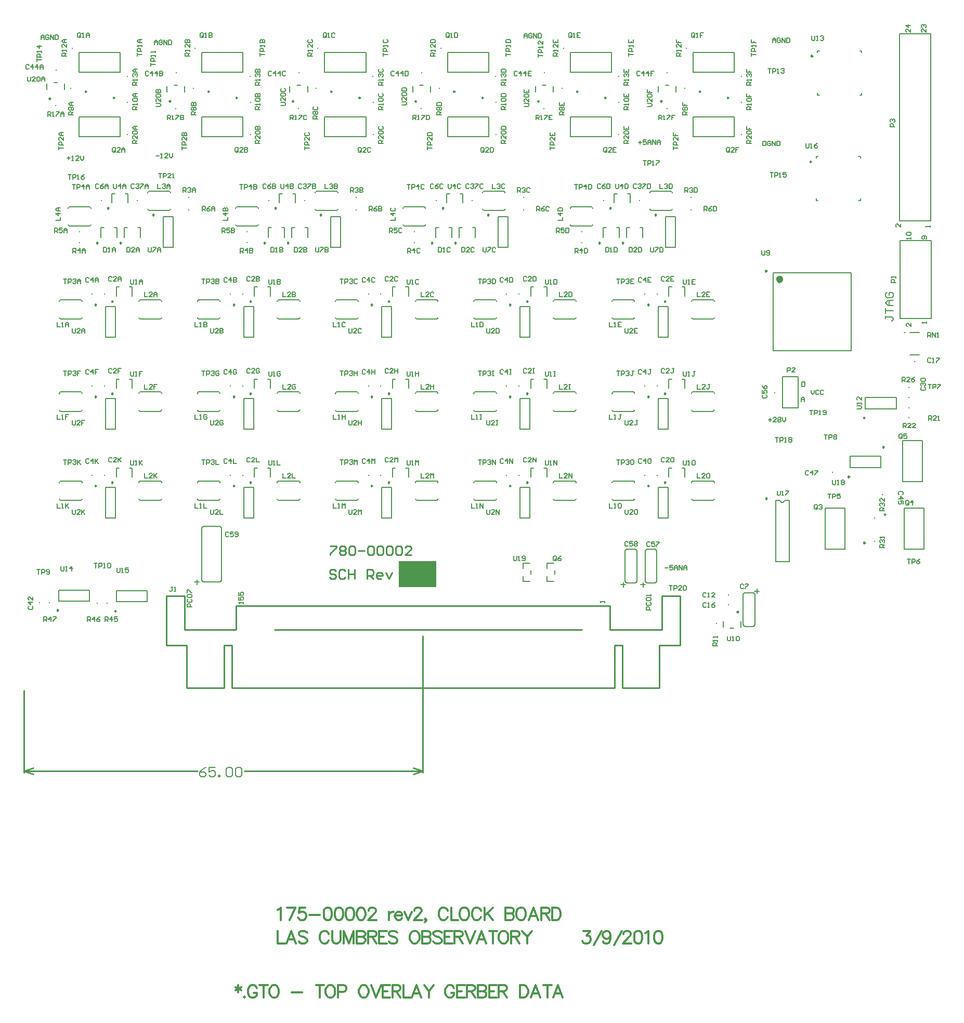
<source format=gto>
%FSLAX23Y23*%
%MOIN*%
G70*
G01*
G75*
G04 Layer_Color=65535*
%ADD10R,0.050X0.050*%
%ADD11R,0.036X0.036*%
%ADD12R,0.028X0.036*%
%ADD13R,0.036X0.036*%
%ADD14R,0.087X0.024*%
%ADD15O,0.008X0.033*%
%ADD16O,0.033X0.008*%
%ADD17O,0.024X0.087*%
%ADD18R,0.135X0.070*%
%ADD19R,0.070X0.135*%
%ADD20R,0.045X0.017*%
%ADD21R,0.060X0.086*%
%ADD22R,0.035X0.037*%
%ADD23R,0.035X0.037*%
%ADD24R,0.050X0.050*%
%ADD25O,0.098X0.028*%
%ADD26R,0.138X0.085*%
%ADD27R,0.043X0.085*%
%ADD28R,0.043X0.085*%
%ADD29O,0.061X0.010*%
%ADD30O,0.010X0.061*%
%ADD31R,0.100X0.100*%
%ADD32R,0.048X0.078*%
%ADD33R,0.085X0.138*%
%ADD34R,0.085X0.043*%
%ADD35R,0.085X0.043*%
%ADD36R,0.030X0.100*%
%ADD37R,0.014X0.060*%
%ADD38R,0.031X0.060*%
%ADD39R,0.228X0.228*%
%ADD40C,0.040*%
%ADD41C,0.010*%
%ADD42C,0.005*%
%ADD43C,0.007*%
%ADD44C,0.020*%
%ADD45C,0.012*%
%ADD46R,1.181X0.787*%
%ADD47C,0.012*%
%ADD48C,0.012*%
%ADD49R,0.059X0.059*%
%ADD50C,0.059*%
%ADD51C,0.020*%
%ADD52C,0.026*%
%ADD53C,0.050*%
%ADD54C,0.236*%
%ADD55C,0.024*%
%ADD56C,0.040*%
%ADD57C,0.055*%
%ADD58C,0.030*%
%ADD59C,0.033*%
G04:AMPARAMS|DCode=60|XSize=70mil|YSize=70mil|CornerRadius=0mil|HoleSize=0mil|Usage=FLASHONLY|Rotation=0.000|XOffset=0mil|YOffset=0mil|HoleType=Round|Shape=Relief|Width=10mil|Gap=10mil|Entries=4|*
%AMTHD60*
7,0,0,0.070,0.050,0.010,45*
%
%ADD60THD60*%
G04:AMPARAMS|DCode=61|XSize=95.433mil|YSize=95.433mil|CornerRadius=0mil|HoleSize=0mil|Usage=FLASHONLY|Rotation=0.000|XOffset=0mil|YOffset=0mil|HoleType=Round|Shape=Relief|Width=10mil|Gap=10mil|Entries=4|*
%AMTHD61*
7,0,0,0.095,0.075,0.010,45*
%
%ADD61THD61*%
%ADD62C,0.045*%
%ADD63R,0.075X0.063*%
%ADD64R,0.094X0.102*%
%ADD65O,0.028X0.098*%
%ADD66R,0.078X0.048*%
%ADD67O,0.087X0.024*%
%ADD68R,1.181X0.787*%
%ADD69C,0.010*%
%ADD70C,0.008*%
%ADD71C,0.010*%
%ADD72C,0.008*%
%ADD73C,0.024*%
%ADD74C,0.006*%
%ADD75R,0.240X0.165*%
D41*
X23875Y14819D02*
Y15695D01*
X21316Y14819D02*
Y15345D01*
X22731Y14829D02*
X23875D01*
X21316D02*
X22429D01*
X23815Y14849D02*
X23875Y14829D01*
X23815Y14809D02*
X23875Y14829D01*
X21316D02*
X21376Y14809D01*
X21316Y14829D02*
X21376Y14849D01*
X25075Y15735D02*
Y15889D01*
X25406Y15735D02*
Y15952D01*
X25524Y15637D02*
Y15952D01*
X25103Y15361D02*
Y15637D01*
X25154Y15361D02*
Y15637D01*
X25390Y15361D02*
Y15637D01*
X25103D02*
X25154D01*
X25406Y15952D02*
X25524D01*
X25390Y15637D02*
X25524D01*
X23831Y15889D02*
X25075D01*
Y15735D02*
X25406D01*
X25154Y15361D02*
X25390D01*
X23831D02*
X25103D01*
X22650D02*
X23922D01*
X22362D02*
X22599D01*
X22347Y15735D02*
X22677D01*
Y15889D02*
X23922D01*
X22229Y15637D02*
X22362D01*
X22229Y15952D02*
X22347D01*
X22599Y15637D02*
X22650D01*
X22362Y15361D02*
Y15637D01*
X22599Y15361D02*
Y15637D01*
X22650Y15361D02*
Y15637D01*
X22229D02*
Y15952D01*
X22347Y15735D02*
Y15952D01*
X22677Y15735D02*
Y15889D01*
X22925Y15735D02*
X24894D01*
X23317Y16111D02*
X23307Y16121D01*
X23287D01*
X23277Y16111D01*
Y16101D01*
X23287Y16091D01*
X23307D01*
X23317Y16082D01*
Y16072D01*
X23307Y16062D01*
X23287D01*
X23277Y16072D01*
X23377Y16111D02*
X23367Y16121D01*
X23347D01*
X23337Y16111D01*
Y16072D01*
X23347Y16062D01*
X23367D01*
X23377Y16072D01*
X23397Y16121D02*
Y16062D01*
Y16091D01*
X23437D01*
Y16121D01*
Y16062D01*
X23517D02*
Y16121D01*
X23547D01*
X23557Y16111D01*
Y16091D01*
X23547Y16082D01*
X23517D01*
X23537D02*
X23557Y16062D01*
X23607D02*
X23587D01*
X23577Y16072D01*
Y16091D01*
X23587Y16101D01*
X23607D01*
X23617Y16091D01*
Y16082D01*
X23577D01*
X23637Y16101D02*
X23657Y16062D01*
X23677Y16101D01*
X23281Y16274D02*
X23321D01*
Y16264D01*
X23281Y16225D01*
Y16215D01*
X23341Y16264D02*
X23351Y16274D01*
X23371D01*
X23381Y16264D01*
Y16254D01*
X23371Y16244D01*
X23381Y16235D01*
Y16225D01*
X23371Y16215D01*
X23351D01*
X23341Y16225D01*
Y16235D01*
X23351Y16244D01*
X23341Y16254D01*
Y16264D01*
X23351Y16244D02*
X23371D01*
X23401Y16264D02*
X23411Y16274D01*
X23431D01*
X23441Y16264D01*
Y16225D01*
X23431Y16215D01*
X23411D01*
X23401Y16225D01*
Y16264D01*
X23461Y16244D02*
X23501D01*
X23521Y16264D02*
X23531Y16274D01*
X23551D01*
X23561Y16264D01*
Y16225D01*
X23551Y16215D01*
X23531D01*
X23521Y16225D01*
Y16264D01*
X23581D02*
X23591Y16274D01*
X23611D01*
X23621Y16264D01*
Y16225D01*
X23611Y16215D01*
X23591D01*
X23581Y16225D01*
Y16264D01*
X23641D02*
X23651Y16274D01*
X23671D01*
X23681Y16264D01*
Y16225D01*
X23671Y16215D01*
X23651D01*
X23641Y16225D01*
Y16264D01*
X23701D02*
X23711Y16274D01*
X23731D01*
X23741Y16264D01*
Y16225D01*
X23731Y16215D01*
X23711D01*
X23701Y16225D01*
Y16264D01*
X23801Y16215D02*
X23761D01*
X23801Y16254D01*
Y16264D01*
X23791Y16274D01*
X23771D01*
X23761Y16264D01*
D42*
X25313Y19093D02*
X25338D01*
X25343Y19098D01*
Y19108D01*
X25338Y19113D01*
X25313D01*
X25343Y19142D02*
Y19122D01*
X25323Y19142D01*
X25318D01*
X25313Y19137D01*
Y19127D01*
X25318Y19122D01*
Y19152D02*
X25313Y19157D01*
Y19167D01*
X25318Y19172D01*
X25338D01*
X25343Y19167D01*
Y19157D01*
X25338Y19152D01*
X25318D01*
X25313Y19202D02*
Y19182D01*
X25328D01*
Y19192D01*
Y19182D01*
X25343D01*
X24525Y19093D02*
X24550D01*
X24555Y19098D01*
Y19108D01*
X24550Y19113D01*
X24525D01*
X24555Y19142D02*
Y19122D01*
X24535Y19142D01*
X24530D01*
X24525Y19137D01*
Y19127D01*
X24530Y19122D01*
Y19152D02*
X24525Y19157D01*
Y19167D01*
X24530Y19172D01*
X24550D01*
X24555Y19167D01*
Y19157D01*
X24550Y19152D01*
X24530D01*
X24525Y19202D02*
Y19182D01*
X24555D01*
Y19202D01*
X24540Y19182D02*
Y19192D01*
X23740Y19103D02*
X23765D01*
X23770Y19108D01*
Y19118D01*
X23765Y19123D01*
X23740D01*
X23770Y19152D02*
Y19132D01*
X23750Y19152D01*
X23745D01*
X23740Y19147D01*
Y19137D01*
X23745Y19132D01*
Y19162D02*
X23740Y19167D01*
Y19177D01*
X23745Y19182D01*
X23765D01*
X23770Y19177D01*
Y19167D01*
X23765Y19162D01*
X23745D01*
X23740Y19192D02*
X23770D01*
Y19207D01*
X23765Y19212D01*
X23745D01*
X23740Y19207D01*
Y19192D01*
X22963Y19099D02*
X22988D01*
X22993Y19104D01*
Y19114D01*
X22988Y19119D01*
X22963D01*
X22993Y19148D02*
Y19128D01*
X22973Y19148D01*
X22968D01*
X22963Y19143D01*
Y19133D01*
X22968Y19128D01*
Y19158D02*
X22963Y19163D01*
Y19173D01*
X22968Y19178D01*
X22988D01*
X22993Y19173D01*
Y19163D01*
X22988Y19158D01*
X22968D01*
Y19208D02*
X22963Y19203D01*
Y19193D01*
X22968Y19188D01*
X22988D01*
X22993Y19193D01*
Y19203D01*
X22988Y19208D01*
X22163Y19093D02*
X22188D01*
X22193Y19098D01*
Y19108D01*
X22188Y19113D01*
X22163D01*
X22193Y19142D02*
Y19122D01*
X22173Y19142D01*
X22168D01*
X22163Y19137D01*
Y19127D01*
X22168Y19122D01*
Y19152D02*
X22163Y19157D01*
Y19167D01*
X22168Y19172D01*
X22188D01*
X22193Y19167D01*
Y19157D01*
X22188Y19152D01*
X22168D01*
X22163Y19182D02*
X22193D01*
Y19197D01*
X22188Y19202D01*
X22183D01*
X22178Y19197D01*
Y19182D01*
Y19197D01*
X22173Y19202D01*
X22168D01*
X22163Y19197D01*
Y19182D01*
X21340Y19284D02*
Y19260D01*
X21345Y19255D01*
X21355D01*
X21360Y19260D01*
Y19284D01*
X21390Y19255D02*
X21370D01*
X21390Y19275D01*
Y19279D01*
X21385Y19284D01*
X21375D01*
X21370Y19279D01*
X21400D02*
X21405Y19284D01*
X21415D01*
X21420Y19279D01*
Y19260D01*
X21415Y19255D01*
X21405D01*
X21400Y19260D01*
Y19279D01*
X21430Y19255D02*
Y19275D01*
X21440Y19284D01*
X21450Y19275D01*
Y19255D01*
Y19270D01*
X21430D01*
X25267Y19315D02*
X25262Y19319D01*
X25252D01*
X25247Y19315D01*
Y19295D01*
X25252Y19290D01*
X25262D01*
X25267Y19295D01*
X25292Y19290D02*
Y19319D01*
X25277Y19305D01*
X25297D01*
X25322Y19290D02*
Y19319D01*
X25307Y19305D01*
X25327D01*
X25357Y19319D02*
X25337D01*
Y19305D01*
X25347D01*
X25337D01*
Y19290D01*
X24479Y19315D02*
X24474Y19319D01*
X24464D01*
X24459Y19315D01*
Y19295D01*
X24464Y19290D01*
X24474D01*
X24479Y19295D01*
X24504Y19290D02*
Y19319D01*
X24489Y19305D01*
X24509D01*
X24534Y19290D02*
Y19319D01*
X24519Y19305D01*
X24539D01*
X24569Y19319D02*
X24549D01*
Y19290D01*
X24569D01*
X24549Y19305D02*
X24559D01*
X23692Y19315D02*
X23687Y19319D01*
X23677D01*
X23672Y19315D01*
Y19295D01*
X23677Y19290D01*
X23687D01*
X23692Y19295D01*
X23717Y19290D02*
Y19319D01*
X23702Y19305D01*
X23722D01*
X23747Y19290D02*
Y19319D01*
X23732Y19305D01*
X23752D01*
X23762Y19319D02*
Y19290D01*
X23777D01*
X23782Y19295D01*
Y19315D01*
X23777Y19319D01*
X23762D01*
X22905Y19315D02*
X22900Y19319D01*
X22890D01*
X22885Y19315D01*
Y19295D01*
X22890Y19290D01*
X22900D01*
X22905Y19295D01*
X22930Y19290D02*
Y19319D01*
X22915Y19305D01*
X22935D01*
X22960Y19290D02*
Y19319D01*
X22945Y19305D01*
X22965D01*
X22995Y19315D02*
X22990Y19319D01*
X22980D01*
X22975Y19315D01*
Y19295D01*
X22980Y19290D01*
X22990D01*
X22995Y19295D01*
X22117Y19315D02*
X22112Y19319D01*
X22102D01*
X22097Y19315D01*
Y19295D01*
X22102Y19290D01*
X22112D01*
X22117Y19295D01*
X22142Y19290D02*
Y19319D01*
X22127Y19305D01*
X22147D01*
X22172Y19290D02*
Y19319D01*
X22157Y19305D01*
X22177D01*
X22187Y19319D02*
Y19290D01*
X22202D01*
X22207Y19295D01*
Y19300D01*
X22202Y19305D01*
X22187D01*
X22202D01*
X22207Y19310D01*
Y19315D01*
X22202Y19319D01*
X22187D01*
X21350Y19357D02*
X21345Y19361D01*
X21335D01*
X21330Y19357D01*
Y19337D01*
X21335Y19332D01*
X21345D01*
X21350Y19337D01*
X21375Y19332D02*
Y19361D01*
X21360Y19347D01*
X21380D01*
X21405Y19332D02*
Y19361D01*
X21390Y19347D01*
X21410D01*
X21420Y19332D02*
Y19352D01*
X21430Y19361D01*
X21440Y19352D01*
Y19332D01*
Y19347D01*
X21420D01*
X24456Y16208D02*
Y16184D01*
X24461Y16179D01*
X24471D01*
X24476Y16184D01*
Y16208D01*
X24486Y16179D02*
X24496D01*
X24491D01*
Y16208D01*
X24486Y16204D01*
X24511Y16184D02*
X24516Y16179D01*
X24526D01*
X24531Y16184D01*
Y16204D01*
X24526Y16208D01*
X24516D01*
X24511Y16204D01*
Y16199D01*
X24516Y16194D01*
X24531D01*
X24732Y16184D02*
Y16204D01*
X24727Y16208D01*
X24717D01*
X24712Y16204D01*
Y16184D01*
X24717Y16179D01*
X24727D01*
X24722Y16189D02*
X24732Y16179D01*
X24727D02*
X24732Y16184D01*
X24762Y16208D02*
X24752Y16204D01*
X24742Y16194D01*
Y16184D01*
X24747Y16179D01*
X24757D01*
X24762Y16184D01*
Y16189D01*
X24757Y16194D01*
X24742D01*
X22180Y18664D02*
X22200D01*
X22190D01*
Y18635D01*
X22210D02*
Y18664D01*
X22225D01*
X22230Y18660D01*
Y18650D01*
X22225Y18645D01*
X22210D01*
X22260Y18635D02*
X22240D01*
X22260Y18655D01*
Y18660D01*
X22255Y18664D01*
X22245D01*
X22240Y18660D01*
X22270Y18635D02*
X22280D01*
X22275D01*
Y18664D01*
X22270Y18660D01*
X25453Y16018D02*
X25473D01*
X25463D01*
Y15989D01*
X25483D02*
Y16018D01*
X25498D01*
X25503Y16014D01*
Y16004D01*
X25498Y15999D01*
X25483D01*
X25533Y15989D02*
X25513D01*
X25533Y16009D01*
Y16014D01*
X25528Y16018D01*
X25518D01*
X25513Y16014D01*
X25543D02*
X25548Y16018D01*
X25558D01*
X25563Y16014D01*
Y15994D01*
X25558Y15989D01*
X25548D01*
X25543Y15994D01*
Y16014D01*
X26354Y17144D02*
X26374D01*
X26364D01*
Y17115D01*
X26384D02*
Y17144D01*
X26399D01*
X26404Y17139D01*
Y17130D01*
X26399Y17125D01*
X26384D01*
X26414Y17115D02*
X26424D01*
X26419D01*
Y17144D01*
X26414Y17139D01*
X26439Y17120D02*
X26444Y17115D01*
X26454D01*
X26459Y17120D01*
Y17139D01*
X26454Y17144D01*
X26444D01*
X26439Y17139D01*
Y17135D01*
X26444Y17130D01*
X26459D01*
X26135Y16969D02*
X26155D01*
X26145D01*
Y16940D01*
X26165D02*
Y16969D01*
X26180D01*
X26185Y16965D01*
Y16955D01*
X26180Y16950D01*
X26165D01*
X26195Y16940D02*
X26205D01*
X26200D01*
Y16969D01*
X26195Y16965D01*
X26220D02*
X26225Y16969D01*
X26235D01*
X26240Y16965D01*
Y16960D01*
X26235Y16955D01*
X26240Y16950D01*
Y16945D01*
X26235Y16940D01*
X26225D01*
X26220Y16945D01*
Y16950D01*
X26225Y16955D01*
X26220Y16960D01*
Y16965D01*
X26225Y16955D02*
X26235D01*
X25287Y18745D02*
X25307D01*
X25297D01*
Y18716D01*
X25317D02*
Y18745D01*
X25332D01*
X25337Y18740D01*
Y18731D01*
X25332Y18726D01*
X25317D01*
X25347Y18716D02*
X25357D01*
X25352D01*
Y18745D01*
X25347Y18740D01*
X25372Y18745D02*
X25392D01*
Y18740D01*
X25372Y18721D01*
Y18716D01*
X21599Y18655D02*
X21619D01*
X21609D01*
Y18626D01*
X21629D02*
Y18655D01*
X21644D01*
X21649Y18650D01*
Y18641D01*
X21644Y18636D01*
X21629D01*
X21659Y18626D02*
X21669D01*
X21664D01*
Y18655D01*
X21659Y18650D01*
X21704Y18655D02*
X21694Y18650D01*
X21684Y18641D01*
Y18631D01*
X21689Y18626D01*
X21699D01*
X21704Y18631D01*
Y18636D01*
X21699Y18641D01*
X21684D01*
X26100Y18669D02*
X26120D01*
X26110D01*
Y18640D01*
X26130D02*
Y18669D01*
X26145D01*
X26150Y18664D01*
Y18655D01*
X26145Y18650D01*
X26130D01*
X26160Y18640D02*
X26170D01*
X26165D01*
Y18669D01*
X26160Y18664D01*
X26205Y18669D02*
X26185D01*
Y18655D01*
X26195Y18660D01*
X26200D01*
X26205Y18655D01*
Y18645D01*
X26200Y18640D01*
X26190D01*
X26185Y18645D01*
X21401Y19381D02*
Y19401D01*
Y19391D01*
X21431D01*
Y19410D02*
X21401D01*
Y19425D01*
X21406Y19430D01*
X21416D01*
X21421Y19425D01*
Y19410D01*
X21431Y19440D02*
Y19450D01*
Y19445D01*
X21401D01*
X21406Y19440D01*
X21431Y19480D02*
X21401D01*
X21416Y19465D01*
Y19485D01*
X26087Y19336D02*
X26107D01*
X26097D01*
Y19307D01*
X26117D02*
Y19336D01*
X26132D01*
X26137Y19331D01*
Y19322D01*
X26132Y19317D01*
X26117D01*
X26147Y19307D02*
X26157D01*
X26152D01*
Y19336D01*
X26147Y19331D01*
X26172D02*
X26177Y19336D01*
X26187D01*
X26192Y19331D01*
Y19327D01*
X26187Y19322D01*
X26182D01*
X26187D01*
X26192Y19317D01*
Y19312D01*
X26187Y19307D01*
X26177D01*
X26172Y19312D01*
X24614Y19409D02*
Y19429D01*
Y19419D01*
X24644D01*
Y19438D02*
X24614D01*
Y19453D01*
X24619Y19458D01*
X24629D01*
X24634Y19453D01*
Y19438D01*
X24644Y19468D02*
Y19478D01*
Y19473D01*
X24614D01*
X24619Y19468D01*
X24644Y19513D02*
Y19493D01*
X24624Y19513D01*
X24619D01*
X24614Y19508D01*
Y19498D01*
X24619Y19493D01*
X22129Y19354D02*
Y19374D01*
Y19364D01*
X22159D01*
Y19383D02*
X22129D01*
Y19398D01*
X22134Y19403D01*
X22144D01*
X22149Y19398D01*
Y19383D01*
X22159Y19413D02*
Y19423D01*
Y19418D01*
X22129D01*
X22134Y19413D01*
X22159Y19438D02*
Y19448D01*
Y19443D01*
X22129D01*
X22134Y19438D01*
X26211Y17388D02*
Y17417D01*
X26226D01*
X26231Y17413D01*
Y17403D01*
X26226Y17398D01*
X26211D01*
X26261Y17388D02*
X26241D01*
X26261Y17408D01*
Y17413D01*
X26256Y17417D01*
X26246D01*
X26241Y17413D01*
X21913Y16133D02*
Y16108D01*
X21918Y16103D01*
X21928D01*
X21933Y16108D01*
Y16133D01*
X21943Y16103D02*
X21953D01*
X21948D01*
Y16133D01*
X21943Y16128D01*
X21988Y16133D02*
X21968D01*
Y16118D01*
X21978Y16123D01*
X21983D01*
X21988Y16118D01*
Y16108D01*
X21983Y16103D01*
X21973D01*
X21968Y16108D01*
X25828Y15694D02*
Y15670D01*
X25833Y15665D01*
X25843D01*
X25848Y15670D01*
Y15694D01*
X25858Y15665D02*
X25868D01*
X25863D01*
Y15694D01*
X25858Y15689D01*
X25883D02*
X25888Y15694D01*
X25898D01*
X25903Y15689D01*
Y15670D01*
X25898Y15665D01*
X25888D01*
X25883Y15670D01*
Y15689D01*
X27111Y17612D02*
Y17641D01*
X27126D01*
X27131Y17636D01*
Y17627D01*
X27126Y17622D01*
X27111D01*
X27121D02*
X27131Y17612D01*
X27141D02*
Y17641D01*
X27161Y17612D01*
Y17641D01*
X27171Y17612D02*
X27181D01*
X27176D01*
Y17641D01*
X27171Y17636D01*
X25691Y15905D02*
X25686Y15909D01*
X25676D01*
X25671Y15905D01*
Y15885D01*
X25676Y15880D01*
X25686D01*
X25691Y15885D01*
X25701Y15880D02*
X25711D01*
X25706D01*
Y15909D01*
X25701Y15905D01*
X25746Y15909D02*
X25736Y15905D01*
X25726Y15895D01*
Y15885D01*
X25731Y15880D01*
X25741D01*
X25746Y15885D01*
Y15890D01*
X25741Y15895D01*
X25726D01*
X25691Y15969D02*
X25686Y15974D01*
X25676D01*
X25671Y15969D01*
Y15950D01*
X25676Y15945D01*
X25686D01*
X25691Y15950D01*
X25701Y15945D02*
X25711D01*
X25706D01*
Y15974D01*
X25701Y15969D01*
X25746Y15945D02*
X25726D01*
X25746Y15965D01*
Y15969D01*
X25741Y15974D01*
X25731D01*
X25726Y15969D01*
X26900Y18962D02*
X26870D01*
Y18977D01*
X26875Y18982D01*
X26885D01*
X26890Y18977D01*
Y18962D01*
X26875Y18991D02*
X26870Y18996D01*
Y19006D01*
X26875Y19011D01*
X26880D01*
X26885Y19006D01*
Y19001D01*
Y19006D01*
X26890Y19011D01*
X26895D01*
X26900Y19006D01*
Y18996D01*
X26895Y18991D01*
X25171Y17668D02*
Y17643D01*
X25176Y17638D01*
X25186D01*
X25191Y17643D01*
Y17668D01*
X25221Y17638D02*
X25201D01*
X25221Y17658D01*
Y17663D01*
X25216Y17668D01*
X25206D01*
X25201Y17663D01*
X25251Y17668D02*
X25231D01*
Y17638D01*
X25251D01*
X25231Y17653D02*
X25241D01*
X22513Y17668D02*
Y17643D01*
X22518Y17638D01*
X22528D01*
X22533Y17643D01*
Y17668D01*
X22563Y17638D02*
X22543D01*
X22563Y17658D01*
Y17663D01*
X22558Y17668D01*
X22548D01*
X22543Y17663D01*
X22573Y17668D02*
Y17638D01*
X22588D01*
X22593Y17643D01*
Y17648D01*
X22588Y17653D01*
X22573D01*
X22588D01*
X22593Y17658D01*
Y17663D01*
X22588Y17668D01*
X22573D01*
X25545Y17983D02*
Y17958D01*
X25550Y17953D01*
X25560D01*
X25565Y17958D01*
Y17983D01*
X25575Y17953D02*
X25585D01*
X25580D01*
Y17983D01*
X25575Y17978D01*
X25620Y17983D02*
X25600D01*
Y17953D01*
X25620D01*
X25600Y17968D02*
X25610D01*
X22887Y17983D02*
Y17958D01*
X22892Y17953D01*
X22902D01*
X22907Y17958D01*
Y17983D01*
X22917Y17953D02*
X22927D01*
X22922D01*
Y17983D01*
X22917Y17978D01*
X22942Y17983D02*
Y17953D01*
X22957D01*
X22962Y17958D01*
Y17963D01*
X22957Y17968D01*
X22942D01*
X22957D01*
X22962Y17973D01*
Y17978D01*
X22957Y17983D01*
X22942D01*
X25116Y17987D02*
X25136D01*
X25126D01*
Y17957D01*
X25146D02*
Y17987D01*
X25161D01*
X25166Y17982D01*
Y17972D01*
X25161Y17967D01*
X25146D01*
X25176Y17982D02*
X25181Y17987D01*
X25191D01*
X25196Y17982D01*
Y17977D01*
X25191Y17972D01*
X25186D01*
X25191D01*
X25196Y17967D01*
Y17962D01*
X25191Y17957D01*
X25181D01*
X25176Y17962D01*
X25226Y17987D02*
X25206D01*
Y17957D01*
X25226D01*
X25206Y17972D02*
X25216D01*
X22458Y17987D02*
X22478D01*
X22468D01*
Y17957D01*
X22488D02*
Y17987D01*
X22503D01*
X22508Y17982D01*
Y17972D01*
X22503Y17967D01*
X22488D01*
X22518Y17982D02*
X22523Y17987D01*
X22533D01*
X22538Y17982D01*
Y17977D01*
X22533Y17972D01*
X22528D01*
X22533D01*
X22538Y17967D01*
Y17962D01*
X22533Y17957D01*
X22523D01*
X22518Y17962D01*
X22548Y17987D02*
Y17957D01*
X22563D01*
X22568Y17962D01*
Y17967D01*
X22563Y17972D01*
X22548D01*
X22563D01*
X22568Y17977D01*
Y17982D01*
X22563Y17987D01*
X22548D01*
X25635Y17901D02*
Y17871D01*
X25655D01*
X25685D02*
X25665D01*
X25685Y17891D01*
Y17896D01*
X25680Y17901D01*
X25670D01*
X25665Y17896D01*
X25715Y17901D02*
X25695D01*
Y17871D01*
X25715D01*
X25695Y17886D02*
X25705D01*
X22978Y17901D02*
Y17871D01*
X22998D01*
X23028D02*
X23008D01*
X23028Y17891D01*
Y17896D01*
X23023Y17901D01*
X23013D01*
X23008Y17896D01*
X23038Y17901D02*
Y17871D01*
X23053D01*
X23058Y17876D01*
Y17881D01*
X23053Y17886D01*
X23038D01*
X23053D01*
X23058Y17891D01*
Y17896D01*
X23053Y17901D01*
X23038D01*
X25072Y17708D02*
Y17678D01*
X25092D01*
X25102D02*
X25112D01*
X25107D01*
Y17708D01*
X25102Y17703D01*
X25147Y17708D02*
X25127D01*
Y17678D01*
X25147D01*
X25127Y17693D02*
X25137D01*
X22415Y17708D02*
Y17678D01*
X22435D01*
X22445D02*
X22455D01*
X22450D01*
Y17708D01*
X22445Y17703D01*
X22470Y17708D02*
Y17678D01*
X22485D01*
X22490Y17683D01*
Y17688D01*
X22485Y17693D01*
X22470D01*
X22485D01*
X22490Y17698D01*
Y17703D01*
X22485Y17708D01*
X22470D01*
X25278Y17990D02*
X25273Y17995D01*
X25263D01*
X25258Y17990D01*
Y17970D01*
X25263Y17965D01*
X25273D01*
X25278Y17970D01*
X25303Y17965D02*
Y17995D01*
X25288Y17980D01*
X25308D01*
X25338Y17995D02*
X25318D01*
Y17965D01*
X25338D01*
X25318Y17980D02*
X25328D01*
X22620Y17990D02*
X22615Y17995D01*
X22605D01*
X22600Y17990D01*
Y17970D01*
X22605Y17965D01*
X22615D01*
X22620Y17970D01*
X22645Y17965D02*
Y17995D01*
X22630Y17980D01*
X22650D01*
X22660Y17995D02*
Y17965D01*
X22675D01*
X22680Y17970D01*
Y17975D01*
X22675Y17980D01*
X22660D01*
X22675D01*
X22680Y17985D01*
Y17990D01*
X22675Y17995D01*
X22660D01*
X25425Y17997D02*
X25420Y18002D01*
X25410D01*
X25405Y17997D01*
Y17977D01*
X25410Y17972D01*
X25420D01*
X25425Y17977D01*
X25455Y17972D02*
X25435D01*
X25455Y17992D01*
Y17997D01*
X25450Y18002D01*
X25440D01*
X25435Y17997D01*
X25485Y18002D02*
X25465D01*
Y17972D01*
X25485D01*
X25465Y17987D02*
X25475D01*
X22767Y17997D02*
X22762Y18002D01*
X22752D01*
X22747Y17997D01*
Y17977D01*
X22752Y17972D01*
X22762D01*
X22767Y17977D01*
X22797Y17972D02*
X22777D01*
X22797Y17992D01*
Y17997D01*
X22792Y18002D01*
X22782D01*
X22777Y17997D01*
X22807Y18002D02*
Y17972D01*
X22822D01*
X22827Y17977D01*
Y17982D01*
X22822Y17987D01*
X22807D01*
X22822D01*
X22827Y17992D01*
Y17997D01*
X22822Y18002D01*
X22807D01*
X26048Y18168D02*
Y18143D01*
X26053Y18138D01*
X26063D01*
X26068Y18143D01*
Y18168D01*
X26078Y18143D02*
X26083Y18138D01*
X26093D01*
X26098Y18143D01*
Y18163D01*
X26093Y18168D01*
X26083D01*
X26078Y18163D01*
Y18158D01*
X26083Y18153D01*
X26098D01*
X25334Y18188D02*
Y18163D01*
X25339Y18158D01*
X25349D01*
X25354Y18163D01*
Y18188D01*
X25364D02*
X25384D01*
Y18183D01*
X25364Y18163D01*
Y18158D01*
X25394Y18188D02*
Y18158D01*
X25409D01*
X25414Y18163D01*
Y18183D01*
X25409Y18188D01*
X25394D01*
X24261D02*
Y18163D01*
X24266Y18158D01*
X24276D01*
X24281Y18163D01*
Y18188D01*
X24291D02*
X24311D01*
Y18183D01*
X24291Y18163D01*
Y18158D01*
X24341Y18183D02*
X24336Y18188D01*
X24326D01*
X24321Y18183D01*
Y18163D01*
X24326Y18158D01*
X24336D01*
X24341Y18163D01*
X23188Y18188D02*
Y18163D01*
X23193Y18158D01*
X23203D01*
X23208Y18163D01*
Y18188D01*
X23218D02*
X23238D01*
Y18183D01*
X23218Y18163D01*
Y18158D01*
X23248Y18188D02*
Y18158D01*
X23263D01*
X23268Y18163D01*
Y18168D01*
X23263Y18173D01*
X23248D01*
X23263D01*
X23268Y18178D01*
Y18183D01*
X23263Y18188D01*
X23248D01*
X22115D02*
Y18163D01*
X22120Y18158D01*
X22130D01*
X22135Y18163D01*
Y18188D01*
X22145D02*
X22165D01*
Y18183D01*
X22145Y18163D01*
Y18158D01*
X22175D02*
Y18178D01*
X22185Y18188D01*
X22195Y18178D01*
Y18158D01*
Y18173D01*
X22175D01*
X25110Y18597D02*
Y18572D01*
X25115Y18567D01*
X25125D01*
X25130Y18572D01*
Y18597D01*
X25155Y18567D02*
Y18597D01*
X25140Y18582D01*
X25160D01*
X25170Y18597D02*
Y18567D01*
X25185D01*
X25190Y18572D01*
Y18592D01*
X25185Y18597D01*
X25170D01*
X24037D02*
Y18572D01*
X24042Y18567D01*
X24052D01*
X24057Y18572D01*
Y18597D01*
X24082Y18567D02*
Y18597D01*
X24067Y18582D01*
X24087D01*
X24117Y18592D02*
X24112Y18597D01*
X24102D01*
X24097Y18592D01*
Y18572D01*
X24102Y18567D01*
X24112D01*
X24117Y18572D01*
X22964Y18597D02*
Y18572D01*
X22969Y18567D01*
X22979D01*
X22984Y18572D01*
Y18597D01*
X23009Y18567D02*
Y18597D01*
X22994Y18582D01*
X23014D01*
X23024Y18597D02*
Y18567D01*
X23039D01*
X23044Y18572D01*
Y18577D01*
X23039Y18582D01*
X23024D01*
X23039D01*
X23044Y18587D01*
Y18592D01*
X23039Y18597D01*
X23024D01*
X21891D02*
Y18572D01*
X21896Y18567D01*
X21906D01*
X21911Y18572D01*
Y18597D01*
X21936Y18567D02*
Y18597D01*
X21921Y18582D01*
X21941D01*
X21951Y18567D02*
Y18587D01*
X21961Y18597D01*
X21971Y18587D01*
Y18567D01*
Y18582D01*
X21951D01*
X24285Y17668D02*
Y17643D01*
X24290Y17638D01*
X24300D01*
X24305Y17643D01*
Y17668D01*
X24335Y17638D02*
X24315D01*
X24335Y17658D01*
Y17663D01*
X24330Y17668D01*
X24320D01*
X24315Y17663D01*
X24345Y17668D02*
Y17638D01*
X24360D01*
X24365Y17643D01*
Y17663D01*
X24360Y17668D01*
X24345D01*
X23399D02*
Y17643D01*
X23404Y17638D01*
X23414D01*
X23419Y17643D01*
Y17668D01*
X23449Y17638D02*
X23429D01*
X23449Y17658D01*
Y17663D01*
X23444Y17668D01*
X23434D01*
X23429Y17663D01*
X23479D02*
X23474Y17668D01*
X23464D01*
X23459Y17663D01*
Y17643D01*
X23464Y17638D01*
X23474D01*
X23479Y17643D01*
X21628Y17668D02*
Y17643D01*
X21633Y17638D01*
X21643D01*
X21648Y17643D01*
Y17668D01*
X21678Y17638D02*
X21658D01*
X21678Y17658D01*
Y17663D01*
X21673Y17668D01*
X21663D01*
X21658Y17663D01*
X21688Y17638D02*
Y17658D01*
X21698Y17668D01*
X21708Y17658D01*
Y17638D01*
Y17653D01*
X21688D01*
X24659Y17983D02*
Y17958D01*
X24664Y17953D01*
X24674D01*
X24679Y17958D01*
Y17983D01*
X24689Y17953D02*
X24699D01*
X24694D01*
Y17983D01*
X24689Y17978D01*
X24714Y17983D02*
Y17953D01*
X24729D01*
X24734Y17958D01*
Y17978D01*
X24729Y17983D01*
X24714D01*
X23773D02*
Y17958D01*
X23778Y17953D01*
X23788D01*
X23793Y17958D01*
Y17983D01*
X23803Y17953D02*
X23813D01*
X23808D01*
Y17983D01*
X23803Y17978D01*
X23848D02*
X23843Y17983D01*
X23833D01*
X23828Y17978D01*
Y17958D01*
X23833Y17953D01*
X23843D01*
X23848Y17958D01*
X22002Y17983D02*
Y17958D01*
X22007Y17953D01*
X22017D01*
X22022Y17958D01*
Y17983D01*
X22032Y17953D02*
X22042D01*
X22037D01*
Y17983D01*
X22032Y17978D01*
X22057Y17953D02*
Y17973D01*
X22067Y17983D01*
X22077Y17973D01*
Y17953D01*
Y17968D01*
X22057D01*
X21444Y15789D02*
Y15818D01*
X21459D01*
X21464Y15814D01*
Y15804D01*
X21459Y15799D01*
X21444D01*
X21454D02*
X21464Y15789D01*
X21489D02*
Y15818D01*
X21474Y15804D01*
X21494D01*
X21504Y15818D02*
X21524D01*
Y15814D01*
X21504Y15794D01*
Y15789D01*
X21725Y15788D02*
Y15818D01*
X21740D01*
X21745Y15813D01*
Y15803D01*
X21740Y15798D01*
X21725D01*
X21735D02*
X21745Y15788D01*
X21770D02*
Y15818D01*
X21755Y15803D01*
X21775D01*
X21805Y15818D02*
X21795Y15813D01*
X21785Y15803D01*
Y15793D01*
X21790Y15788D01*
X21800D01*
X21805Y15793D01*
Y15798D01*
X21800Y15803D01*
X21785D01*
X21837Y15789D02*
Y15819D01*
X21852D01*
X21857Y15814D01*
Y15804D01*
X21852Y15799D01*
X21837D01*
X21847D02*
X21857Y15789D01*
X21882D02*
Y15819D01*
X21867Y15804D01*
X21887D01*
X21917Y15819D02*
X21897D01*
Y15804D01*
X21907Y15809D01*
X21912D01*
X21917Y15804D01*
Y15794D01*
X21912Y15789D01*
X21902D01*
X21897Y15794D01*
X26834Y16498D02*
X26804D01*
Y16513D01*
X26809Y16518D01*
X26819D01*
X26824Y16513D01*
Y16498D01*
Y16508D02*
X26834Y16518D01*
X26809Y16528D02*
X26804Y16533D01*
Y16543D01*
X26809Y16548D01*
X26814D01*
X26819Y16543D01*
Y16538D01*
Y16543D01*
X26824Y16548D01*
X26829D01*
X26834Y16543D01*
Y16533D01*
X26829Y16528D01*
X26834Y16578D02*
Y16558D01*
X26814Y16578D01*
X26809D01*
X26804Y16573D01*
Y16563D01*
X26809Y16558D01*
X26834Y16263D02*
X26804D01*
Y16278D01*
X26809Y16283D01*
X26819D01*
X26824Y16278D01*
Y16263D01*
Y16273D02*
X26834Y16283D01*
X26809Y16293D02*
X26804Y16298D01*
Y16308D01*
X26809Y16313D01*
X26814D01*
X26819Y16308D01*
Y16303D01*
Y16308D01*
X26824Y16313D01*
X26829D01*
X26834Y16308D01*
Y16298D01*
X26829Y16293D01*
X26834Y16323D02*
Y16333D01*
Y16328D01*
X26804D01*
X26809Y16323D01*
X26953Y17031D02*
Y17060D01*
X26968D01*
X26973Y17056D01*
Y17046D01*
X26968Y17041D01*
X26953D01*
X26963D02*
X26973Y17031D01*
X27003D02*
X26983D01*
X27003Y17051D01*
Y17056D01*
X26998Y17060D01*
X26988D01*
X26983Y17056D01*
X27033Y17031D02*
X27013D01*
X27033Y17051D01*
Y17056D01*
X27028Y17060D01*
X27018D01*
X27013Y17056D01*
X27117Y17079D02*
Y17108D01*
X27132D01*
X27137Y17104D01*
Y17094D01*
X27132Y17089D01*
X27117D01*
X27127D02*
X27137Y17079D01*
X27167D02*
X27147D01*
X27167Y17099D01*
Y17104D01*
X27162Y17108D01*
X27152D01*
X27147Y17104D01*
X27177Y17079D02*
X27187D01*
X27182D01*
Y17108D01*
X27177Y17104D01*
X25982Y18855D02*
X25952D01*
Y18870D01*
X25957Y18875D01*
X25967D01*
X25972Y18870D01*
Y18855D01*
Y18865D02*
X25982Y18875D01*
Y18905D02*
Y18885D01*
X25962Y18905D01*
X25957D01*
X25952Y18900D01*
Y18890D01*
X25957Y18885D01*
Y18915D02*
X25952Y18920D01*
Y18930D01*
X25957Y18935D01*
X25977D01*
X25982Y18930D01*
Y18920D01*
X25977Y18915D01*
X25957D01*
X25952Y18965D02*
Y18945D01*
X25967D01*
Y18955D01*
Y18945D01*
X25982D01*
X25194Y18855D02*
X25164D01*
Y18870D01*
X25169Y18875D01*
X25179D01*
X25184Y18870D01*
Y18855D01*
Y18865D02*
X25194Y18875D01*
Y18905D02*
Y18885D01*
X25174Y18905D01*
X25169D01*
X25164Y18900D01*
Y18890D01*
X25169Y18885D01*
Y18915D02*
X25164Y18920D01*
Y18930D01*
X25169Y18935D01*
X25189D01*
X25194Y18930D01*
Y18920D01*
X25189Y18915D01*
X25169D01*
X25164Y18965D02*
Y18945D01*
X25194D01*
Y18965D01*
X25179Y18945D02*
Y18955D01*
X24407Y18855D02*
X24377D01*
Y18870D01*
X24382Y18875D01*
X24392D01*
X24397Y18870D01*
Y18855D01*
Y18865D02*
X24407Y18875D01*
Y18905D02*
Y18885D01*
X24387Y18905D01*
X24382D01*
X24377Y18900D01*
Y18890D01*
X24382Y18885D01*
Y18915D02*
X24377Y18920D01*
Y18930D01*
X24382Y18935D01*
X24402D01*
X24407Y18930D01*
Y18920D01*
X24402Y18915D01*
X24382D01*
X24377Y18945D02*
X24407D01*
Y18960D01*
X24402Y18965D01*
X24382D01*
X24377Y18960D01*
Y18945D01*
X23619Y18855D02*
X23589D01*
Y18870D01*
X23594Y18875D01*
X23604D01*
X23609Y18870D01*
Y18855D01*
Y18865D02*
X23619Y18875D01*
Y18905D02*
Y18885D01*
X23599Y18905D01*
X23594D01*
X23589Y18900D01*
Y18890D01*
X23594Y18885D01*
Y18915D02*
X23589Y18920D01*
Y18930D01*
X23594Y18935D01*
X23614D01*
X23619Y18930D01*
Y18920D01*
X23614Y18915D01*
X23594D01*
Y18965D02*
X23589Y18960D01*
Y18950D01*
X23594Y18945D01*
X23614D01*
X23619Y18950D01*
Y18960D01*
X23614Y18965D01*
X22832Y18855D02*
X22802D01*
Y18870D01*
X22807Y18875D01*
X22817D01*
X22822Y18870D01*
Y18855D01*
Y18865D02*
X22832Y18875D01*
Y18905D02*
Y18885D01*
X22812Y18905D01*
X22807D01*
X22802Y18900D01*
Y18890D01*
X22807Y18885D01*
Y18915D02*
X22802Y18920D01*
Y18930D01*
X22807Y18935D01*
X22827D01*
X22832Y18930D01*
Y18920D01*
X22827Y18915D01*
X22807D01*
X22802Y18945D02*
X22832D01*
Y18960D01*
X22827Y18965D01*
X22822D01*
X22817Y18960D01*
Y18945D01*
Y18960D01*
X22812Y18965D01*
X22807D01*
X22802Y18960D01*
Y18945D01*
X22045Y18855D02*
X22015D01*
Y18870D01*
X22020Y18875D01*
X22030D01*
X22035Y18870D01*
Y18855D01*
Y18865D02*
X22045Y18875D01*
Y18905D02*
Y18885D01*
X22025Y18905D01*
X22020D01*
X22015Y18900D01*
Y18890D01*
X22020Y18885D01*
Y18915D02*
X22015Y18920D01*
Y18930D01*
X22020Y18935D01*
X22040D01*
X22045Y18930D01*
Y18920D01*
X22040Y18915D01*
X22020D01*
X22045Y18945D02*
X22025D01*
X22015Y18955D01*
X22025Y18965D01*
X22045D01*
X22030D01*
Y18945D01*
X25387Y19008D02*
Y19037D01*
X25402D01*
X25407Y19032D01*
Y19023D01*
X25402Y19018D01*
X25387D01*
X25397D02*
X25407Y19008D01*
X25417D02*
X25427D01*
X25422D01*
Y19037D01*
X25417Y19032D01*
X25442Y19037D02*
X25462D01*
Y19032D01*
X25442Y19013D01*
Y19008D01*
X25492Y19037D02*
X25472D01*
Y19023D01*
X25482D01*
X25472D01*
Y19008D01*
X24599D02*
Y19037D01*
X24614D01*
X24619Y19032D01*
Y19023D01*
X24614Y19018D01*
X24599D01*
X24609D02*
X24619Y19008D01*
X24629D02*
X24639D01*
X24634D01*
Y19037D01*
X24629Y19032D01*
X24654Y19037D02*
X24674D01*
Y19032D01*
X24654Y19013D01*
Y19008D01*
X24704Y19037D02*
X24684D01*
Y19008D01*
X24704D01*
X24684Y19023D02*
X24694D01*
X23812Y19008D02*
Y19037D01*
X23827D01*
X23832Y19032D01*
Y19023D01*
X23827Y19018D01*
X23812D01*
X23822D02*
X23832Y19008D01*
X23842D02*
X23852D01*
X23847D01*
Y19037D01*
X23842Y19032D01*
X23867Y19037D02*
X23887D01*
Y19032D01*
X23867Y19013D01*
Y19008D01*
X23897Y19037D02*
Y19008D01*
X23912D01*
X23917Y19013D01*
Y19032D01*
X23912Y19037D01*
X23897D01*
X23025Y19008D02*
Y19037D01*
X23040D01*
X23045Y19032D01*
Y19023D01*
X23040Y19018D01*
X23025D01*
X23035D02*
X23045Y19008D01*
X23055D02*
X23065D01*
X23060D01*
Y19037D01*
X23055Y19032D01*
X23080Y19037D02*
X23100D01*
Y19032D01*
X23080Y19013D01*
Y19008D01*
X23130Y19032D02*
X23125Y19037D01*
X23115D01*
X23110Y19032D01*
Y19013D01*
X23115Y19008D01*
X23125D01*
X23130Y19013D01*
X22237Y19008D02*
Y19037D01*
X22252D01*
X22257Y19032D01*
Y19023D01*
X22252Y19018D01*
X22237D01*
X22247D02*
X22257Y19008D01*
X22267D02*
X22277D01*
X22272D01*
Y19037D01*
X22267Y19032D01*
X22292Y19037D02*
X22312D01*
Y19032D01*
X22292Y19013D01*
Y19008D01*
X22322Y19037D02*
Y19008D01*
X22337D01*
X22342Y19013D01*
Y19018D01*
X22337Y19023D01*
X22322D01*
X22337D01*
X22342Y19028D01*
Y19032D01*
X22337Y19037D01*
X22322D01*
X21470Y19030D02*
Y19059D01*
X21485D01*
X21490Y19055D01*
Y19045D01*
X21485Y19040D01*
X21470D01*
X21480D02*
X21490Y19030D01*
X21500D02*
X21510D01*
X21505D01*
Y19059D01*
X21500Y19055D01*
X21525Y19059D02*
X21545D01*
Y19055D01*
X21525Y19035D01*
Y19030D01*
X21555D02*
Y19050D01*
X21565Y19059D01*
X21575Y19050D01*
Y19030D01*
Y19045D01*
X21555D01*
X25982Y19229D02*
X25952D01*
Y19244D01*
X25957Y19249D01*
X25967D01*
X25972Y19244D01*
Y19229D01*
Y19239D02*
X25982Y19249D01*
Y19259D02*
Y19269D01*
Y19264D01*
X25952D01*
X25957Y19259D01*
Y19284D02*
X25952Y19289D01*
Y19299D01*
X25957Y19304D01*
X25962D01*
X25967Y19299D01*
Y19294D01*
Y19299D01*
X25972Y19304D01*
X25977D01*
X25982Y19299D01*
Y19289D01*
X25977Y19284D01*
X25952Y19334D02*
Y19314D01*
X25967D01*
Y19324D01*
Y19314D01*
X25982D01*
X25194Y19229D02*
X25164D01*
Y19244D01*
X25169Y19249D01*
X25179D01*
X25184Y19244D01*
Y19229D01*
Y19239D02*
X25194Y19249D01*
Y19259D02*
Y19269D01*
Y19264D01*
X25164D01*
X25169Y19259D01*
Y19284D02*
X25164Y19289D01*
Y19299D01*
X25169Y19304D01*
X25174D01*
X25179Y19299D01*
Y19294D01*
Y19299D01*
X25184Y19304D01*
X25189D01*
X25194Y19299D01*
Y19289D01*
X25189Y19284D01*
X25164Y19334D02*
Y19314D01*
X25194D01*
Y19334D01*
X25179Y19314D02*
Y19324D01*
X24407Y19229D02*
X24377D01*
Y19244D01*
X24382Y19249D01*
X24392D01*
X24397Y19244D01*
Y19229D01*
Y19239D02*
X24407Y19249D01*
Y19259D02*
Y19269D01*
Y19264D01*
X24377D01*
X24382Y19259D01*
Y19284D02*
X24377Y19289D01*
Y19299D01*
X24382Y19304D01*
X24387D01*
X24392Y19299D01*
Y19294D01*
Y19299D01*
X24397Y19304D01*
X24402D01*
X24407Y19299D01*
Y19289D01*
X24402Y19284D01*
X24377Y19314D02*
X24407D01*
Y19329D01*
X24402Y19334D01*
X24382D01*
X24377Y19329D01*
Y19314D01*
X23619Y19229D02*
X23589D01*
Y19244D01*
X23594Y19249D01*
X23604D01*
X23609Y19244D01*
Y19229D01*
Y19239D02*
X23619Y19249D01*
Y19259D02*
Y19269D01*
Y19264D01*
X23589D01*
X23594Y19259D01*
Y19284D02*
X23589Y19289D01*
Y19299D01*
X23594Y19304D01*
X23599D01*
X23604Y19299D01*
Y19294D01*
Y19299D01*
X23609Y19304D01*
X23614D01*
X23619Y19299D01*
Y19289D01*
X23614Y19284D01*
X23594Y19334D02*
X23589Y19329D01*
Y19319D01*
X23594Y19314D01*
X23614D01*
X23619Y19319D01*
Y19329D01*
X23614Y19334D01*
X22832Y19229D02*
X22802D01*
Y19244D01*
X22807Y19249D01*
X22817D01*
X22822Y19244D01*
Y19229D01*
Y19239D02*
X22832Y19249D01*
Y19259D02*
Y19269D01*
Y19264D01*
X22802D01*
X22807Y19259D01*
Y19284D02*
X22802Y19289D01*
Y19299D01*
X22807Y19304D01*
X22812D01*
X22817Y19299D01*
Y19294D01*
Y19299D01*
X22822Y19304D01*
X22827D01*
X22832Y19299D01*
Y19289D01*
X22827Y19284D01*
X22802Y19314D02*
X22832D01*
Y19329D01*
X22827Y19334D01*
X22822D01*
X22817Y19329D01*
Y19314D01*
Y19329D01*
X22812Y19334D01*
X22807D01*
X22802Y19329D01*
Y19314D01*
X22045Y19229D02*
X22015D01*
Y19244D01*
X22020Y19249D01*
X22030D01*
X22035Y19244D01*
Y19229D01*
Y19239D02*
X22045Y19249D01*
Y19259D02*
Y19269D01*
Y19264D01*
X22015D01*
X22020Y19259D01*
Y19284D02*
X22015Y19289D01*
Y19299D01*
X22020Y19304D01*
X22025D01*
X22030Y19299D01*
Y19294D01*
Y19299D01*
X22035Y19304D01*
X22040D01*
X22045Y19299D01*
Y19289D01*
X22040Y19284D01*
X22045Y19314D02*
X22025D01*
X22015Y19324D01*
X22025Y19334D01*
X22045D01*
X22030D01*
Y19314D01*
X25529Y19416D02*
X25499D01*
Y19431D01*
X25504Y19436D01*
X25514D01*
X25519Y19431D01*
Y19416D01*
Y19426D02*
X25529Y19436D01*
Y19446D02*
Y19456D01*
Y19451D01*
X25499D01*
X25504Y19446D01*
X25529Y19491D02*
Y19471D01*
X25509Y19491D01*
X25504D01*
X25499Y19486D01*
Y19476D01*
X25504Y19471D01*
X25499Y19521D02*
Y19501D01*
X25514D01*
Y19511D01*
Y19501D01*
X25529D01*
X24741Y19416D02*
X24711D01*
Y19431D01*
X24716Y19436D01*
X24726D01*
X24731Y19431D01*
Y19416D01*
Y19426D02*
X24741Y19436D01*
Y19446D02*
Y19456D01*
Y19451D01*
X24711D01*
X24716Y19446D01*
X24741Y19491D02*
Y19471D01*
X24721Y19491D01*
X24716D01*
X24711Y19486D01*
Y19476D01*
X24716Y19471D01*
X24711Y19521D02*
Y19501D01*
X24741D01*
Y19521D01*
X24726Y19501D02*
Y19511D01*
X23954Y19416D02*
X23924D01*
Y19431D01*
X23929Y19436D01*
X23939D01*
X23944Y19431D01*
Y19416D01*
Y19426D02*
X23954Y19436D01*
Y19446D02*
Y19456D01*
Y19451D01*
X23924D01*
X23929Y19446D01*
X23954Y19491D02*
Y19471D01*
X23934Y19491D01*
X23929D01*
X23924Y19486D01*
Y19476D01*
X23929Y19471D01*
X23924Y19501D02*
X23954D01*
Y19516D01*
X23949Y19521D01*
X23929D01*
X23924Y19516D01*
Y19501D01*
X23167Y19416D02*
X23137D01*
Y19431D01*
X23142Y19436D01*
X23152D01*
X23157Y19431D01*
Y19416D01*
Y19426D02*
X23167Y19436D01*
Y19446D02*
Y19456D01*
Y19451D01*
X23137D01*
X23142Y19446D01*
X23167Y19491D02*
Y19471D01*
X23147Y19491D01*
X23142D01*
X23137Y19486D01*
Y19476D01*
X23142Y19471D01*
Y19521D02*
X23137Y19516D01*
Y19506D01*
X23142Y19501D01*
X23162D01*
X23167Y19506D01*
Y19516D01*
X23162Y19521D01*
X22379Y19416D02*
X22349D01*
Y19431D01*
X22354Y19436D01*
X22364D01*
X22369Y19431D01*
Y19416D01*
Y19426D02*
X22379Y19436D01*
Y19446D02*
Y19456D01*
Y19451D01*
X22349D01*
X22354Y19446D01*
X22379Y19491D02*
Y19471D01*
X22359Y19491D01*
X22354D01*
X22349Y19486D01*
Y19476D01*
X22354Y19471D01*
X22349Y19501D02*
X22379D01*
Y19516D01*
X22374Y19521D01*
X22369D01*
X22364Y19516D01*
Y19501D01*
Y19516D01*
X22359Y19521D01*
X22354D01*
X22349Y19516D01*
Y19501D01*
X21592Y19416D02*
X21562D01*
Y19431D01*
X21567Y19436D01*
X21577D01*
X21582Y19431D01*
Y19416D01*
Y19426D02*
X21592Y19436D01*
Y19446D02*
Y19456D01*
Y19451D01*
X21562D01*
X21567Y19446D01*
X21592Y19491D02*
Y19471D01*
X21572Y19491D01*
X21567D01*
X21562Y19486D01*
Y19476D01*
X21567Y19471D01*
X21592Y19501D02*
X21572D01*
X21562Y19511D01*
X21572Y19521D01*
X21592D01*
X21577D01*
Y19501D01*
X25765Y15631D02*
X25735D01*
Y15646D01*
X25740Y15651D01*
X25750D01*
X25755Y15646D01*
Y15631D01*
Y15641D02*
X25765Y15651D01*
Y15660D02*
Y15670D01*
Y15665D01*
X25735D01*
X25740Y15660D01*
X25765Y15685D02*
Y15695D01*
Y15690D01*
X25735D01*
X25740Y15685D01*
X25982Y19071D02*
X25952D01*
Y19086D01*
X25957Y19091D01*
X25967D01*
X25972Y19086D01*
Y19071D01*
Y19081D02*
X25982Y19091D01*
Y19101D02*
Y19111D01*
Y19106D01*
X25952D01*
X25957Y19101D01*
Y19126D02*
X25952Y19131D01*
Y19141D01*
X25957Y19146D01*
X25977D01*
X25982Y19141D01*
Y19131D01*
X25977Y19126D01*
X25957D01*
X25952Y19176D02*
Y19156D01*
X25967D01*
Y19166D01*
Y19156D01*
X25982D01*
X25194Y19071D02*
X25164D01*
Y19086D01*
X25169Y19091D01*
X25179D01*
X25184Y19086D01*
Y19071D01*
Y19081D02*
X25194Y19091D01*
Y19101D02*
Y19111D01*
Y19106D01*
X25164D01*
X25169Y19101D01*
Y19126D02*
X25164Y19131D01*
Y19141D01*
X25169Y19146D01*
X25189D01*
X25194Y19141D01*
Y19131D01*
X25189Y19126D01*
X25169D01*
X25164Y19176D02*
Y19156D01*
X25194D01*
Y19176D01*
X25179Y19156D02*
Y19166D01*
X24407Y19071D02*
X24377D01*
Y19086D01*
X24382Y19091D01*
X24392D01*
X24397Y19086D01*
Y19071D01*
Y19081D02*
X24407Y19091D01*
Y19101D02*
Y19111D01*
Y19106D01*
X24377D01*
X24382Y19101D01*
Y19126D02*
X24377Y19131D01*
Y19141D01*
X24382Y19146D01*
X24402D01*
X24407Y19141D01*
Y19131D01*
X24402Y19126D01*
X24382D01*
X24377Y19156D02*
X24407D01*
Y19171D01*
X24402Y19176D01*
X24382D01*
X24377Y19171D01*
Y19156D01*
X23619Y19071D02*
X23589D01*
Y19086D01*
X23594Y19091D01*
X23604D01*
X23609Y19086D01*
Y19071D01*
Y19081D02*
X23619Y19091D01*
Y19101D02*
Y19111D01*
Y19106D01*
X23589D01*
X23594Y19101D01*
Y19126D02*
X23589Y19131D01*
Y19141D01*
X23594Y19146D01*
X23614D01*
X23619Y19141D01*
Y19131D01*
X23614Y19126D01*
X23594D01*
Y19176D02*
X23589Y19171D01*
Y19161D01*
X23594Y19156D01*
X23614D01*
X23619Y19161D01*
Y19171D01*
X23614Y19176D01*
X22832Y19071D02*
X22802D01*
Y19086D01*
X22807Y19091D01*
X22817D01*
X22822Y19086D01*
Y19071D01*
Y19081D02*
X22832Y19091D01*
Y19101D02*
Y19111D01*
Y19106D01*
X22802D01*
X22807Y19101D01*
Y19126D02*
X22802Y19131D01*
Y19141D01*
X22807Y19146D01*
X22827D01*
X22832Y19141D01*
Y19131D01*
X22827Y19126D01*
X22807D01*
X22802Y19156D02*
X22832D01*
Y19171D01*
X22827Y19176D01*
X22822D01*
X22817Y19171D01*
Y19156D01*
Y19171D01*
X22812Y19176D01*
X22807D01*
X22802Y19171D01*
Y19156D01*
X22045Y19071D02*
X22015D01*
Y19086D01*
X22020Y19091D01*
X22030D01*
X22035Y19086D01*
Y19071D01*
Y19081D02*
X22045Y19091D01*
Y19101D02*
Y19111D01*
Y19106D01*
X22015D01*
X22020Y19101D01*
Y19126D02*
X22015Y19131D01*
Y19141D01*
X22020Y19146D01*
X22040D01*
X22045Y19141D01*
Y19131D01*
X22040Y19126D01*
X22020D01*
X22045Y19156D02*
X22025D01*
X22015Y19166D01*
X22025Y19176D01*
X22045D01*
X22030D01*
Y19156D01*
X25570Y19040D02*
X25540D01*
Y19055D01*
X25545Y19060D01*
X25555D01*
X25560Y19055D01*
Y19040D01*
Y19050D02*
X25570Y19060D01*
X25545Y19069D02*
X25540Y19074D01*
Y19084D01*
X25545Y19089D01*
X25550D01*
X25555Y19084D01*
X25560Y19089D01*
X25565D01*
X25570Y19084D01*
Y19074D01*
X25565Y19069D01*
X25560D01*
X25555Y19074D01*
X25550Y19069D01*
X25545D01*
X25555Y19074D02*
Y19084D01*
X25540Y19119D02*
Y19099D01*
X25555D01*
Y19109D01*
Y19099D01*
X25570D01*
X24782Y19040D02*
X24752D01*
Y19055D01*
X24757Y19060D01*
X24767D01*
X24772Y19055D01*
Y19040D01*
Y19050D02*
X24782Y19060D01*
X24757Y19069D02*
X24752Y19074D01*
Y19084D01*
X24757Y19089D01*
X24762D01*
X24767Y19084D01*
X24772Y19089D01*
X24777D01*
X24782Y19084D01*
Y19074D01*
X24777Y19069D01*
X24772D01*
X24767Y19074D01*
X24762Y19069D01*
X24757D01*
X24767Y19074D02*
Y19084D01*
X24752Y19119D02*
Y19099D01*
X24782D01*
Y19119D01*
X24767Y19099D02*
Y19109D01*
X23995Y19040D02*
X23965D01*
Y19055D01*
X23970Y19060D01*
X23980D01*
X23985Y19055D01*
Y19040D01*
Y19050D02*
X23995Y19060D01*
X23970Y19069D02*
X23965Y19074D01*
Y19084D01*
X23970Y19089D01*
X23975D01*
X23980Y19084D01*
X23985Y19089D01*
X23990D01*
X23995Y19084D01*
Y19074D01*
X23990Y19069D01*
X23985D01*
X23980Y19074D01*
X23975Y19069D01*
X23970D01*
X23980Y19074D02*
Y19084D01*
X23965Y19099D02*
X23995D01*
Y19114D01*
X23990Y19119D01*
X23970D01*
X23965Y19114D01*
Y19099D01*
X23201Y19013D02*
X23171D01*
Y19028D01*
X23176Y19033D01*
X23186D01*
X23191Y19028D01*
Y19013D01*
Y19023D02*
X23201Y19033D01*
X23176Y19042D02*
X23171Y19047D01*
Y19057D01*
X23176Y19062D01*
X23181D01*
X23186Y19057D01*
X23191Y19062D01*
X23196D01*
X23201Y19057D01*
Y19047D01*
X23196Y19042D01*
X23191D01*
X23186Y19047D01*
X23181Y19042D01*
X23176D01*
X23186Y19047D02*
Y19057D01*
X23176Y19092D02*
X23171Y19087D01*
Y19077D01*
X23176Y19072D01*
X23196D01*
X23201Y19077D01*
Y19087D01*
X23196Y19092D01*
X22420Y19040D02*
X22390D01*
Y19055D01*
X22395Y19060D01*
X22405D01*
X22410Y19055D01*
Y19040D01*
Y19050D02*
X22420Y19060D01*
X22395Y19069D02*
X22390Y19074D01*
Y19084D01*
X22395Y19089D01*
X22400D01*
X22405Y19084D01*
X22410Y19089D01*
X22415D01*
X22420Y19084D01*
Y19074D01*
X22415Y19069D01*
X22410D01*
X22405Y19074D01*
X22400Y19069D01*
X22395D01*
X22405Y19074D02*
Y19084D01*
X22390Y19099D02*
X22420D01*
Y19114D01*
X22415Y19119D01*
X22410D01*
X22405Y19114D01*
Y19099D01*
Y19114D01*
X22400Y19119D01*
X22395D01*
X22390Y19114D01*
Y19099D01*
X21634Y19039D02*
X21604D01*
Y19054D01*
X21609Y19059D01*
X21619D01*
X21624Y19054D01*
Y19039D01*
Y19049D02*
X21634Y19059D01*
X21609Y19068D02*
X21604Y19073D01*
Y19083D01*
X21609Y19088D01*
X21614D01*
X21619Y19083D01*
X21624Y19088D01*
X21629D01*
X21634Y19083D01*
Y19073D01*
X21629Y19068D01*
X21624D01*
X21619Y19073D01*
X21614Y19068D01*
X21609D01*
X21619Y19073D02*
Y19083D01*
X21634Y19098D02*
X21614D01*
X21604Y19108D01*
X21614Y19118D01*
X21634D01*
X21619D01*
Y19098D01*
X25677Y18422D02*
Y18452D01*
X25692D01*
X25697Y18447D01*
Y18437D01*
X25692Y18432D01*
X25677D01*
X25687D02*
X25697Y18422D01*
X25727Y18452D02*
X25717Y18447D01*
X25707Y18437D01*
Y18427D01*
X25712Y18422D01*
X25722D01*
X25727Y18427D01*
Y18432D01*
X25722Y18437D01*
X25707D01*
X25737Y18452D02*
Y18422D01*
X25752D01*
X25757Y18427D01*
Y18447D01*
X25752Y18452D01*
X25737D01*
X24604Y18422D02*
Y18452D01*
X24619D01*
X24624Y18447D01*
Y18437D01*
X24619Y18432D01*
X24604D01*
X24614D02*
X24624Y18422D01*
X24654Y18452D02*
X24644Y18447D01*
X24634Y18437D01*
Y18427D01*
X24639Y18422D01*
X24649D01*
X24654Y18427D01*
Y18432D01*
X24649Y18437D01*
X24634D01*
X24684Y18447D02*
X24679Y18452D01*
X24669D01*
X24664Y18447D01*
Y18427D01*
X24669Y18422D01*
X24679D01*
X24684Y18427D01*
X23532Y18422D02*
Y18452D01*
X23546D01*
X23551Y18447D01*
Y18437D01*
X23546Y18432D01*
X23532D01*
X23542D02*
X23551Y18422D01*
X23581Y18452D02*
X23571Y18447D01*
X23561Y18437D01*
Y18427D01*
X23566Y18422D01*
X23576D01*
X23581Y18427D01*
Y18432D01*
X23576Y18437D01*
X23561D01*
X23591Y18452D02*
Y18422D01*
X23606D01*
X23611Y18427D01*
Y18432D01*
X23606Y18437D01*
X23591D01*
X23606D01*
X23611Y18442D01*
Y18447D01*
X23606Y18452D01*
X23591D01*
X22459Y18422D02*
Y18452D01*
X22474D01*
X22479Y18447D01*
Y18437D01*
X22474Y18432D01*
X22459D01*
X22469D02*
X22479Y18422D01*
X22509Y18452D02*
X22499Y18447D01*
X22489Y18437D01*
Y18427D01*
X22494Y18422D01*
X22504D01*
X22509Y18427D01*
Y18432D01*
X22504Y18437D01*
X22489D01*
X22519Y18422D02*
Y18442D01*
X22529Y18452D01*
X22539Y18442D01*
Y18422D01*
Y18437D01*
X22519D01*
X24732Y18284D02*
Y18314D01*
X24747D01*
X24752Y18309D01*
Y18299D01*
X24747Y18294D01*
X24732D01*
X24742D02*
X24752Y18284D01*
X24782Y18314D02*
X24762D01*
Y18299D01*
X24772Y18304D01*
X24777D01*
X24782Y18299D01*
Y18289D01*
X24777Y18284D01*
X24767D01*
X24762Y18289D01*
X24792Y18314D02*
Y18284D01*
X24807D01*
X24812Y18289D01*
Y18309D01*
X24807Y18314D01*
X24792D01*
X23659Y18284D02*
Y18314D01*
X23674D01*
X23679Y18309D01*
Y18299D01*
X23674Y18294D01*
X23659D01*
X23669D02*
X23679Y18284D01*
X23709Y18314D02*
X23689D01*
Y18299D01*
X23699Y18304D01*
X23704D01*
X23709Y18299D01*
Y18289D01*
X23704Y18284D01*
X23694D01*
X23689Y18289D01*
X23739Y18309D02*
X23734Y18314D01*
X23724D01*
X23719Y18309D01*
Y18289D01*
X23724Y18284D01*
X23734D01*
X23739Y18289D01*
X22586Y18284D02*
Y18314D01*
X22601D01*
X22606Y18309D01*
Y18299D01*
X22601Y18294D01*
X22586D01*
X22596D02*
X22606Y18284D01*
X22636Y18314D02*
X22616D01*
Y18299D01*
X22626Y18304D01*
X22631D01*
X22636Y18299D01*
Y18289D01*
X22631Y18284D01*
X22621D01*
X22616Y18289D01*
X22646Y18314D02*
Y18284D01*
X22661D01*
X22666Y18289D01*
Y18294D01*
X22661Y18299D01*
X22646D01*
X22661D01*
X22666Y18304D01*
Y18309D01*
X22661Y18314D01*
X22646D01*
X21513Y18284D02*
Y18314D01*
X21528D01*
X21533Y18309D01*
Y18299D01*
X21528Y18294D01*
X21513D01*
X21523D02*
X21533Y18284D01*
X21563Y18314D02*
X21543D01*
Y18299D01*
X21553Y18304D01*
X21558D01*
X21563Y18299D01*
Y18289D01*
X21558Y18284D01*
X21548D01*
X21543Y18289D01*
X21573Y18284D02*
Y18304D01*
X21583Y18314D01*
X21593Y18304D01*
Y18284D01*
Y18299D01*
X21573D01*
X24850Y18154D02*
Y18184D01*
X24865D01*
X24870Y18179D01*
Y18169D01*
X24865Y18164D01*
X24850D01*
X24860D02*
X24870Y18154D01*
X24895D02*
Y18184D01*
X24880Y18169D01*
X24900D01*
X24910Y18184D02*
Y18154D01*
X24925D01*
X24930Y18159D01*
Y18179D01*
X24925Y18184D01*
X24910D01*
X23777Y18154D02*
Y18184D01*
X23792D01*
X23797Y18179D01*
Y18169D01*
X23792Y18164D01*
X23777D01*
X23787D02*
X23797Y18154D01*
X23822D02*
Y18184D01*
X23807Y18169D01*
X23827D01*
X23857Y18179D02*
X23852Y18184D01*
X23842D01*
X23837Y18179D01*
Y18159D01*
X23842Y18154D01*
X23852D01*
X23857Y18159D01*
X22704Y18154D02*
Y18184D01*
X22719D01*
X22724Y18179D01*
Y18169D01*
X22719Y18164D01*
X22704D01*
X22714D02*
X22724Y18154D01*
X22749D02*
Y18184D01*
X22734Y18169D01*
X22754D01*
X22764Y18184D02*
Y18154D01*
X22779D01*
X22784Y18159D01*
Y18164D01*
X22779Y18169D01*
X22764D01*
X22779D01*
X22784Y18174D01*
Y18179D01*
X22779Y18184D01*
X22764D01*
X21631Y18154D02*
Y18184D01*
X21646D01*
X21651Y18179D01*
Y18169D01*
X21646Y18164D01*
X21631D01*
X21641D02*
X21651Y18154D01*
X21676D02*
Y18184D01*
X21661Y18169D01*
X21681D01*
X21691Y18154D02*
Y18174D01*
X21701Y18184D01*
X21711Y18174D01*
Y18154D01*
Y18169D01*
X21691D01*
X25554Y18542D02*
Y18572D01*
X25569D01*
X25574Y18567D01*
Y18557D01*
X25569Y18552D01*
X25554D01*
X25564D02*
X25574Y18542D01*
X25584Y18567D02*
X25589Y18572D01*
X25599D01*
X25604Y18567D01*
Y18562D01*
X25599Y18557D01*
X25594D01*
X25599D01*
X25604Y18552D01*
Y18547D01*
X25599Y18542D01*
X25589D01*
X25584Y18547D01*
X25614Y18572D02*
Y18542D01*
X25629D01*
X25634Y18547D01*
Y18567D01*
X25629Y18572D01*
X25614D01*
X24482Y18542D02*
Y18572D01*
X24497D01*
X24502Y18567D01*
Y18557D01*
X24497Y18552D01*
X24482D01*
X24492D02*
X24502Y18542D01*
X24512Y18567D02*
X24517Y18572D01*
X24527D01*
X24532Y18567D01*
Y18562D01*
X24527Y18557D01*
X24522D01*
X24527D01*
X24532Y18552D01*
Y18547D01*
X24527Y18542D01*
X24517D01*
X24512Y18547D01*
X24562Y18567D02*
X24557Y18572D01*
X24547D01*
X24542Y18567D01*
Y18547D01*
X24547Y18542D01*
X24557D01*
X24562Y18547D01*
X23409Y18542D02*
Y18572D01*
X23424D01*
X23429Y18567D01*
Y18557D01*
X23424Y18552D01*
X23409D01*
X23419D02*
X23429Y18542D01*
X23439Y18567D02*
X23444Y18572D01*
X23454D01*
X23459Y18567D01*
Y18562D01*
X23454Y18557D01*
X23449D01*
X23454D01*
X23459Y18552D01*
Y18547D01*
X23454Y18542D01*
X23444D01*
X23439Y18547D01*
X23469Y18572D02*
Y18542D01*
X23484D01*
X23489Y18547D01*
Y18552D01*
X23484Y18557D01*
X23469D01*
X23484D01*
X23489Y18562D01*
Y18567D01*
X23484Y18572D01*
X23469D01*
X22336Y18542D02*
Y18572D01*
X22351D01*
X22356Y18567D01*
Y18557D01*
X22351Y18552D01*
X22336D01*
X22346D02*
X22356Y18542D01*
X22366Y18567D02*
X22371Y18572D01*
X22381D01*
X22386Y18567D01*
Y18562D01*
X22381Y18557D01*
X22376D01*
X22381D01*
X22386Y18552D01*
Y18547D01*
X22381Y18542D01*
X22371D01*
X22366Y18547D01*
X22396Y18542D02*
Y18562D01*
X22406Y18572D01*
X22416Y18562D01*
Y18542D01*
Y18557D01*
X22396D01*
X26948Y16967D02*
Y16987D01*
X26943Y16992D01*
X26933D01*
X26928Y16987D01*
Y16967D01*
X26933Y16962D01*
X26943D01*
X26938Y16972D02*
X26948Y16962D01*
X26943D02*
X26948Y16967D01*
X26978Y16992D02*
X26958D01*
Y16977D01*
X26968Y16982D01*
X26973D01*
X26978Y16977D01*
Y16967D01*
X26973Y16962D01*
X26963D01*
X26958Y16967D01*
X26989Y16542D02*
Y16562D01*
X26984Y16566D01*
X26974D01*
X26969Y16562D01*
Y16542D01*
X26974Y16537D01*
X26984D01*
X26979Y16547D02*
X26989Y16537D01*
X26984D02*
X26989Y16542D01*
X27014Y16537D02*
Y16566D01*
X26999Y16552D01*
X27019D01*
X26404Y16514D02*
Y16534D01*
X26399Y16538D01*
X26389D01*
X26384Y16534D01*
Y16514D01*
X26389Y16509D01*
X26399D01*
X26394Y16519D02*
X26404Y16509D01*
X26399D02*
X26404Y16514D01*
X26414Y16534D02*
X26419Y16538D01*
X26429D01*
X26434Y16534D01*
Y16529D01*
X26429Y16524D01*
X26424D01*
X26429D01*
X26434Y16519D01*
Y16514D01*
X26429Y16509D01*
X26419D01*
X26414Y16514D01*
X25841Y18805D02*
Y18825D01*
X25836Y18830D01*
X25826D01*
X25821Y18825D01*
Y18805D01*
X25826Y18800D01*
X25836D01*
X25831Y18810D02*
X25841Y18800D01*
X25836D02*
X25841Y18805D01*
X25871Y18800D02*
X25851D01*
X25871Y18820D01*
Y18825D01*
X25866Y18830D01*
X25856D01*
X25851Y18825D01*
X25901Y18830D02*
X25881D01*
Y18815D01*
X25891D01*
X25881D01*
Y18800D01*
X25054Y18805D02*
Y18825D01*
X25049Y18830D01*
X25039D01*
X25034Y18825D01*
Y18805D01*
X25039Y18800D01*
X25049D01*
X25044Y18810D02*
X25054Y18800D01*
X25049D02*
X25054Y18805D01*
X25084Y18800D02*
X25064D01*
X25084Y18820D01*
Y18825D01*
X25079Y18830D01*
X25069D01*
X25064Y18825D01*
X25114Y18830D02*
X25094D01*
Y18800D01*
X25114D01*
X25094Y18815D02*
X25104D01*
X24266Y18805D02*
Y18825D01*
X24261Y18830D01*
X24251D01*
X24246Y18825D01*
Y18805D01*
X24251Y18800D01*
X24261D01*
X24256Y18810D02*
X24266Y18800D01*
X24261D02*
X24266Y18805D01*
X24296Y18800D02*
X24276D01*
X24296Y18820D01*
Y18825D01*
X24291Y18830D01*
X24281D01*
X24276Y18825D01*
X24306Y18830D02*
Y18800D01*
X24321D01*
X24326Y18805D01*
Y18825D01*
X24321Y18830D01*
X24306D01*
X23479Y18805D02*
Y18825D01*
X23474Y18830D01*
X23464D01*
X23459Y18825D01*
Y18805D01*
X23464Y18800D01*
X23474D01*
X23469Y18810D02*
X23479Y18800D01*
X23474D02*
X23479Y18805D01*
X23509Y18800D02*
X23489D01*
X23509Y18820D01*
Y18825D01*
X23504Y18830D01*
X23494D01*
X23489Y18825D01*
X23539D02*
X23534Y18830D01*
X23524D01*
X23519Y18825D01*
Y18805D01*
X23524Y18800D01*
X23534D01*
X23539Y18805D01*
X22692D02*
Y18825D01*
X22687Y18830D01*
X22677D01*
X22672Y18825D01*
Y18805D01*
X22677Y18800D01*
X22687D01*
X22682Y18810D02*
X22692Y18800D01*
X22687D02*
X22692Y18805D01*
X22722Y18800D02*
X22702D01*
X22722Y18820D01*
Y18825D01*
X22717Y18830D01*
X22707D01*
X22702Y18825D01*
X22732Y18830D02*
Y18800D01*
X22747D01*
X22752Y18805D01*
Y18810D01*
X22747Y18815D01*
X22732D01*
X22747D01*
X22752Y18820D01*
Y18825D01*
X22747Y18830D01*
X22732D01*
X21904Y18805D02*
Y18825D01*
X21899Y18830D01*
X21889D01*
X21884Y18825D01*
Y18805D01*
X21889Y18800D01*
X21899D01*
X21894Y18810D02*
X21904Y18800D01*
X21899D02*
X21904Y18805D01*
X21934Y18800D02*
X21914D01*
X21934Y18820D01*
Y18825D01*
X21929Y18830D01*
X21919D01*
X21914Y18825D01*
X21944Y18800D02*
Y18820D01*
X21954Y18830D01*
X21964Y18820D01*
Y18800D01*
Y18815D01*
X21944D01*
X25618Y19540D02*
Y19560D01*
X25613Y19565D01*
X25603D01*
X25598Y19560D01*
Y19540D01*
X25603Y19535D01*
X25613D01*
X25608Y19545D02*
X25618Y19535D01*
X25613D02*
X25618Y19540D01*
X25628Y19535D02*
X25638D01*
X25633D01*
Y19565D01*
X25628Y19560D01*
X25673Y19565D02*
X25653D01*
Y19550D01*
X25663D01*
X25653D01*
Y19535D01*
X24830Y19540D02*
Y19560D01*
X24825Y19565D01*
X24815D01*
X24810Y19560D01*
Y19540D01*
X24815Y19535D01*
X24825D01*
X24820Y19545D02*
X24830Y19535D01*
X24825D02*
X24830Y19540D01*
X24840Y19535D02*
X24850D01*
X24845D01*
Y19565D01*
X24840Y19560D01*
X24885Y19565D02*
X24865D01*
Y19535D01*
X24885D01*
X24865Y19550D02*
X24875D01*
X24043Y19540D02*
Y19560D01*
X24038Y19565D01*
X24028D01*
X24023Y19560D01*
Y19540D01*
X24028Y19535D01*
X24038D01*
X24033Y19545D02*
X24043Y19535D01*
X24038D02*
X24043Y19540D01*
X24053Y19535D02*
X24063D01*
X24058D01*
Y19565D01*
X24053Y19560D01*
X24078Y19565D02*
Y19535D01*
X24093D01*
X24098Y19540D01*
Y19560D01*
X24093Y19565D01*
X24078D01*
X23256Y19540D02*
Y19560D01*
X23251Y19565D01*
X23241D01*
X23236Y19560D01*
Y19540D01*
X23241Y19535D01*
X23251D01*
X23246Y19545D02*
X23256Y19535D01*
X23251D02*
X23256Y19540D01*
X23266Y19535D02*
X23276D01*
X23271D01*
Y19565D01*
X23266Y19560D01*
X23311D02*
X23306Y19565D01*
X23296D01*
X23291Y19560D01*
Y19540D01*
X23296Y19535D01*
X23306D01*
X23311Y19540D01*
X22468D02*
Y19560D01*
X22463Y19565D01*
X22453D01*
X22448Y19560D01*
Y19540D01*
X22453Y19535D01*
X22463D01*
X22458Y19545D02*
X22468Y19535D01*
X22463D02*
X22468Y19540D01*
X22478Y19535D02*
X22488D01*
X22483D01*
Y19565D01*
X22478Y19560D01*
X22503Y19565D02*
Y19535D01*
X22518D01*
X22523Y19540D01*
Y19545D01*
X22518Y19550D01*
X22503D01*
X22518D01*
X22523Y19555D01*
Y19560D01*
X22518Y19565D01*
X22503D01*
X21681Y19540D02*
Y19560D01*
X21676Y19565D01*
X21666D01*
X21661Y19560D01*
Y19540D01*
X21666Y19535D01*
X21676D01*
X21671Y19545D02*
X21681Y19535D01*
X21676D02*
X21681Y19540D01*
X21691Y19535D02*
X21701D01*
X21696D01*
Y19565D01*
X21691Y19560D01*
X21716Y19535D02*
Y19555D01*
X21726Y19565D01*
X21736Y19555D01*
Y19535D01*
Y19550D01*
X21716D01*
X26906Y17964D02*
X26876D01*
Y17979D01*
X26881Y17984D01*
X26891D01*
X26896Y17979D01*
Y17964D01*
X26906Y17993D02*
Y18003D01*
Y17998D01*
X26876D01*
X26881Y17993D01*
X24741Y18362D02*
X24771D01*
Y18382D01*
Y18407D02*
X24741D01*
X24756Y18392D01*
Y18412D01*
X24741Y18422D02*
X24771D01*
Y18437D01*
X24766Y18442D01*
X24746D01*
X24741Y18437D01*
Y18422D01*
X23668Y18362D02*
X23698D01*
Y18382D01*
Y18407D02*
X23668D01*
X23683Y18392D01*
Y18412D01*
X23673Y18442D02*
X23668Y18437D01*
Y18427D01*
X23673Y18422D01*
X23693D01*
X23698Y18427D01*
Y18437D01*
X23693Y18442D01*
X22595Y18362D02*
X22625D01*
Y18382D01*
Y18407D02*
X22595D01*
X22610Y18392D01*
Y18412D01*
X22595Y18422D02*
X22625D01*
Y18437D01*
X22620Y18442D01*
X22615D01*
X22610Y18437D01*
Y18422D01*
Y18437D01*
X22605Y18442D01*
X22600D01*
X22595Y18437D01*
Y18422D01*
X21522Y18362D02*
X21552D01*
Y18382D01*
Y18407D02*
X21522D01*
X21537Y18392D01*
Y18412D01*
X21552Y18422D02*
X21532D01*
X21522Y18432D01*
X21532Y18442D01*
X21552D01*
X21537D01*
Y18422D01*
X25393Y18597D02*
Y18567D01*
X25413D01*
X25423Y18592D02*
X25428Y18597D01*
X25438D01*
X25443Y18592D01*
Y18587D01*
X25438Y18582D01*
X25433D01*
X25438D01*
X25443Y18577D01*
Y18572D01*
X25438Y18567D01*
X25428D01*
X25423Y18572D01*
X25453Y18597D02*
Y18567D01*
X25468D01*
X25473Y18572D01*
Y18592D01*
X25468Y18597D01*
X25453D01*
X24320D02*
Y18567D01*
X24340D01*
X24350Y18592D02*
X24355Y18597D01*
X24365D01*
X24370Y18592D01*
Y18587D01*
X24365Y18582D01*
X24360D01*
X24365D01*
X24370Y18577D01*
Y18572D01*
X24365Y18567D01*
X24355D01*
X24350Y18572D01*
X24400Y18592D02*
X24395Y18597D01*
X24385D01*
X24380Y18592D01*
Y18572D01*
X24385Y18567D01*
X24395D01*
X24400Y18572D01*
X23247Y18597D02*
Y18567D01*
X23267D01*
X23277Y18592D02*
X23282Y18597D01*
X23292D01*
X23297Y18592D01*
Y18587D01*
X23292Y18582D01*
X23287D01*
X23292D01*
X23297Y18577D01*
Y18572D01*
X23292Y18567D01*
X23282D01*
X23277Y18572D01*
X23307Y18597D02*
Y18567D01*
X23322D01*
X23327Y18572D01*
Y18577D01*
X23322Y18582D01*
X23307D01*
X23322D01*
X23327Y18587D01*
Y18592D01*
X23322Y18597D01*
X23307D01*
X22175D02*
Y18567D01*
X22195D01*
X22205Y18592D02*
X22210Y18597D01*
X22220D01*
X22225Y18592D01*
Y18587D01*
X22220Y18582D01*
X22215D01*
X22220D01*
X22225Y18577D01*
Y18572D01*
X22220Y18567D01*
X22210D01*
X22205Y18572D01*
X22235Y18567D02*
Y18587D01*
X22245Y18597D01*
X22255Y18587D01*
Y18567D01*
Y18582D01*
X22235D01*
X24750Y17901D02*
Y17871D01*
X24770D01*
X24800D02*
X24780D01*
X24800Y17891D01*
Y17896D01*
X24795Y17901D01*
X24785D01*
X24780Y17896D01*
X24810Y17901D02*
Y17871D01*
X24825D01*
X24830Y17876D01*
Y17896D01*
X24825Y17901D01*
X24810D01*
X23864D02*
Y17871D01*
X23884D01*
X23914D02*
X23894D01*
X23914Y17891D01*
Y17896D01*
X23909Y17901D01*
X23899D01*
X23894Y17896D01*
X23944D02*
X23939Y17901D01*
X23929D01*
X23924Y17896D01*
Y17876D01*
X23929Y17871D01*
X23939D01*
X23944Y17876D01*
X22092Y17901D02*
Y17871D01*
X22112D01*
X22142D02*
X22122D01*
X22142Y17891D01*
Y17896D01*
X22137Y17901D01*
X22127D01*
X22122Y17896D01*
X22152Y17871D02*
Y17891D01*
X22162Y17901D01*
X22172Y17891D01*
Y17871D01*
Y17886D01*
X22152D01*
X24187Y17708D02*
Y17678D01*
X24207D01*
X24217D02*
X24227D01*
X24222D01*
Y17708D01*
X24217Y17703D01*
X24242Y17708D02*
Y17678D01*
X24257D01*
X24262Y17683D01*
Y17703D01*
X24257Y17708D01*
X24242D01*
X23301D02*
Y17678D01*
X23321D01*
X23331D02*
X23341D01*
X23336D01*
Y17708D01*
X23331Y17703D01*
X23376D02*
X23371Y17708D01*
X23361D01*
X23356Y17703D01*
Y17683D01*
X23361Y17678D01*
X23371D01*
X23376Y17683D01*
X21529Y17708D02*
Y17678D01*
X21549D01*
X21559D02*
X21569D01*
X21564D01*
Y17708D01*
X21559Y17703D01*
X21584Y17678D02*
Y17698D01*
X21594Y17708D01*
X21604Y17698D01*
Y17678D01*
Y17693D01*
X21584D01*
X22271Y16010D02*
X22261D01*
X22266D01*
Y15986D01*
X22261Y15981D01*
X22256D01*
X22251Y15986D01*
X22281Y15981D02*
X22291D01*
X22286D01*
Y16010D01*
X22281Y16006D01*
X25196Y18188D02*
Y18158D01*
X25211D01*
X25216Y18163D01*
Y18183D01*
X25211Y18188D01*
X25196D01*
X25246Y18158D02*
X25226D01*
X25246Y18178D01*
Y18183D01*
X25241Y18188D01*
X25231D01*
X25226Y18183D01*
X25256Y18188D02*
Y18158D01*
X25271D01*
X25276Y18163D01*
Y18183D01*
X25271Y18188D01*
X25256D01*
X24123D02*
Y18158D01*
X24138D01*
X24143Y18163D01*
Y18183D01*
X24138Y18188D01*
X24123D01*
X24173Y18158D02*
X24153D01*
X24173Y18178D01*
Y18183D01*
X24168Y18188D01*
X24158D01*
X24153Y18183D01*
X24203D02*
X24198Y18188D01*
X24188D01*
X24183Y18183D01*
Y18163D01*
X24188Y18158D01*
X24198D01*
X24203Y18163D01*
X23051Y18188D02*
Y18158D01*
X23066D01*
X23071Y18163D01*
Y18183D01*
X23066Y18188D01*
X23051D01*
X23101Y18158D02*
X23081D01*
X23101Y18178D01*
Y18183D01*
X23096Y18188D01*
X23086D01*
X23081Y18183D01*
X23111Y18188D02*
Y18158D01*
X23125D01*
X23130Y18163D01*
Y18168D01*
X23125Y18173D01*
X23111D01*
X23125D01*
X23130Y18178D01*
Y18183D01*
X23125Y18188D01*
X23111D01*
X21978D02*
Y18158D01*
X21993D01*
X21998Y18163D01*
Y18183D01*
X21993Y18188D01*
X21978D01*
X22028Y18158D02*
X22008D01*
X22028Y18178D01*
Y18183D01*
X22023Y18188D01*
X22013D01*
X22008Y18183D01*
X22038Y18158D02*
Y18178D01*
X22048Y18188D01*
X22058Y18178D01*
Y18158D01*
Y18173D01*
X22038D01*
X25047Y18188D02*
Y18158D01*
X25062D01*
X25067Y18163D01*
Y18183D01*
X25062Y18188D01*
X25047D01*
X25077Y18158D02*
X25087D01*
X25082D01*
Y18188D01*
X25077Y18183D01*
X25102Y18188D02*
Y18158D01*
X25117D01*
X25122Y18163D01*
Y18183D01*
X25117Y18188D01*
X25102D01*
X23974D02*
Y18158D01*
X23989D01*
X23994Y18163D01*
Y18183D01*
X23989Y18188D01*
X23974D01*
X24004Y18158D02*
X24014D01*
X24009D01*
Y18188D01*
X24004Y18183D01*
X24049D02*
X24044Y18188D01*
X24034D01*
X24029Y18183D01*
Y18163D01*
X24034Y18158D01*
X24044D01*
X24049Y18163D01*
X22901Y18188D02*
Y18158D01*
X22916D01*
X22921Y18163D01*
Y18183D01*
X22916Y18188D01*
X22901D01*
X22931Y18158D02*
X22941D01*
X22936D01*
Y18188D01*
X22931Y18183D01*
X22956Y18188D02*
Y18158D01*
X22971D01*
X22976Y18163D01*
Y18168D01*
X22971Y18173D01*
X22956D01*
X22971D01*
X22976Y18178D01*
Y18183D01*
X22971Y18188D01*
X22956D01*
X21828D02*
Y18158D01*
X21843D01*
X21848Y18163D01*
Y18183D01*
X21843Y18188D01*
X21828D01*
X21858Y18158D02*
X21868D01*
X21863D01*
Y18188D01*
X21858Y18183D01*
X21883Y18158D02*
Y18178D01*
X21893Y18188D01*
X21903Y18178D01*
Y18158D01*
Y18173D01*
X21883D01*
X22629Y16359D02*
X22624Y16364D01*
X22614D01*
X22609Y16359D01*
Y16339D01*
X22614Y16334D01*
X22624D01*
X22629Y16339D01*
X22659Y16364D02*
X22639D01*
Y16349D01*
X22649Y16354D01*
X22654D01*
X22659Y16349D01*
Y16339D01*
X22654Y16334D01*
X22644D01*
X22639Y16339D01*
X22669D02*
X22674Y16334D01*
X22684D01*
X22689Y16339D01*
Y16359D01*
X22684Y16364D01*
X22674D01*
X22669Y16359D01*
Y16354D01*
X22674Y16349D01*
X22689D01*
X25189Y16297D02*
X25184Y16302D01*
X25174D01*
X25169Y16297D01*
Y16277D01*
X25174Y16272D01*
X25184D01*
X25189Y16277D01*
X25219Y16302D02*
X25199D01*
Y16287D01*
X25209Y16292D01*
X25214D01*
X25219Y16287D01*
Y16277D01*
X25214Y16272D01*
X25204D01*
X25199Y16277D01*
X25229Y16297D02*
X25234Y16302D01*
X25244D01*
X25249Y16297D01*
Y16292D01*
X25244Y16287D01*
X25249Y16282D01*
Y16277D01*
X25244Y16272D01*
X25234D01*
X25229Y16277D01*
Y16282D01*
X25234Y16287D01*
X25229Y16292D01*
Y16297D01*
X25234Y16287D02*
X25244D01*
X25332Y16295D02*
X25327Y16300D01*
X25317D01*
X25312Y16295D01*
Y16275D01*
X25317Y16270D01*
X25327D01*
X25332Y16275D01*
X25362Y16300D02*
X25342D01*
Y16285D01*
X25352Y16290D01*
X25357D01*
X25362Y16285D01*
Y16275D01*
X25357Y16270D01*
X25347D01*
X25342Y16275D01*
X25372Y16300D02*
X25392D01*
Y16295D01*
X25372Y16275D01*
Y16270D01*
X26054Y17243D02*
X26049Y17238D01*
Y17228D01*
X26054Y17223D01*
X26074D01*
X26079Y17228D01*
Y17238D01*
X26074Y17243D01*
X26049Y17272D02*
Y17252D01*
X26064D01*
X26059Y17262D01*
Y17267D01*
X26064Y17272D01*
X26074D01*
X26079Y17267D01*
Y17257D01*
X26074Y17252D01*
X26049Y17302D02*
X26054Y17292D01*
X26064Y17282D01*
X26074D01*
X26079Y17287D01*
Y17297D01*
X26074Y17302D01*
X26069D01*
X26064Y17297D01*
Y17282D01*
X21350Y15886D02*
X21345Y15881D01*
Y15871D01*
X21350Y15866D01*
X21370D01*
X21375Y15871D01*
Y15881D01*
X21370Y15886D01*
X21375Y15911D02*
X21345D01*
X21360Y15896D01*
Y15916D01*
X21375Y15946D02*
Y15926D01*
X21355Y15946D01*
X21350D01*
X21345Y15941D01*
Y15931D01*
X21350Y15926D01*
X25244Y18592D02*
X25239Y18597D01*
X25229D01*
X25224Y18592D01*
Y18572D01*
X25229Y18567D01*
X25239D01*
X25244Y18572D01*
X25254Y18592D02*
X25259Y18597D01*
X25269D01*
X25274Y18592D01*
Y18587D01*
X25269Y18582D01*
X25264D01*
X25269D01*
X25274Y18577D01*
Y18572D01*
X25269Y18567D01*
X25259D01*
X25254Y18572D01*
X25284Y18597D02*
X25304D01*
Y18592D01*
X25284Y18572D01*
Y18567D01*
X25314Y18597D02*
Y18567D01*
X25329D01*
X25334Y18572D01*
Y18592D01*
X25329Y18597D01*
X25314D01*
X24171Y18592D02*
X24166Y18597D01*
X24156D01*
X24151Y18592D01*
Y18572D01*
X24156Y18567D01*
X24166D01*
X24171Y18572D01*
X24181Y18592D02*
X24186Y18597D01*
X24196D01*
X24201Y18592D01*
Y18587D01*
X24196Y18582D01*
X24191D01*
X24196D01*
X24201Y18577D01*
Y18572D01*
X24196Y18567D01*
X24186D01*
X24181Y18572D01*
X24211Y18597D02*
X24231D01*
Y18592D01*
X24211Y18572D01*
Y18567D01*
X24261Y18592D02*
X24256Y18597D01*
X24246D01*
X24241Y18592D01*
Y18572D01*
X24246Y18567D01*
X24256D01*
X24261Y18572D01*
X23098Y18592D02*
X23093Y18597D01*
X23083D01*
X23078Y18592D01*
Y18572D01*
X23083Y18567D01*
X23093D01*
X23098Y18572D01*
X23108Y18592D02*
X23113Y18597D01*
X23123D01*
X23128Y18592D01*
Y18587D01*
X23123Y18582D01*
X23118D01*
X23123D01*
X23128Y18577D01*
Y18572D01*
X23123Y18567D01*
X23113D01*
X23108Y18572D01*
X23138Y18597D02*
X23158D01*
Y18592D01*
X23138Y18572D01*
Y18567D01*
X23168Y18597D02*
Y18567D01*
X23183D01*
X23188Y18572D01*
Y18577D01*
X23183Y18582D01*
X23168D01*
X23183D01*
X23188Y18587D01*
Y18592D01*
X23183Y18597D01*
X23168D01*
X22025Y18592D02*
X22020Y18597D01*
X22010D01*
X22005Y18592D01*
Y18572D01*
X22010Y18567D01*
X22020D01*
X22025Y18572D01*
X22035Y18592D02*
X22040Y18597D01*
X22050D01*
X22055Y18592D01*
Y18587D01*
X22050Y18582D01*
X22045D01*
X22050D01*
X22055Y18577D01*
Y18572D01*
X22050Y18567D01*
X22040D01*
X22035Y18572D01*
X22065Y18597D02*
X22085D01*
Y18592D01*
X22065Y18572D01*
Y18567D01*
X22095D02*
Y18587D01*
X22105Y18597D01*
X22115Y18587D01*
Y18567D01*
Y18582D01*
X22095D01*
X27072Y17291D02*
X27067Y17286D01*
Y17276D01*
X27072Y17271D01*
X27092D01*
X27097Y17276D01*
Y17286D01*
X27092Y17291D01*
X27072Y17300D02*
X27067Y17305D01*
Y17315D01*
X27072Y17320D01*
X27077D01*
X27082Y17315D01*
Y17310D01*
Y17315D01*
X27087Y17320D01*
X27092D01*
X27097Y17315D01*
Y17305D01*
X27092Y17300D01*
X27072Y17330D02*
X27067Y17335D01*
Y17345D01*
X27072Y17350D01*
X27092D01*
X27097Y17345D01*
Y17335D01*
X27092Y17330D01*
X27072D01*
X27132Y17475D02*
X27127Y17479D01*
X27117D01*
X27112Y17475D01*
Y17455D01*
X27117Y17450D01*
X27127D01*
X27132Y17455D01*
X27142Y17450D02*
X27152D01*
X27147D01*
Y17479D01*
X27142Y17475D01*
X27167Y17479D02*
X27187D01*
Y17475D01*
X27167Y17455D01*
Y17450D01*
X25931Y16024D02*
X25926Y16029D01*
X25916D01*
X25911Y16024D01*
Y16005D01*
X25916Y16000D01*
X25926D01*
X25931Y16005D01*
X25941Y16029D02*
X25961D01*
Y16024D01*
X25941Y16005D01*
Y16000D01*
X25015Y18592D02*
X25010Y18597D01*
X25000D01*
X24995Y18592D01*
Y18572D01*
X25000Y18567D01*
X25010D01*
X25015Y18572D01*
X25045Y18597D02*
X25035Y18592D01*
X25025Y18582D01*
Y18572D01*
X25030Y18567D01*
X25040D01*
X25045Y18572D01*
Y18577D01*
X25040Y18582D01*
X25025D01*
X25055Y18597D02*
Y18567D01*
X25070D01*
X25075Y18572D01*
Y18592D01*
X25070Y18597D01*
X25055D01*
X23943Y18592D02*
X23938Y18597D01*
X23928D01*
X23923Y18592D01*
Y18572D01*
X23928Y18567D01*
X23938D01*
X23943Y18572D01*
X23973Y18597D02*
X23963Y18592D01*
X23953Y18582D01*
Y18572D01*
X23958Y18567D01*
X23968D01*
X23973Y18572D01*
Y18577D01*
X23968Y18582D01*
X23953D01*
X24003Y18592D02*
X23998Y18597D01*
X23988D01*
X23983Y18592D01*
Y18572D01*
X23988Y18567D01*
X23998D01*
X24003Y18572D01*
X22870Y18592D02*
X22865Y18597D01*
X22855D01*
X22850Y18592D01*
Y18572D01*
X22855Y18567D01*
X22865D01*
X22870Y18572D01*
X22900Y18597D02*
X22890Y18592D01*
X22880Y18582D01*
Y18572D01*
X22885Y18567D01*
X22895D01*
X22900Y18572D01*
Y18577D01*
X22895Y18582D01*
X22880D01*
X22910Y18597D02*
Y18567D01*
X22925D01*
X22930Y18572D01*
Y18577D01*
X22925Y18582D01*
X22910D01*
X22925D01*
X22930Y18587D01*
Y18592D01*
X22925Y18597D01*
X22910D01*
X21797Y18592D02*
X21792Y18597D01*
X21782D01*
X21777Y18592D01*
Y18572D01*
X21782Y18567D01*
X21792D01*
X21797Y18572D01*
X21827Y18597D02*
X21817Y18592D01*
X21807Y18582D01*
Y18572D01*
X21812Y18567D01*
X21822D01*
X21827Y18572D01*
Y18577D01*
X21822Y18582D01*
X21807D01*
X21837Y18567D02*
Y18587D01*
X21847Y18597D01*
X21857Y18587D01*
Y18567D01*
Y18582D01*
X21837D01*
X24392Y17990D02*
X24387Y17995D01*
X24377D01*
X24372Y17990D01*
Y17970D01*
X24377Y17965D01*
X24387D01*
X24392Y17970D01*
X24417Y17965D02*
Y17995D01*
X24402Y17980D01*
X24422D01*
X24432Y17995D02*
Y17965D01*
X24447D01*
X24452Y17970D01*
Y17990D01*
X24447Y17995D01*
X24432D01*
X23506Y17990D02*
X23501Y17995D01*
X23491D01*
X23486Y17990D01*
Y17970D01*
X23491Y17965D01*
X23501D01*
X23506Y17970D01*
X23531Y17965D02*
Y17995D01*
X23516Y17980D01*
X23536D01*
X23566Y17990D02*
X23561Y17995D01*
X23551D01*
X23546Y17990D01*
Y17970D01*
X23551Y17965D01*
X23561D01*
X23566Y17970D01*
X21734Y17990D02*
X21729Y17995D01*
X21719D01*
X21714Y17990D01*
Y17970D01*
X21719Y17965D01*
X21729D01*
X21734Y17970D01*
X21759Y17965D02*
Y17995D01*
X21744Y17980D01*
X21764D01*
X21774Y17965D02*
Y17985D01*
X21784Y17995D01*
X21794Y17985D01*
Y17965D01*
Y17980D01*
X21774D01*
X24539Y17997D02*
X24534Y18002D01*
X24524D01*
X24519Y17997D01*
Y17977D01*
X24524Y17972D01*
X24534D01*
X24539Y17977D01*
X24569Y17972D02*
X24549D01*
X24569Y17992D01*
Y17997D01*
X24564Y18002D01*
X24554D01*
X24549Y17997D01*
X24579Y18002D02*
Y17972D01*
X24594D01*
X24599Y17977D01*
Y17997D01*
X24594Y18002D01*
X24579D01*
X23653Y17997D02*
X23648Y18002D01*
X23638D01*
X23633Y17997D01*
Y17977D01*
X23638Y17972D01*
X23648D01*
X23653Y17977D01*
X23683Y17972D02*
X23663D01*
X23683Y17992D01*
Y17997D01*
X23678Y18002D01*
X23668D01*
X23663Y17997D01*
X23713D02*
X23708Y18002D01*
X23698D01*
X23693Y17997D01*
Y17977D01*
X23698Y17972D01*
X23708D01*
X23713Y17977D01*
X21881Y17997D02*
X21876Y18002D01*
X21866D01*
X21861Y17997D01*
Y17977D01*
X21866Y17972D01*
X21876D01*
X21881Y17977D01*
X21911Y17972D02*
X21891D01*
X21911Y17992D01*
Y17997D01*
X21906Y18002D01*
X21896D01*
X21891Y17997D01*
X21921Y17972D02*
Y17992D01*
X21931Y18002D01*
X21941Y17992D01*
Y17972D01*
Y17987D01*
X21921D01*
X26657Y17153D02*
X26682D01*
X26687Y17158D01*
Y17168D01*
X26682Y17173D01*
X26657D01*
X26687Y17183D02*
Y17193D01*
Y17188D01*
X26657D01*
X26662Y17183D01*
X26687Y17228D02*
Y17208D01*
X26667Y17228D01*
X26662D01*
X26657Y17223D01*
Y17213D01*
X26662Y17208D01*
X21554Y16144D02*
Y16119D01*
X21559Y16114D01*
X21569D01*
X21574Y16119D01*
Y16144D01*
X21584Y16114D02*
X21594D01*
X21589D01*
Y16144D01*
X21584Y16139D01*
X21624Y16114D02*
Y16144D01*
X21609Y16129D01*
X21629D01*
X26147Y16627D02*
Y16603D01*
X26152Y16598D01*
X26162D01*
X26167Y16603D01*
Y16627D01*
X26177Y16598D02*
X26187D01*
X26182D01*
Y16627D01*
X26177Y16622D01*
X26202Y16627D02*
X26222D01*
Y16622D01*
X26202Y16603D01*
Y16598D01*
X26502Y16696D02*
Y16672D01*
X26507Y16667D01*
X26517D01*
X26522Y16672D01*
Y16696D01*
X26532Y16667D02*
X26542D01*
X26537D01*
Y16696D01*
X26532Y16691D01*
X26557D02*
X26562Y16696D01*
X26572D01*
X26577Y16691D01*
Y16687D01*
X26572Y16682D01*
X26577Y16677D01*
Y16672D01*
X26572Y16667D01*
X26562D01*
X26557Y16672D01*
Y16677D01*
X26562Y16682D01*
X26557Y16687D01*
Y16691D01*
X26562Y16682D02*
X26572D01*
X22044Y19416D02*
Y19436D01*
Y19426D01*
X22074D01*
Y19446D02*
X22044D01*
Y19461D01*
X22049Y19466D01*
X22059D01*
X22064Y19461D01*
Y19446D01*
X22074Y19476D02*
Y19486D01*
Y19481D01*
X22044D01*
X22049Y19476D01*
X22074Y19501D02*
X22054D01*
X22044Y19511D01*
X22054Y19521D01*
X22074D01*
X22059D01*
Y19501D01*
X22832Y19416D02*
Y19436D01*
Y19426D01*
X22862D01*
Y19446D02*
X22832D01*
Y19461D01*
X22837Y19466D01*
X22847D01*
X22852Y19461D01*
Y19446D01*
X22862Y19476D02*
Y19486D01*
Y19481D01*
X22832D01*
X22837Y19476D01*
X22832Y19501D02*
X22862D01*
Y19516D01*
X22857Y19521D01*
X22852D01*
X22847Y19516D01*
Y19501D01*
Y19516D01*
X22842Y19521D01*
X22837D01*
X22832Y19516D01*
Y19501D01*
X23619Y19416D02*
Y19436D01*
Y19426D01*
X23649D01*
Y19446D02*
X23619D01*
Y19461D01*
X23624Y19466D01*
X23634D01*
X23639Y19461D01*
Y19446D01*
X23649Y19476D02*
Y19486D01*
Y19481D01*
X23619D01*
X23624Y19476D01*
Y19521D02*
X23619Y19516D01*
Y19506D01*
X23624Y19501D01*
X23644D01*
X23649Y19506D01*
Y19516D01*
X23644Y19521D01*
X24406Y19416D02*
Y19436D01*
Y19426D01*
X24436D01*
Y19446D02*
X24406D01*
Y19461D01*
X24411Y19466D01*
X24421D01*
X24426Y19461D01*
Y19446D01*
X24436Y19476D02*
Y19486D01*
Y19481D01*
X24406D01*
X24411Y19476D01*
X24406Y19501D02*
X24436D01*
Y19516D01*
X24431Y19521D01*
X24411D01*
X24406Y19516D01*
Y19501D01*
X25194Y19416D02*
Y19436D01*
Y19426D01*
X25224D01*
Y19446D02*
X25194D01*
Y19461D01*
X25199Y19466D01*
X25209D01*
X25214Y19461D01*
Y19446D01*
X25224Y19476D02*
Y19486D01*
Y19481D01*
X25194D01*
X25199Y19476D01*
X25194Y19521D02*
Y19501D01*
X25224D01*
Y19521D01*
X25209Y19501D02*
Y19511D01*
X25981Y19416D02*
Y19436D01*
Y19426D01*
X26011D01*
Y19446D02*
X25981D01*
Y19461D01*
X25986Y19466D01*
X25996D01*
X26001Y19461D01*
Y19446D01*
X26011Y19476D02*
Y19486D01*
Y19481D01*
X25981D01*
X25986Y19476D01*
X25981Y19521D02*
Y19501D01*
X25996D01*
Y19511D01*
Y19501D01*
X26011D01*
X21542Y18815D02*
Y18835D01*
Y18825D01*
X21572D01*
Y18845D02*
X21542D01*
Y18860D01*
X21547Y18865D01*
X21557D01*
X21562Y18860D01*
Y18845D01*
X21572Y18895D02*
Y18875D01*
X21552Y18895D01*
X21547D01*
X21542Y18890D01*
Y18880D01*
X21547Y18875D01*
X21572Y18905D02*
X21552D01*
X21542Y18915D01*
X21552Y18925D01*
X21572D01*
X21557D01*
Y18905D01*
X22330Y18815D02*
Y18835D01*
Y18825D01*
X22360D01*
Y18845D02*
X22330D01*
Y18860D01*
X22335Y18865D01*
X22345D01*
X22350Y18860D01*
Y18845D01*
X22360Y18895D02*
Y18875D01*
X22340Y18895D01*
X22335D01*
X22330Y18890D01*
Y18880D01*
X22335Y18875D01*
X22330Y18905D02*
X22360D01*
Y18920D01*
X22355Y18925D01*
X22350D01*
X22345Y18920D01*
Y18905D01*
Y18920D01*
X22340Y18925D01*
X22335D01*
X22330Y18920D01*
Y18905D01*
X23117Y18815D02*
Y18835D01*
Y18825D01*
X23147D01*
Y18845D02*
X23117D01*
Y18860D01*
X23122Y18865D01*
X23132D01*
X23137Y18860D01*
Y18845D01*
X23147Y18895D02*
Y18875D01*
X23127Y18895D01*
X23122D01*
X23117Y18890D01*
Y18880D01*
X23122Y18875D01*
Y18925D02*
X23117Y18920D01*
Y18910D01*
X23122Y18905D01*
X23142D01*
X23147Y18910D01*
Y18920D01*
X23142Y18925D01*
X23904Y18815D02*
Y18835D01*
Y18825D01*
X23934D01*
Y18845D02*
X23904D01*
Y18860D01*
X23909Y18865D01*
X23919D01*
X23924Y18860D01*
Y18845D01*
X23934Y18895D02*
Y18875D01*
X23914Y18895D01*
X23909D01*
X23904Y18890D01*
Y18880D01*
X23909Y18875D01*
X23904Y18905D02*
X23934D01*
Y18920D01*
X23929Y18925D01*
X23909D01*
X23904Y18920D01*
Y18905D01*
X24692Y18815D02*
Y18835D01*
Y18825D01*
X24722D01*
Y18845D02*
X24692D01*
Y18860D01*
X24697Y18865D01*
X24707D01*
X24712Y18860D01*
Y18845D01*
X24722Y18895D02*
Y18875D01*
X24702Y18895D01*
X24697D01*
X24692Y18890D01*
Y18880D01*
X24697Y18875D01*
X24692Y18925D02*
Y18905D01*
X24722D01*
Y18925D01*
X24707Y18905D02*
Y18915D01*
X25479Y18815D02*
Y18835D01*
Y18825D01*
X25509D01*
Y18845D02*
X25479D01*
Y18860D01*
X25484Y18865D01*
X25494D01*
X25499Y18860D01*
Y18845D01*
X25509Y18895D02*
Y18875D01*
X25489Y18895D01*
X25484D01*
X25479Y18890D01*
Y18880D01*
X25484Y18875D01*
X25479Y18925D02*
Y18905D01*
X25494D01*
Y18915D01*
Y18905D01*
X25509D01*
X21572Y17987D02*
X21592D01*
X21582D01*
Y17957D01*
X21602D02*
Y17987D01*
X21617D01*
X21622Y17982D01*
Y17972D01*
X21617Y17967D01*
X21602D01*
X21632Y17982D02*
X21637Y17987D01*
X21647D01*
X21652Y17982D01*
Y17977D01*
X21647Y17972D01*
X21642D01*
X21647D01*
X21652Y17967D01*
Y17962D01*
X21647Y17957D01*
X21637D01*
X21632Y17962D01*
X21662Y17957D02*
Y17977D01*
X21672Y17987D01*
X21682Y17977D01*
Y17957D01*
Y17972D01*
X21662D01*
X23344Y17987D02*
X23364D01*
X23354D01*
Y17957D01*
X23374D02*
Y17987D01*
X23389D01*
X23394Y17982D01*
Y17972D01*
X23389Y17967D01*
X23374D01*
X23404Y17982D02*
X23409Y17987D01*
X23419D01*
X23424Y17982D01*
Y17977D01*
X23419Y17972D01*
X23414D01*
X23419D01*
X23424Y17967D01*
Y17962D01*
X23419Y17957D01*
X23409D01*
X23404Y17962D01*
X23454Y17982D02*
X23449Y17987D01*
X23439D01*
X23434Y17982D01*
Y17962D01*
X23439Y17957D01*
X23449D01*
X23454Y17962D01*
X24230Y17987D02*
X24250D01*
X24240D01*
Y17957D01*
X24260D02*
Y17987D01*
X24275D01*
X24280Y17982D01*
Y17972D01*
X24275Y17967D01*
X24260D01*
X24290Y17982D02*
X24295Y17987D01*
X24305D01*
X24310Y17982D01*
Y17977D01*
X24305Y17972D01*
X24300D01*
X24305D01*
X24310Y17967D01*
Y17962D01*
X24305Y17957D01*
X24295D01*
X24290Y17962D01*
X24320Y17987D02*
Y17957D01*
X24335D01*
X24340Y17962D01*
Y17982D01*
X24335Y17987D01*
X24320D01*
X21627Y18593D02*
X21647D01*
X21637D01*
Y18563D01*
X21657D02*
Y18593D01*
X21672D01*
X21677Y18588D01*
Y18578D01*
X21672Y18573D01*
X21657D01*
X21702Y18563D02*
Y18593D01*
X21687Y18578D01*
X21707D01*
X21717Y18563D02*
Y18583D01*
X21727Y18593D01*
X21737Y18583D01*
Y18563D01*
Y18578D01*
X21717D01*
X22700Y18593D02*
X22720D01*
X22710D01*
Y18563D01*
X22730D02*
Y18593D01*
X22745D01*
X22750Y18588D01*
Y18578D01*
X22745Y18573D01*
X22730D01*
X22775Y18563D02*
Y18593D01*
X22760Y18578D01*
X22780D01*
X22790Y18593D02*
Y18563D01*
X22805D01*
X22810Y18568D01*
Y18573D01*
X22805Y18578D01*
X22790D01*
X22805D01*
X22810Y18583D01*
Y18588D01*
X22805Y18593D01*
X22790D01*
X23773D02*
X23793D01*
X23783D01*
Y18563D01*
X23803D02*
Y18593D01*
X23818D01*
X23823Y18588D01*
Y18578D01*
X23818Y18573D01*
X23803D01*
X23848Y18563D02*
Y18593D01*
X23833Y18578D01*
X23853D01*
X23883Y18588D02*
X23878Y18593D01*
X23868D01*
X23863Y18588D01*
Y18568D01*
X23868Y18563D01*
X23878D01*
X23883Y18568D01*
X24846Y18593D02*
X24866D01*
X24856D01*
Y18563D01*
X24876D02*
Y18593D01*
X24891D01*
X24896Y18588D01*
Y18578D01*
X24891Y18573D01*
X24876D01*
X24921Y18563D02*
Y18593D01*
X24906Y18578D01*
X24926D01*
X24936Y18593D02*
Y18563D01*
X24951D01*
X24956Y18568D01*
Y18588D01*
X24951Y18593D01*
X24936D01*
X26469Y16607D02*
X26489D01*
X26479D01*
Y16578D01*
X26499D02*
Y16607D01*
X26514D01*
X26519Y16603D01*
Y16593D01*
X26514Y16588D01*
X26499D01*
X26549Y16607D02*
X26529D01*
Y16593D01*
X26539Y16598D01*
X26544D01*
X26549Y16593D01*
Y16583D01*
X26544Y16578D01*
X26534D01*
X26529Y16583D01*
X26979Y16189D02*
X26999D01*
X26989D01*
Y16160D01*
X27009D02*
Y16189D01*
X27024D01*
X27029Y16184D01*
Y16175D01*
X27024Y16170D01*
X27009D01*
X27059Y16189D02*
X27049Y16184D01*
X27039Y16175D01*
Y16165D01*
X27044Y16160D01*
X27054D01*
X27059Y16165D01*
Y16170D01*
X27054Y16175D01*
X27039D01*
X27114Y17310D02*
X27134D01*
X27124D01*
Y17281D01*
X27144D02*
Y17310D01*
X27159D01*
X27164Y17306D01*
Y17296D01*
X27159Y17291D01*
X27144D01*
X27174Y17310D02*
X27194D01*
Y17306D01*
X27174Y17286D01*
Y17281D01*
X26448Y16987D02*
X26468D01*
X26458D01*
Y16958D01*
X26478D02*
Y16987D01*
X26493D01*
X26498Y16982D01*
Y16973D01*
X26493Y16968D01*
X26478D01*
X26508Y16982D02*
X26513Y16987D01*
X26523D01*
X26528Y16982D01*
Y16978D01*
X26523Y16973D01*
X26528Y16968D01*
Y16963D01*
X26523Y16958D01*
X26513D01*
X26508Y16963D01*
Y16968D01*
X26513Y16973D01*
X26508Y16978D01*
Y16982D01*
X26513Y16973D02*
X26523D01*
X21402Y16121D02*
X21422D01*
X21412D01*
Y16091D01*
X21432D02*
Y16121D01*
X21447D01*
X21452Y16116D01*
Y16106D01*
X21447Y16101D01*
X21432D01*
X21462Y16096D02*
X21467Y16091D01*
X21477D01*
X21482Y16096D01*
Y16116D01*
X21477Y16121D01*
X21467D01*
X21462Y16116D01*
Y16111D01*
X21467Y16106D01*
X21482D01*
X21768Y16163D02*
X21788D01*
X21778D01*
Y16134D01*
X21798D02*
Y16163D01*
X21813D01*
X21818Y16159D01*
Y16149D01*
X21813Y16144D01*
X21798D01*
X21828Y16134D02*
X21838D01*
X21833D01*
Y16163D01*
X21828Y16159D01*
X21853D02*
X21858Y16163D01*
X21868D01*
X21873Y16159D01*
Y16139D01*
X21868Y16134D01*
X21858D01*
X21853Y16139D01*
Y16159D01*
X26368Y19547D02*
Y19522D01*
X26373Y19517D01*
X26383D01*
X26388Y19522D01*
Y19547D01*
X26398Y19517D02*
X26408D01*
X26403D01*
Y19547D01*
X26398Y19542D01*
X26423D02*
X26428Y19547D01*
X26438D01*
X26443Y19542D01*
Y19537D01*
X26438Y19532D01*
X26433D01*
X26438D01*
X26443Y19527D01*
Y19522D01*
X26438Y19517D01*
X26428D01*
X26423Y19522D01*
X26330Y18856D02*
Y18832D01*
X26335Y18827D01*
X26345D01*
X26350Y18832D01*
Y18856D01*
X26360Y18827D02*
X26370D01*
X26365D01*
Y18856D01*
X26360Y18851D01*
X26405Y18856D02*
X26395Y18851D01*
X26385Y18842D01*
Y18832D01*
X26390Y18827D01*
X26400D01*
X26405Y18832D01*
Y18837D01*
X26400Y18842D01*
X26385D01*
X21881Y17406D02*
X21876Y17411D01*
X21866D01*
X21861Y17406D01*
Y17386D01*
X21866Y17381D01*
X21876D01*
X21881Y17386D01*
X21911Y17381D02*
X21891D01*
X21911Y17401D01*
Y17406D01*
X21906Y17411D01*
X21896D01*
X21891Y17406D01*
X21941Y17411D02*
X21921D01*
Y17396D01*
X21931D01*
X21921D01*
Y17381D01*
X24539Y17406D02*
X24534Y17411D01*
X24524D01*
X24519Y17406D01*
Y17386D01*
X24524Y17381D01*
X24534D01*
X24539Y17386D01*
X24569Y17381D02*
X24549D01*
X24569Y17401D01*
Y17406D01*
X24564Y17411D01*
X24554D01*
X24549Y17406D01*
X24579Y17411D02*
X24589D01*
X24584D01*
Y17381D01*
X24579D01*
X24589D01*
X25425Y17406D02*
X25420Y17411D01*
X25410D01*
X25405Y17406D01*
Y17386D01*
X25410Y17381D01*
X25420D01*
X25425Y17386D01*
X25455Y17381D02*
X25435D01*
X25455Y17401D01*
Y17406D01*
X25450Y17411D01*
X25440D01*
X25435Y17406D01*
X25485Y17411D02*
X25475D01*
X25480D01*
Y17386D01*
X25475Y17381D01*
X25470D01*
X25465Y17386D01*
X21881Y16836D02*
X21876Y16840D01*
X21866D01*
X21861Y16836D01*
Y16816D01*
X21866Y16811D01*
X21876D01*
X21881Y16816D01*
X21911Y16811D02*
X21891D01*
X21911Y16831D01*
Y16836D01*
X21906Y16840D01*
X21896D01*
X21891Y16836D01*
X21921Y16840D02*
Y16811D01*
Y16821D01*
X21941Y16840D01*
X21926Y16826D01*
X21941Y16811D01*
X22767Y16836D02*
X22762Y16840D01*
X22752D01*
X22747Y16836D01*
Y16816D01*
X22752Y16811D01*
X22762D01*
X22767Y16816D01*
X22797Y16811D02*
X22777D01*
X22797Y16831D01*
Y16836D01*
X22792Y16840D01*
X22782D01*
X22777Y16836D01*
X22807Y16840D02*
Y16811D01*
X22827D01*
X25425Y16836D02*
X25420Y16840D01*
X25410D01*
X25405Y16836D01*
Y16816D01*
X25410Y16811D01*
X25420D01*
X25425Y16816D01*
X25455Y16811D02*
X25435D01*
X25455Y16831D01*
Y16836D01*
X25450Y16840D01*
X25440D01*
X25435Y16836D01*
X25480Y16840D02*
X25470D01*
X25465Y16836D01*
Y16816D01*
X25470Y16811D01*
X25480D01*
X25485Y16816D01*
Y16836D01*
X25480Y16840D01*
X21734Y17400D02*
X21729Y17405D01*
X21719D01*
X21714Y17400D01*
Y17380D01*
X21719Y17375D01*
X21729D01*
X21734Y17380D01*
X21759Y17375D02*
Y17405D01*
X21744Y17390D01*
X21764D01*
X21794Y17405D02*
X21774D01*
Y17390D01*
X21784D01*
X21774D01*
Y17375D01*
X24392Y17400D02*
X24387Y17405D01*
X24377D01*
X24372Y17400D01*
Y17380D01*
X24377Y17375D01*
X24387D01*
X24392Y17380D01*
X24417Y17375D02*
Y17405D01*
X24402Y17390D01*
X24422D01*
X24432Y17405D02*
X24442D01*
X24437D01*
Y17375D01*
X24432D01*
X24442D01*
X25278Y17400D02*
X25273Y17405D01*
X25263D01*
X25258Y17400D01*
Y17380D01*
X25263Y17375D01*
X25273D01*
X25278Y17380D01*
X25303Y17375D02*
Y17405D01*
X25288Y17390D01*
X25308D01*
X25338Y17405D02*
X25328D01*
X25333D01*
Y17380D01*
X25328Y17375D01*
X25323D01*
X25318Y17380D01*
X21734Y16829D02*
X21729Y16834D01*
X21719D01*
X21714Y16829D01*
Y16809D01*
X21719Y16804D01*
X21729D01*
X21734Y16809D01*
X21759Y16804D02*
Y16834D01*
X21744Y16819D01*
X21764D01*
X21774Y16834D02*
Y16804D01*
Y16814D01*
X21794Y16834D01*
X21779Y16819D01*
X21794Y16804D01*
X22620Y16829D02*
X22615Y16834D01*
X22605D01*
X22600Y16829D01*
Y16809D01*
X22605Y16804D01*
X22615D01*
X22620Y16809D01*
X22645Y16804D02*
Y16834D01*
X22630Y16819D01*
X22650D01*
X22660Y16834D02*
Y16804D01*
X22680D01*
X25278Y16829D02*
X25273Y16834D01*
X25263D01*
X25258Y16829D01*
Y16809D01*
X25263Y16804D01*
X25273D01*
X25278Y16809D01*
X25303Y16804D02*
Y16834D01*
X25288Y16819D01*
X25308D01*
X25333Y16834D02*
X25323D01*
X25318Y16829D01*
Y16809D01*
X25323Y16804D01*
X25333D01*
X25338Y16809D01*
Y16829D01*
X25333Y16834D01*
X21529Y17117D02*
Y17087D01*
X21549D01*
X21559D02*
X21569D01*
X21564D01*
Y17117D01*
X21559Y17112D01*
X21604Y17117D02*
X21584D01*
Y17102D01*
X21594D01*
X21584D01*
Y17087D01*
X24187Y17117D02*
Y17087D01*
X24207D01*
X24217D02*
X24227D01*
X24222D01*
Y17117D01*
X24217Y17112D01*
X24242Y17117D02*
X24252D01*
X24247D01*
Y17087D01*
X24242D01*
X24252D01*
X25072Y17117D02*
Y17087D01*
X25092D01*
X25102D02*
X25112D01*
X25107D01*
Y17117D01*
X25102Y17112D01*
X25147Y17117D02*
X25137D01*
X25142D01*
Y17092D01*
X25137Y17087D01*
X25132D01*
X25127Y17092D01*
X21529Y16546D02*
Y16516D01*
X21549D01*
X21559D02*
X21569D01*
X21564D01*
Y16546D01*
X21559Y16541D01*
X21584Y16546D02*
Y16516D01*
Y16526D01*
X21604Y16546D01*
X21589Y16531D01*
X21604Y16516D01*
X22415Y16546D02*
Y16516D01*
X22435D01*
X22445D02*
X22455D01*
X22450D01*
Y16546D01*
X22445Y16541D01*
X22470Y16546D02*
Y16516D01*
X22490D01*
X25072Y16546D02*
Y16516D01*
X25092D01*
X25102D02*
X25112D01*
X25107D01*
Y16546D01*
X25102Y16541D01*
X25142Y16546D02*
X25132D01*
X25127Y16541D01*
Y16521D01*
X25132Y16516D01*
X25142D01*
X25147Y16521D01*
Y16541D01*
X25142Y16546D01*
X22092Y17310D02*
Y17280D01*
X22112D01*
X22142D02*
X22122D01*
X22142Y17300D01*
Y17305D01*
X22137Y17310D01*
X22127D01*
X22122Y17305D01*
X22172Y17310D02*
X22152D01*
Y17295D01*
X22162D01*
X22152D01*
Y17280D01*
X24750Y17310D02*
Y17280D01*
X24770D01*
X24800D02*
X24780D01*
X24800Y17300D01*
Y17305D01*
X24795Y17310D01*
X24785D01*
X24780Y17305D01*
X24810Y17310D02*
X24820D01*
X24815D01*
Y17280D01*
X24810D01*
X24820D01*
X25635Y17310D02*
Y17280D01*
X25655D01*
X25685D02*
X25665D01*
X25685Y17300D01*
Y17305D01*
X25680Y17310D01*
X25670D01*
X25665Y17305D01*
X25715Y17310D02*
X25705D01*
X25710D01*
Y17285D01*
X25705Y17280D01*
X25700D01*
X25695Y17285D01*
X22092Y16739D02*
Y16709D01*
X22112D01*
X22142D02*
X22122D01*
X22142Y16729D01*
Y16734D01*
X22137Y16739D01*
X22127D01*
X22122Y16734D01*
X22152Y16739D02*
Y16709D01*
Y16719D01*
X22172Y16739D01*
X22157Y16724D01*
X22172Y16709D01*
X22978Y16739D02*
Y16709D01*
X22998D01*
X23028D02*
X23008D01*
X23028Y16729D01*
Y16734D01*
X23023Y16739D01*
X23013D01*
X23008Y16734D01*
X23038Y16739D02*
Y16709D01*
X23058D01*
X25635Y16739D02*
Y16709D01*
X25655D01*
X25685D02*
X25665D01*
X25685Y16729D01*
Y16734D01*
X25680Y16739D01*
X25670D01*
X25665Y16734D01*
X25710Y16739D02*
X25700D01*
X25695Y16734D01*
Y16714D01*
X25700Y16709D01*
X25710D01*
X25715Y16714D01*
Y16734D01*
X25710Y16739D01*
X21572Y17397D02*
X21592D01*
X21582D01*
Y17367D01*
X21602D02*
Y17397D01*
X21617D01*
X21622Y17392D01*
Y17382D01*
X21617Y17377D01*
X21602D01*
X21632Y17392D02*
X21637Y17397D01*
X21647D01*
X21652Y17392D01*
Y17387D01*
X21647Y17382D01*
X21642D01*
X21647D01*
X21652Y17377D01*
Y17372D01*
X21647Y17367D01*
X21637D01*
X21632Y17372D01*
X21682Y17397D02*
X21662D01*
Y17382D01*
X21672D01*
X21662D01*
Y17367D01*
X24230Y17397D02*
X24250D01*
X24240D01*
Y17367D01*
X24260D02*
Y17397D01*
X24275D01*
X24280Y17392D01*
Y17382D01*
X24275Y17377D01*
X24260D01*
X24290Y17392D02*
X24295Y17397D01*
X24305D01*
X24310Y17392D01*
Y17387D01*
X24305Y17382D01*
X24300D01*
X24305D01*
X24310Y17377D01*
Y17372D01*
X24305Y17367D01*
X24295D01*
X24290Y17372D01*
X24320Y17397D02*
X24330D01*
X24325D01*
Y17367D01*
X24320D01*
X24330D01*
X25116Y17397D02*
X25136D01*
X25126D01*
Y17367D01*
X25146D02*
Y17397D01*
X25161D01*
X25166Y17392D01*
Y17382D01*
X25161Y17377D01*
X25146D01*
X25176Y17392D02*
X25181Y17397D01*
X25191D01*
X25196Y17392D01*
Y17387D01*
X25191Y17382D01*
X25186D01*
X25191D01*
X25196Y17377D01*
Y17372D01*
X25191Y17367D01*
X25181D01*
X25176Y17372D01*
X25226Y17397D02*
X25216D01*
X25221D01*
Y17372D01*
X25216Y17367D01*
X25211D01*
X25206Y17372D01*
X21572Y16826D02*
X21592D01*
X21582D01*
Y16796D01*
X21602D02*
Y16826D01*
X21617D01*
X21622Y16821D01*
Y16811D01*
X21617Y16806D01*
X21602D01*
X21632Y16821D02*
X21637Y16826D01*
X21647D01*
X21652Y16821D01*
Y16816D01*
X21647Y16811D01*
X21642D01*
X21647D01*
X21652Y16806D01*
Y16801D01*
X21647Y16796D01*
X21637D01*
X21632Y16801D01*
X21662Y16826D02*
Y16796D01*
Y16806D01*
X21682Y16826D01*
X21667Y16811D01*
X21682Y16796D01*
X22458Y16826D02*
X22478D01*
X22468D01*
Y16796D01*
X22488D02*
Y16826D01*
X22503D01*
X22508Y16821D01*
Y16811D01*
X22503Y16806D01*
X22488D01*
X22518Y16821D02*
X22523Y16826D01*
X22533D01*
X22538Y16821D01*
Y16816D01*
X22533Y16811D01*
X22528D01*
X22533D01*
X22538Y16806D01*
Y16801D01*
X22533Y16796D01*
X22523D01*
X22518Y16801D01*
X22548Y16826D02*
Y16796D01*
X22568D01*
X25116Y16826D02*
X25136D01*
X25126D01*
Y16796D01*
X25146D02*
Y16826D01*
X25161D01*
X25166Y16821D01*
Y16811D01*
X25161Y16806D01*
X25146D01*
X25176Y16821D02*
X25181Y16826D01*
X25191D01*
X25196Y16821D01*
Y16816D01*
X25191Y16811D01*
X25186D01*
X25191D01*
X25196Y16806D01*
Y16801D01*
X25191Y16796D01*
X25181D01*
X25176Y16801D01*
X25221Y16826D02*
X25211D01*
X25206Y16821D01*
Y16801D01*
X25211Y16796D01*
X25221D01*
X25226Y16801D01*
Y16821D01*
X25221Y16826D01*
X22002Y17393D02*
Y17368D01*
X22007Y17363D01*
X22017D01*
X22022Y17368D01*
Y17393D01*
X22032Y17363D02*
X22042D01*
X22037D01*
Y17393D01*
X22032Y17388D01*
X22077Y17393D02*
X22057D01*
Y17378D01*
X22067D01*
X22057D01*
Y17363D01*
X24659Y17393D02*
Y17368D01*
X24664Y17363D01*
X24674D01*
X24679Y17368D01*
Y17393D01*
X24689Y17363D02*
X24699D01*
X24694D01*
Y17393D01*
X24689Y17388D01*
X24714Y17393D02*
X24724D01*
X24719D01*
Y17363D01*
X24714D01*
X24724D01*
X25545Y17393D02*
Y17368D01*
X25550Y17363D01*
X25560D01*
X25565Y17368D01*
Y17393D01*
X25575Y17363D02*
X25585D01*
X25580D01*
Y17393D01*
X25575Y17388D01*
X25620Y17393D02*
X25610D01*
X25615D01*
Y17368D01*
X25610Y17363D01*
X25605D01*
X25600Y17368D01*
X22002Y16822D02*
Y16797D01*
X22007Y16792D01*
X22017D01*
X22022Y16797D01*
Y16822D01*
X22032Y16792D02*
X22042D01*
X22037D01*
Y16822D01*
X22032Y16817D01*
X22057Y16822D02*
Y16792D01*
Y16802D01*
X22077Y16822D01*
X22062Y16807D01*
X22077Y16792D01*
X22887Y16822D02*
Y16797D01*
X22892Y16792D01*
X22902D01*
X22907Y16797D01*
Y16822D01*
X22917Y16792D02*
X22927D01*
X22922D01*
Y16822D01*
X22917Y16817D01*
X22942Y16822D02*
Y16792D01*
X22962D01*
X25545Y16822D02*
Y16797D01*
X25550Y16792D01*
X25560D01*
X25565Y16797D01*
Y16822D01*
X25575Y16792D02*
X25585D01*
X25580D01*
Y16822D01*
X25575Y16817D01*
X25615Y16822D02*
X25605D01*
X25600Y16817D01*
Y16797D01*
X25605Y16792D01*
X25615D01*
X25620Y16797D01*
Y16817D01*
X25615Y16822D01*
X21628Y17078D02*
Y17053D01*
X21633Y17048D01*
X21643D01*
X21648Y17053D01*
Y17078D01*
X21678Y17048D02*
X21658D01*
X21678Y17068D01*
Y17073D01*
X21673Y17078D01*
X21663D01*
X21658Y17073D01*
X21708Y17078D02*
X21688D01*
Y17063D01*
X21698D01*
X21688D01*
Y17048D01*
X24285Y17078D02*
Y17053D01*
X24290Y17048D01*
X24300D01*
X24305Y17053D01*
Y17078D01*
X24335Y17048D02*
X24315D01*
X24335Y17068D01*
Y17073D01*
X24330Y17078D01*
X24320D01*
X24315Y17073D01*
X24345Y17078D02*
X24355D01*
X24350D01*
Y17048D01*
X24345D01*
X24355D01*
X25171Y17078D02*
Y17053D01*
X25176Y17048D01*
X25186D01*
X25191Y17053D01*
Y17078D01*
X25221Y17048D02*
X25201D01*
X25221Y17068D01*
Y17073D01*
X25216Y17078D01*
X25206D01*
X25201Y17073D01*
X25251Y17078D02*
X25241D01*
X25246D01*
Y17053D01*
X25241Y17048D01*
X25236D01*
X25231Y17053D01*
X21628Y16507D02*
Y16482D01*
X21633Y16477D01*
X21643D01*
X21648Y16482D01*
Y16507D01*
X21678Y16477D02*
X21658D01*
X21678Y16497D01*
Y16502D01*
X21673Y16507D01*
X21663D01*
X21658Y16502D01*
X21688Y16507D02*
Y16477D01*
Y16487D01*
X21708Y16507D01*
X21693Y16492D01*
X21708Y16477D01*
X22513Y16507D02*
Y16482D01*
X22518Y16477D01*
X22528D01*
X22533Y16482D01*
Y16507D01*
X22563Y16477D02*
X22543D01*
X22563Y16497D01*
Y16502D01*
X22558Y16507D01*
X22548D01*
X22543Y16502D01*
X22573Y16507D02*
Y16477D01*
X22593D01*
X25171Y16507D02*
Y16482D01*
X25176Y16477D01*
X25186D01*
X25191Y16482D01*
Y16507D01*
X25221Y16477D02*
X25201D01*
X25221Y16497D01*
Y16502D01*
X25216Y16507D01*
X25206D01*
X25201Y16502D01*
X25246Y16507D02*
X25236D01*
X25231Y16502D01*
Y16482D01*
X25236Y16477D01*
X25246D01*
X25251Y16482D01*
Y16502D01*
X25246Y16507D01*
X22767Y17406D02*
X22762Y17411D01*
X22752D01*
X22747Y17406D01*
Y17386D01*
X22752Y17381D01*
X22762D01*
X22767Y17386D01*
X22797Y17381D02*
X22777D01*
X22797Y17401D01*
Y17406D01*
X22792Y17411D01*
X22782D01*
X22777Y17406D01*
X22827D02*
X22822Y17411D01*
X22812D01*
X22807Y17406D01*
Y17386D01*
X22812Y17381D01*
X22822D01*
X22827Y17386D01*
Y17396D01*
X22817D01*
X23653Y17406D02*
X23648Y17411D01*
X23638D01*
X23633Y17406D01*
Y17386D01*
X23638Y17381D01*
X23648D01*
X23653Y17386D01*
X23683Y17381D02*
X23663D01*
X23683Y17401D01*
Y17406D01*
X23678Y17411D01*
X23668D01*
X23663Y17406D01*
X23693Y17411D02*
Y17381D01*
Y17396D01*
X23713D01*
Y17411D01*
Y17381D01*
X23653Y16836D02*
X23648Y16840D01*
X23638D01*
X23633Y16836D01*
Y16816D01*
X23638Y16811D01*
X23648D01*
X23653Y16816D01*
X23683Y16811D02*
X23663D01*
X23683Y16831D01*
Y16836D01*
X23678Y16840D01*
X23668D01*
X23663Y16836D01*
X23693Y16811D02*
Y16840D01*
X23703Y16831D01*
X23713Y16840D01*
Y16811D01*
X24539Y16836D02*
X24534Y16840D01*
X24524D01*
X24519Y16836D01*
Y16816D01*
X24524Y16811D01*
X24534D01*
X24539Y16816D01*
X24569Y16811D02*
X24549D01*
X24569Y16831D01*
Y16836D01*
X24564Y16840D01*
X24554D01*
X24549Y16836D01*
X24579Y16811D02*
Y16840D01*
X24599Y16811D01*
Y16840D01*
X22620Y17400D02*
X22615Y17405D01*
X22605D01*
X22600Y17400D01*
Y17380D01*
X22605Y17375D01*
X22615D01*
X22620Y17380D01*
X22645Y17375D02*
Y17405D01*
X22630Y17390D01*
X22650D01*
X22680Y17400D02*
X22675Y17405D01*
X22665D01*
X22660Y17400D01*
Y17380D01*
X22665Y17375D01*
X22675D01*
X22680Y17380D01*
Y17390D01*
X22670D01*
X23506Y17400D02*
X23501Y17405D01*
X23491D01*
X23486Y17400D01*
Y17380D01*
X23491Y17375D01*
X23501D01*
X23506Y17380D01*
X23531Y17375D02*
Y17405D01*
X23516Y17390D01*
X23536D01*
X23546Y17405D02*
Y17375D01*
Y17390D01*
X23566D01*
Y17405D01*
Y17375D01*
X23506Y16829D02*
X23501Y16834D01*
X23491D01*
X23486Y16829D01*
Y16809D01*
X23491Y16804D01*
X23501D01*
X23506Y16809D01*
X23531Y16804D02*
Y16834D01*
X23516Y16819D01*
X23536D01*
X23546Y16804D02*
Y16834D01*
X23556Y16824D01*
X23566Y16834D01*
Y16804D01*
X24392Y16829D02*
X24387Y16834D01*
X24377D01*
X24372Y16829D01*
Y16809D01*
X24377Y16804D01*
X24387D01*
X24392Y16809D01*
X24417Y16804D02*
Y16834D01*
X24402Y16819D01*
X24422D01*
X24432Y16804D02*
Y16834D01*
X24452Y16804D01*
Y16834D01*
X22415Y17117D02*
Y17087D01*
X22435D01*
X22445D02*
X22455D01*
X22450D01*
Y17117D01*
X22445Y17112D01*
X22490D02*
X22485Y17117D01*
X22475D01*
X22470Y17112D01*
Y17092D01*
X22475Y17087D01*
X22485D01*
X22490Y17092D01*
Y17102D01*
X22480D01*
X23301Y17117D02*
Y17087D01*
X23321D01*
X23331D02*
X23341D01*
X23336D01*
Y17117D01*
X23331Y17112D01*
X23356Y17117D02*
Y17087D01*
Y17102D01*
X23376D01*
Y17117D01*
Y17087D01*
X23301Y16546D02*
Y16516D01*
X23321D01*
X23331D02*
X23341D01*
X23336D01*
Y16546D01*
X23331Y16541D01*
X23356Y16516D02*
Y16546D01*
X23366Y16536D01*
X23376Y16546D01*
Y16516D01*
X24187Y16546D02*
Y16516D01*
X24207D01*
X24217D02*
X24227D01*
X24222D01*
Y16546D01*
X24217Y16541D01*
X24242Y16516D02*
Y16546D01*
X24262Y16516D01*
Y16546D01*
X22978Y17310D02*
Y17280D01*
X22998D01*
X23028D02*
X23008D01*
X23028Y17300D01*
Y17305D01*
X23023Y17310D01*
X23013D01*
X23008Y17305D01*
X23058D02*
X23053Y17310D01*
X23043D01*
X23038Y17305D01*
Y17285D01*
X23043Y17280D01*
X23053D01*
X23058Y17285D01*
Y17295D01*
X23048D01*
X23864Y17310D02*
Y17280D01*
X23884D01*
X23914D02*
X23894D01*
X23914Y17300D01*
Y17305D01*
X23909Y17310D01*
X23899D01*
X23894Y17305D01*
X23924Y17310D02*
Y17280D01*
Y17295D01*
X23944D01*
Y17310D01*
Y17280D01*
X23864Y16739D02*
Y16709D01*
X23884D01*
X23914D02*
X23894D01*
X23914Y16729D01*
Y16734D01*
X23909Y16739D01*
X23899D01*
X23894Y16734D01*
X23924Y16709D02*
Y16739D01*
X23934Y16729D01*
X23944Y16739D01*
Y16709D01*
X24750Y16739D02*
Y16709D01*
X24770D01*
X24800D02*
X24780D01*
X24800Y16729D01*
Y16734D01*
X24795Y16739D01*
X24785D01*
X24780Y16734D01*
X24810Y16709D02*
Y16739D01*
X24830Y16709D01*
Y16739D01*
X22458Y17397D02*
X22478D01*
X22468D01*
Y17367D01*
X22488D02*
Y17397D01*
X22503D01*
X22508Y17392D01*
Y17382D01*
X22503Y17377D01*
X22488D01*
X22518Y17392D02*
X22523Y17397D01*
X22533D01*
X22538Y17392D01*
Y17387D01*
X22533Y17382D01*
X22528D01*
X22533D01*
X22538Y17377D01*
Y17372D01*
X22533Y17367D01*
X22523D01*
X22518Y17372D01*
X22568Y17392D02*
X22563Y17397D01*
X22553D01*
X22548Y17392D01*
Y17372D01*
X22553Y17367D01*
X22563D01*
X22568Y17372D01*
Y17382D01*
X22558D01*
X23344Y17397D02*
X23364D01*
X23354D01*
Y17367D01*
X23374D02*
Y17397D01*
X23389D01*
X23394Y17392D01*
Y17382D01*
X23389Y17377D01*
X23374D01*
X23404Y17392D02*
X23409Y17397D01*
X23419D01*
X23424Y17392D01*
Y17387D01*
X23419Y17382D01*
X23414D01*
X23419D01*
X23424Y17377D01*
Y17372D01*
X23419Y17367D01*
X23409D01*
X23404Y17372D01*
X23434Y17397D02*
Y17367D01*
Y17382D01*
X23454D01*
Y17397D01*
Y17367D01*
X23344Y16826D02*
X23364D01*
X23354D01*
Y16796D01*
X23374D02*
Y16826D01*
X23389D01*
X23394Y16821D01*
Y16811D01*
X23389Y16806D01*
X23374D01*
X23404Y16821D02*
X23409Y16826D01*
X23419D01*
X23424Y16821D01*
Y16816D01*
X23419Y16811D01*
X23414D01*
X23419D01*
X23424Y16806D01*
Y16801D01*
X23419Y16796D01*
X23409D01*
X23404Y16801D01*
X23434Y16796D02*
Y16826D01*
X23444Y16816D01*
X23454Y16826D01*
Y16796D01*
X24230Y16826D02*
X24250D01*
X24240D01*
Y16796D01*
X24260D02*
Y16826D01*
X24275D01*
X24280Y16821D01*
Y16811D01*
X24275Y16806D01*
X24260D01*
X24290Y16821D02*
X24295Y16826D01*
X24305D01*
X24310Y16821D01*
Y16816D01*
X24305Y16811D01*
X24300D01*
X24305D01*
X24310Y16806D01*
Y16801D01*
X24305Y16796D01*
X24295D01*
X24290Y16801D01*
X24320Y16796D02*
Y16826D01*
X24340Y16796D01*
Y16826D01*
X22887Y17393D02*
Y17368D01*
X22892Y17363D01*
X22902D01*
X22907Y17368D01*
Y17393D01*
X22917Y17363D02*
X22927D01*
X22922D01*
Y17393D01*
X22917Y17388D01*
X22962D02*
X22957Y17393D01*
X22947D01*
X22942Y17388D01*
Y17368D01*
X22947Y17363D01*
X22957D01*
X22962Y17368D01*
Y17378D01*
X22952D01*
X23773Y17393D02*
Y17368D01*
X23778Y17363D01*
X23788D01*
X23793Y17368D01*
Y17393D01*
X23803Y17363D02*
X23813D01*
X23808D01*
Y17393D01*
X23803Y17388D01*
X23828Y17393D02*
Y17363D01*
Y17378D01*
X23848D01*
Y17393D01*
Y17363D01*
X23773Y16822D02*
Y16797D01*
X23778Y16792D01*
X23788D01*
X23793Y16797D01*
Y16822D01*
X23803Y16792D02*
X23813D01*
X23808D01*
Y16822D01*
X23803Y16817D01*
X23828Y16792D02*
Y16822D01*
X23838Y16812D01*
X23848Y16822D01*
Y16792D01*
X24659Y16822D02*
Y16797D01*
X24664Y16792D01*
X24674D01*
X24679Y16797D01*
Y16822D01*
X24689Y16792D02*
X24699D01*
X24694D01*
Y16822D01*
X24689Y16817D01*
X24714Y16792D02*
Y16822D01*
X24734Y16792D01*
Y16822D01*
X22513Y17078D02*
Y17053D01*
X22518Y17048D01*
X22528D01*
X22533Y17053D01*
Y17078D01*
X22563Y17048D02*
X22543D01*
X22563Y17068D01*
Y17073D01*
X22558Y17078D01*
X22548D01*
X22543Y17073D01*
X22593D02*
X22588Y17078D01*
X22578D01*
X22573Y17073D01*
Y17053D01*
X22578Y17048D01*
X22588D01*
X22593Y17053D01*
Y17063D01*
X22583D01*
X23399Y17078D02*
Y17053D01*
X23404Y17048D01*
X23414D01*
X23419Y17053D01*
Y17078D01*
X23449Y17048D02*
X23429D01*
X23449Y17068D01*
Y17073D01*
X23444Y17078D01*
X23434D01*
X23429Y17073D01*
X23459Y17078D02*
Y17048D01*
Y17063D01*
X23479D01*
Y17078D01*
Y17048D01*
X23399Y16507D02*
Y16482D01*
X23404Y16477D01*
X23414D01*
X23419Y16482D01*
Y16507D01*
X23449Y16477D02*
X23429D01*
X23449Y16497D01*
Y16502D01*
X23444Y16507D01*
X23434D01*
X23429Y16502D01*
X23459Y16477D02*
Y16507D01*
X23469Y16497D01*
X23479Y16507D01*
Y16477D01*
X24285Y16507D02*
Y16482D01*
X24290Y16477D01*
X24300D01*
X24305Y16482D01*
Y16507D01*
X24335Y16477D02*
X24315D01*
X24335Y16497D01*
Y16502D01*
X24330Y16507D01*
X24320D01*
X24315Y16502D01*
X24345Y16477D02*
Y16507D01*
X24365Y16477D01*
Y16507D01*
X26947Y17326D02*
Y17355D01*
X26962D01*
X26967Y17351D01*
Y17341D01*
X26962Y17336D01*
X26947D01*
X26957D02*
X26967Y17326D01*
X26997D02*
X26977D01*
X26997Y17346D01*
Y17351D01*
X26992Y17355D01*
X26982D01*
X26977Y17351D01*
X27027Y17355D02*
X27017Y17351D01*
X27007Y17341D01*
Y17331D01*
X27012Y17326D01*
X27022D01*
X27027Y17331D01*
Y17336D01*
X27022Y17341D01*
X27007D01*
X26948Y16601D02*
X26953Y16606D01*
Y16616D01*
X26948Y16621D01*
X26928D01*
X26923Y16616D01*
Y16606D01*
X26928Y16601D01*
X26923Y16576D02*
X26953D01*
X26938Y16591D01*
Y16571D01*
X26953Y16541D02*
Y16561D01*
X26938D01*
X26943Y16551D01*
Y16546D01*
X26938Y16541D01*
X26928D01*
X26923Y16546D01*
Y16556D01*
X26928Y16561D01*
X26348Y16753D02*
X26343Y16757D01*
X26333D01*
X26328Y16753D01*
Y16733D01*
X26333Y16728D01*
X26343D01*
X26348Y16733D01*
X26373Y16728D02*
Y16757D01*
X26358Y16743D01*
X26378D01*
X26388Y16757D02*
X26408D01*
Y16753D01*
X26388Y16733D01*
Y16728D01*
X26305Y17326D02*
Y17297D01*
X26320D01*
X26325Y17302D01*
Y17322D01*
X26320Y17326D01*
X26305D01*
X26301Y17199D02*
Y17219D01*
X26311Y17228D01*
X26321Y17219D01*
Y17199D01*
Y17214D01*
X26301D01*
X25426Y16134D02*
X25446D01*
X25476Y16148D02*
X25456D01*
Y16134D01*
X25466Y16139D01*
X25471D01*
X25476Y16134D01*
Y16124D01*
X25471Y16119D01*
X25461D01*
X25456Y16124D01*
X25486Y16119D02*
Y16139D01*
X25496Y16148D01*
X25506Y16139D01*
Y16119D01*
Y16134D01*
X25486D01*
X25516Y16119D02*
Y16148D01*
X25536Y16119D01*
Y16148D01*
X25546Y16119D02*
Y16139D01*
X25556Y16148D01*
X25566Y16139D01*
Y16119D01*
Y16134D01*
X25546D01*
X25257Y18863D02*
X25277D01*
X25267Y18873D02*
Y18853D01*
X25307Y18878D02*
X25287D01*
Y18863D01*
X25297Y18868D01*
X25302D01*
X25307Y18863D01*
Y18853D01*
X25302Y18848D01*
X25292D01*
X25287Y18853D01*
X25317Y18848D02*
Y18868D01*
X25327Y18878D01*
X25337Y18868D01*
Y18848D01*
Y18863D01*
X25317D01*
X25347Y18848D02*
Y18878D01*
X25367Y18848D01*
Y18878D01*
X25377Y18848D02*
Y18868D01*
X25387Y18878D01*
X25397Y18868D01*
Y18848D01*
Y18863D01*
X25377D01*
X22165Y18777D02*
X22185D01*
X22195Y18762D02*
X22205D01*
X22200D01*
Y18791D01*
X22195Y18787D01*
X22240Y18762D02*
X22220D01*
X22240Y18782D01*
Y18787D01*
X22235Y18791D01*
X22225D01*
X22220Y18787D01*
X22250Y18791D02*
Y18772D01*
X22260Y18762D01*
X22270Y18772D01*
Y18791D01*
X21595Y18762D02*
X21615D01*
X21605Y18771D02*
Y18752D01*
X21625Y18747D02*
X21635D01*
X21630D01*
Y18776D01*
X21625Y18771D01*
X21670Y18747D02*
X21650D01*
X21670Y18767D01*
Y18771D01*
X21665Y18776D01*
X21655D01*
X21650Y18771D01*
X21680Y18776D02*
Y18757D01*
X21690Y18747D01*
X21700Y18757D01*
Y18776D01*
X21427Y19522D02*
Y19542D01*
X21437Y19551D01*
X21447Y19542D01*
Y19522D01*
Y19537D01*
X21427D01*
X21477Y19546D02*
X21472Y19551D01*
X21462D01*
X21457Y19546D01*
Y19527D01*
X21462Y19522D01*
X21472D01*
X21477Y19527D01*
Y19537D01*
X21467D01*
X21487Y19522D02*
Y19551D01*
X21507Y19522D01*
Y19551D01*
X21517D02*
Y19522D01*
X21532D01*
X21537Y19527D01*
Y19546D01*
X21532Y19551D01*
X21517D01*
X22155Y19490D02*
Y19510D01*
X22165Y19519D01*
X22175Y19510D01*
Y19490D01*
Y19505D01*
X22155D01*
X22205Y19514D02*
X22200Y19519D01*
X22190D01*
X22185Y19514D01*
Y19495D01*
X22190Y19490D01*
X22200D01*
X22205Y19495D01*
Y19505D01*
X22195D01*
X22215Y19490D02*
Y19519D01*
X22235Y19490D01*
Y19519D01*
X22245D02*
Y19490D01*
X22260D01*
X22265Y19495D01*
Y19514D01*
X22260Y19519D01*
X22245D01*
X24525Y19531D02*
Y19551D01*
X24535Y19561D01*
X24545Y19551D01*
Y19531D01*
Y19546D01*
X24525D01*
X24575Y19556D02*
X24570Y19561D01*
X24560D01*
X24555Y19556D01*
Y19536D01*
X24560Y19531D01*
X24570D01*
X24575Y19536D01*
Y19546D01*
X24565D01*
X24585Y19531D02*
Y19561D01*
X24605Y19531D01*
Y19561D01*
X24615D02*
Y19531D01*
X24630D01*
X24635Y19536D01*
Y19556D01*
X24630Y19561D01*
X24615D01*
X26117Y19503D02*
Y19523D01*
X26127Y19532D01*
X26137Y19523D01*
Y19503D01*
Y19518D01*
X26117D01*
X26167Y19528D02*
X26162Y19532D01*
X26152D01*
X26147Y19528D01*
Y19508D01*
X26152Y19503D01*
X26162D01*
X26167Y19508D01*
Y19518D01*
X26157D01*
X26177Y19503D02*
Y19532D01*
X26197Y19503D01*
Y19532D01*
X26207D02*
Y19503D01*
X26222D01*
X26227Y19508D01*
Y19528D01*
X26222Y19532D01*
X26207D01*
X26055Y18870D02*
Y18841D01*
X26070D01*
X26075Y18846D01*
Y18865D01*
X26070Y18870D01*
X26055D01*
X26105Y18865D02*
X26100Y18870D01*
X26090D01*
X26085Y18865D01*
Y18846D01*
X26090Y18841D01*
X26100D01*
X26105Y18846D01*
Y18856D01*
X26095D01*
X26115Y18841D02*
Y18870D01*
X26135Y18841D01*
Y18870D01*
X26145D02*
Y18841D01*
X26160D01*
X26165Y18846D01*
Y18865D01*
X26160Y18870D01*
X26145D01*
X26363Y17274D02*
Y17255D01*
X26373Y17245D01*
X26383Y17255D01*
Y17274D01*
X26413Y17270D02*
X26408Y17274D01*
X26398D01*
X26393Y17270D01*
Y17250D01*
X26398Y17245D01*
X26408D01*
X26413Y17250D01*
X26443Y17270D02*
X26438Y17274D01*
X26428D01*
X26423Y17270D01*
Y17250D01*
X26428Y17245D01*
X26438D01*
X26443Y17250D01*
X26089Y17084D02*
X26109D01*
X26099Y17094D02*
Y17074D01*
X26139Y17069D02*
X26119D01*
X26139Y17089D01*
Y17094D01*
X26134Y17098D01*
X26124D01*
X26119Y17094D01*
X26149D02*
X26154Y17098D01*
X26164D01*
X26169Y17094D01*
Y17089D01*
X26164Y17084D01*
X26169Y17079D01*
Y17074D01*
X26164Y17069D01*
X26154D01*
X26149Y17074D01*
Y17079D01*
X26154Y17084D01*
X26149Y17089D01*
Y17094D01*
X26154Y17084D02*
X26164D01*
X26179Y17098D02*
Y17079D01*
X26189Y17069D01*
X26199Y17079D01*
Y17098D01*
X27127Y18318D02*
Y18328D01*
Y18323D01*
X27097D01*
X27102Y18318D01*
X26937Y18338D02*
Y18318D01*
X26917Y18338D01*
X26912D01*
X26907Y18333D01*
Y18323D01*
X26912Y18318D01*
X27101Y19590D02*
Y19570D01*
X27081Y19590D01*
X27076D01*
X27071Y19585D01*
Y19575D01*
X27076Y19570D01*
Y19599D02*
X27071Y19604D01*
Y19614D01*
X27076Y19619D01*
X27081D01*
X27086Y19614D01*
Y19609D01*
Y19614D01*
X27091Y19619D01*
X27096D01*
X27101Y19614D01*
Y19604D01*
X27096Y19599D01*
X27001Y19590D02*
Y19570D01*
X26981Y19590D01*
X26976D01*
X26971Y19585D01*
Y19575D01*
X26976Y19570D01*
X27001Y19614D02*
X26971D01*
X26986Y19599D01*
Y19619D01*
X25042Y15910D02*
Y15920D01*
Y15915D01*
X25012D01*
X25017Y15910D01*
X22724Y15903D02*
Y15913D01*
Y15908D01*
X22694D01*
X22699Y15903D01*
X22694Y15947D02*
Y15927D01*
X22709D01*
X22704Y15937D01*
Y15942D01*
X22709Y15947D01*
X22719D01*
X22724Y15942D01*
Y15932D01*
X22719Y15927D01*
X22694Y15977D02*
Y15957D01*
X22709D01*
X22704Y15967D01*
Y15972D01*
X22709Y15977D01*
X22719D01*
X22724Y15972D01*
Y15962D01*
X22719Y15957D01*
X25336Y15863D02*
X25306D01*
Y15878D01*
X25311Y15883D01*
X25321D01*
X25326Y15878D01*
Y15863D01*
X25311Y15912D02*
X25306Y15907D01*
Y15897D01*
X25311Y15892D01*
X25331D01*
X25336Y15897D01*
Y15907D01*
X25331Y15912D01*
X25311Y15922D02*
X25306Y15927D01*
Y15937D01*
X25311Y15942D01*
X25331D01*
X25336Y15937D01*
Y15927D01*
X25331Y15922D01*
X25311D01*
X25336Y15952D02*
Y15962D01*
Y15957D01*
X25306D01*
X25311Y15952D01*
X22394Y15882D02*
X22364D01*
Y15897D01*
X22369Y15902D01*
X22379D01*
X22384Y15897D01*
Y15882D01*
X22369Y15931D02*
X22364Y15926D01*
Y15916D01*
X22369Y15911D01*
X22389D01*
X22394Y15916D01*
Y15926D01*
X22389Y15931D01*
X22369Y15941D02*
X22364Y15946D01*
Y15956D01*
X22369Y15961D01*
X22389D01*
X22394Y15956D01*
Y15946D01*
X22389Y15941D01*
X22369D01*
X22364Y15971D02*
Y15991D01*
X22369D01*
X22389Y15971D01*
X22394D01*
X27004Y18242D02*
Y18252D01*
Y18247D01*
X26974D01*
X26979Y18242D01*
Y18267D02*
X26974Y18272D01*
Y18282D01*
X26979Y18287D01*
X26999D01*
X27004Y18282D01*
Y18272D01*
X26999Y18267D01*
X26979D01*
X27099Y18242D02*
X27104Y18247D01*
Y18257D01*
X27099Y18262D01*
X27079D01*
X27074Y18257D01*
Y18247D01*
X27079Y18242D01*
X27084D01*
X27089Y18247D01*
Y18262D01*
X27104Y17702D02*
Y17712D01*
Y17707D01*
X27074D01*
X27079Y17702D01*
X27004Y17702D02*
Y17682D01*
X26984Y17702D01*
X26979D01*
X26974Y17697D01*
Y17687D01*
X26979Y17682D01*
D43*
X22820Y18440D02*
X22817Y18447D01*
X22810Y18450D01*
X22685D02*
X22677Y18447D01*
X22674Y18439D01*
Y18336D02*
X22676Y18329D01*
X22684Y18326D01*
X22810D02*
X22817Y18329D01*
X22820Y18336D01*
X23330Y18540D02*
X23327Y18547D01*
X23320Y18550D01*
X23195D02*
X23187Y18547D01*
X23184Y18539D01*
Y18436D02*
X23186Y18429D01*
X23194Y18426D01*
X23320D02*
X23327Y18429D01*
X23330Y18436D01*
X25222Y17728D02*
X25229Y17731D01*
X25232Y17738D01*
X25086D02*
X25089Y17731D01*
X25096Y17728D01*
X25097Y17852D02*
X25089Y17849D01*
X25086Y17841D01*
X25232Y17842D02*
X25229Y17849D01*
X25222Y17852D01*
X25608D02*
X25601Y17849D01*
X25598Y17842D01*
X25744D02*
X25741Y17849D01*
X25734Y17852D01*
X25733Y17728D02*
X25741Y17731D01*
X25744Y17739D01*
X25598Y17738D02*
X25601Y17731D01*
X25608Y17728D01*
X22565D02*
X22572Y17731D01*
X22575Y17738D01*
X22429D02*
X22432Y17731D01*
X22439Y17728D01*
X22440Y17852D02*
X22432Y17849D01*
X22429Y17841D01*
X22575Y17842D02*
X22572Y17849D01*
X22565Y17852D01*
X22950D02*
X22943Y17849D01*
X22940Y17842D01*
X23086D02*
X23084Y17849D01*
X23076Y17852D01*
X23075Y17728D02*
X23083Y17731D01*
X23086Y17739D01*
X22940Y17738D02*
X22943Y17731D01*
X22950Y17728D01*
X25465Y18426D02*
X25472Y18429D01*
X25475Y18436D01*
X25329D02*
X25332Y18429D01*
X25339Y18426D01*
X25340Y18550D02*
X25332Y18547D01*
X25329Y18539D01*
X25475Y18540D02*
X25472Y18547D01*
X25465Y18550D01*
X24955Y18326D02*
X24962Y18329D01*
X24965Y18336D01*
X24819D02*
X24822Y18329D01*
X24829Y18326D01*
X24830Y18450D02*
X24822Y18447D01*
X24819Y18439D01*
X24965Y18440D02*
X24962Y18447D01*
X24955Y18450D01*
X24392Y18426D02*
X24399Y18429D01*
X24402Y18436D01*
X24256D02*
X24259Y18429D01*
X24266Y18426D01*
X24267Y18550D02*
X24260Y18547D01*
X24256Y18539D01*
X24402Y18540D02*
X24399Y18547D01*
X24392Y18550D01*
X23882Y18326D02*
X23889Y18329D01*
X23892Y18336D01*
X23746D02*
X23749Y18329D01*
X23756Y18326D01*
X23757Y18450D02*
X23750Y18447D01*
X23746Y18439D01*
X23892Y18440D02*
X23889Y18447D01*
X23882Y18450D01*
X24336Y17728D02*
X24343Y17731D01*
X24346Y17738D01*
X24200D02*
X24203Y17731D01*
X24210Y17728D01*
X24211Y17852D02*
X24203Y17849D01*
X24200Y17841D01*
X24346Y17842D02*
X24343Y17849D01*
X24336Y17852D01*
X24722D02*
X24715Y17849D01*
X24712Y17842D01*
X24858D02*
X24855Y17849D01*
X24848Y17852D01*
X24847Y17728D02*
X24855Y17731D01*
X24858Y17739D01*
X24712Y17738D02*
X24715Y17731D01*
X24722Y17728D01*
X23450D02*
X23458Y17731D01*
X23460Y17738D01*
X23314D02*
X23317Y17731D01*
X23324Y17728D01*
X23325Y17852D02*
X23318Y17849D01*
X23314Y17841D01*
X23460Y17842D02*
X23458Y17849D01*
X23450Y17852D01*
X23836D02*
X23829Y17849D01*
X23826Y17842D01*
X23972D02*
X23969Y17849D01*
X23962Y17852D01*
X23961Y17728D02*
X23969Y17731D01*
X23972Y17739D01*
X23826Y17738D02*
X23829Y17731D01*
X23836Y17728D01*
X21679D02*
X21686Y17731D01*
X21689Y17738D01*
X21543D02*
X21546Y17731D01*
X21553Y17728D01*
X21554Y17852D02*
X21546Y17849D01*
X21543Y17841D01*
X21689Y17842D02*
X21686Y17849D01*
X21679Y17852D01*
X22065D02*
X22058Y17849D01*
X22055Y17842D01*
X22201D02*
X22198Y17849D01*
X22191Y17852D01*
X22190Y17728D02*
X22197Y17731D01*
X22201Y17739D01*
X22055Y17738D02*
X22058Y17731D01*
X22065Y17728D01*
X22247Y18426D02*
X22254Y18429D01*
X22257Y18436D01*
X22111D02*
X22114Y18429D01*
X22121Y18426D01*
X22122Y18550D02*
X22114Y18547D01*
X22111Y18539D01*
X22257Y18540D02*
X22254Y18547D01*
X22247Y18550D01*
X21737Y18326D02*
X21744Y18329D01*
X21747Y18336D01*
X21601D02*
X21604Y18329D01*
X21611Y18326D01*
X21612Y18450D02*
X21604Y18447D01*
X21601Y18439D01*
X21747Y18440D02*
X21744Y18447D01*
X21737Y18450D01*
X22055Y17147D02*
X22058Y17140D01*
X22065Y17137D01*
X22190D02*
X22197Y17141D01*
X22201Y17148D01*
Y17251D02*
X22198Y17258D01*
X22191Y17261D01*
X22065D02*
X22058Y17258D01*
X22055Y17251D01*
X21689D02*
X21686Y17258D01*
X21679Y17261D01*
X21554D02*
X21546Y17258D01*
X21543Y17250D01*
Y17147D02*
X21546Y17140D01*
X21553Y17137D01*
X21679D02*
X21686Y17140D01*
X21689Y17147D01*
X24712D02*
X24715Y17140D01*
X24722Y17137D01*
X24847D02*
X24855Y17141D01*
X24858Y17148D01*
Y17251D02*
X24855Y17258D01*
X24848Y17261D01*
X24722D02*
X24715Y17258D01*
X24712Y17251D01*
X24346D02*
X24343Y17258D01*
X24336Y17261D01*
X24211D02*
X24203Y17258D01*
X24200Y17250D01*
Y17147D02*
X24203Y17140D01*
X24210Y17137D01*
X24336D02*
X24343Y17140D01*
X24346Y17147D01*
X25598D02*
X25601Y17140D01*
X25608Y17137D01*
X25733D02*
X25741Y17141D01*
X25744Y17148D01*
Y17251D02*
X25741Y17258D01*
X25734Y17261D01*
X25608D02*
X25601Y17258D01*
X25598Y17251D01*
X25232D02*
X25229Y17258D01*
X25222Y17261D01*
X25097D02*
X25089Y17258D01*
X25086Y17250D01*
Y17147D02*
X25089Y17140D01*
X25096Y17137D01*
X25222D02*
X25229Y17140D01*
X25232Y17147D01*
X22055Y16576D02*
X22058Y16569D01*
X22065Y16566D01*
X22190D02*
X22197Y16570D01*
X22201Y16577D01*
Y16680D02*
X22198Y16688D01*
X22191Y16690D01*
X22065D02*
X22058Y16688D01*
X22055Y16680D01*
X21689D02*
X21686Y16688D01*
X21679Y16690D01*
X21554D02*
X21546Y16687D01*
X21543Y16679D01*
Y16576D02*
X21546Y16569D01*
X21553Y16566D01*
X21679D02*
X21686Y16569D01*
X21689Y16576D01*
X22940D02*
X22943Y16569D01*
X22950Y16566D01*
X23075D02*
X23083Y16570D01*
X23086Y16577D01*
Y16680D02*
X23084Y16688D01*
X23076Y16690D01*
X22950D02*
X22943Y16688D01*
X22940Y16680D01*
X22575D02*
X22572Y16688D01*
X22565Y16690D01*
X22440D02*
X22432Y16687D01*
X22429Y16679D01*
Y16576D02*
X22432Y16569D01*
X22439Y16566D01*
X22565D02*
X22572Y16569D01*
X22575Y16576D01*
X25598D02*
X25601Y16569D01*
X25608Y16566D01*
X25733D02*
X25741Y16570D01*
X25744Y16577D01*
Y16680D02*
X25741Y16688D01*
X25734Y16690D01*
X25608D02*
X25601Y16688D01*
X25598Y16680D01*
X25232D02*
X25229Y16688D01*
X25222Y16690D01*
X25097D02*
X25089Y16687D01*
X25086Y16679D01*
Y16576D02*
X25089Y16569D01*
X25096Y16566D01*
X25222D02*
X25229Y16569D01*
X25232Y16576D01*
X22940Y17147D02*
X22943Y17140D01*
X22950Y17137D01*
X23075D02*
X23083Y17141D01*
X23086Y17148D01*
Y17251D02*
X23084Y17258D01*
X23076Y17261D01*
X22950D02*
X22943Y17258D01*
X22940Y17251D01*
X22575D02*
X22572Y17258D01*
X22565Y17261D01*
X22440D02*
X22432Y17258D01*
X22429Y17250D01*
Y17147D02*
X22432Y17140D01*
X22439Y17137D01*
X22565D02*
X22572Y17140D01*
X22575Y17147D01*
X23826Y17147D02*
X23829Y17140D01*
X23836Y17137D01*
X23961D02*
X23969Y17141D01*
X23972Y17148D01*
Y17251D02*
X23969Y17258D01*
X23962Y17261D01*
X23836D02*
X23829Y17258D01*
X23826Y17251D01*
X23460D02*
X23458Y17258D01*
X23450Y17261D01*
X23325D02*
X23318Y17258D01*
X23314Y17250D01*
Y17147D02*
X23317Y17140D01*
X23324Y17137D01*
X23450D02*
X23458Y17140D01*
X23460Y17147D01*
X23826Y16576D02*
X23829Y16569D01*
X23836Y16566D01*
X23961D02*
X23969Y16570D01*
X23972Y16577D01*
Y16680D02*
X23969Y16688D01*
X23962Y16690D01*
X23836D02*
X23829Y16688D01*
X23826Y16680D01*
X23460D02*
X23458Y16688D01*
X23450Y16690D01*
X23325D02*
X23318Y16687D01*
X23314Y16679D01*
Y16576D02*
X23317Y16569D01*
X23324Y16566D01*
X23450D02*
X23458Y16569D01*
X23460Y16576D01*
X24712D02*
X24715Y16569D01*
X24722Y16566D01*
X24847D02*
X24855Y16570D01*
X24858Y16577D01*
Y16680D02*
X24855Y16688D01*
X24848Y16690D01*
X24722D02*
X24715Y16688D01*
X24712Y16680D01*
X24346D02*
X24343Y16688D01*
X24336Y16690D01*
X24211D02*
X24203Y16687D01*
X24200Y16679D01*
Y16576D02*
X24203Y16569D01*
X24210Y16566D01*
X24336D02*
X24343Y16569D01*
X24346Y16576D01*
X22685Y18450D02*
X22810D01*
X22684Y18326D02*
X22810D01*
X23195Y18550D02*
X23320D01*
X23194Y18426D02*
X23320D01*
X25096Y17728D02*
X25222D01*
X25097Y17852D02*
X25222D01*
X25608D02*
X25734D01*
X25608Y17728D02*
X25733D01*
X22439D02*
X22565D01*
X22440Y17852D02*
X22565D01*
X22950D02*
X23076D01*
X22950Y17728D02*
X23075D01*
X25339Y18426D02*
X25465D01*
X25340Y18550D02*
X25465D01*
X24829Y18326D02*
X24955D01*
X24830Y18450D02*
X24955D01*
X24266Y18426D02*
X24392D01*
X24267Y18550D02*
X24392D01*
X23756Y18326D02*
X23882D01*
X23757Y18450D02*
X23882D01*
X24210Y17728D02*
X24336D01*
X24211Y17852D02*
X24336D01*
X24722D02*
X24848D01*
X24722Y17728D02*
X24847D01*
X23324D02*
X23450D01*
X23325Y17852D02*
X23450D01*
X23836D02*
X23962D01*
X23836Y17728D02*
X23961D01*
X21553D02*
X21679D01*
X21554Y17852D02*
X21679D01*
X22065D02*
X22191D01*
X22065Y17728D02*
X22190D01*
X22121Y18426D02*
X22247D01*
X22122Y18550D02*
X22247D01*
X21611Y18326D02*
X21737D01*
X21612Y18450D02*
X21737D01*
X22426Y16026D02*
Y16056D01*
X22411Y16041D02*
X22441D01*
X25144Y16025D02*
X25174D01*
X25159Y16010D02*
Y16040D01*
X25272Y16025D02*
X25302D01*
X25287Y16010D02*
Y16040D01*
X26001Y15984D02*
X26031D01*
X26016Y15969D02*
Y15999D01*
X22065Y17137D02*
X22190D01*
X22065Y17261D02*
X22191D01*
X21554D02*
X21679D01*
X21553Y17137D02*
X21679D01*
X24722D02*
X24847D01*
X24722Y17261D02*
X24848D01*
X24211D02*
X24336D01*
X24210Y17137D02*
X24336D01*
X25608D02*
X25733D01*
X25608Y17261D02*
X25734D01*
X25097D02*
X25222D01*
X25096Y17137D02*
X25222D01*
X22065Y16566D02*
X22190D01*
X22065Y16690D02*
X22191D01*
X21554D02*
X21679D01*
X21553Y16566D02*
X21679D01*
X22950D02*
X23075D01*
X22950Y16690D02*
X23076D01*
X22440D02*
X22565D01*
X22439Y16566D02*
X22565D01*
X25608Y16566D02*
X25733D01*
X25608Y16690D02*
X25734D01*
X25097D02*
X25222D01*
X25096Y16566D02*
X25222D01*
X22950Y17137D02*
X23075D01*
X22950Y17261D02*
X23076D01*
X22440D02*
X22565D01*
X22439Y17137D02*
X22565D01*
X23836Y17137D02*
X23961D01*
X23836Y17261D02*
X23962D01*
X23325D02*
X23450D01*
X23324Y17137D02*
X23450D01*
X23836Y16566D02*
X23961D01*
X23836Y16690D02*
X23962D01*
X23325D02*
X23450D01*
X23324Y16566D02*
X23450D01*
X24722D02*
X24847D01*
X24722Y16690D02*
X24848D01*
X24211D02*
X24336D01*
X24210Y16566D02*
X24336D01*
D45*
X22692Y13455D02*
Y13410D01*
X22673Y13444D02*
X22711Y13421D01*
Y13444D02*
X22673Y13421D01*
X22732Y13383D02*
X22728Y13379D01*
X22732Y13375D01*
X22735Y13379D01*
X22732Y13383D01*
X22810Y13436D02*
X22806Y13444D01*
X22799Y13452D01*
X22791Y13455D01*
X22776D01*
X22768Y13452D01*
X22760Y13444D01*
X22757Y13436D01*
X22753Y13425D01*
Y13406D01*
X22757Y13395D01*
X22760Y13387D01*
X22768Y13379D01*
X22776Y13375D01*
X22791D01*
X22799Y13379D01*
X22806Y13387D01*
X22810Y13395D01*
Y13406D01*
X22791D02*
X22810D01*
X22855Y13455D02*
Y13375D01*
X22828Y13455D02*
X22882D01*
X22914D02*
X22906Y13452D01*
X22899Y13444D01*
X22895Y13436D01*
X22891Y13425D01*
Y13406D01*
X22895Y13395D01*
X22899Y13387D01*
X22906Y13379D01*
X22914Y13375D01*
X22929D01*
X22937Y13379D01*
X22944Y13387D01*
X22948Y13395D01*
X22952Y13406D01*
Y13425D01*
X22948Y13436D01*
X22944Y13444D01*
X22937Y13452D01*
X22929Y13455D01*
X22914D01*
X23034Y13410D02*
X23102D01*
X23215Y13455D02*
Y13375D01*
X23189Y13455D02*
X23242D01*
X23274D02*
X23267Y13452D01*
X23259Y13444D01*
X23255Y13436D01*
X23251Y13425D01*
Y13406D01*
X23255Y13395D01*
X23259Y13387D01*
X23267Y13379D01*
X23274Y13375D01*
X23290D01*
X23297Y13379D01*
X23305Y13387D01*
X23309Y13395D01*
X23312Y13406D01*
Y13425D01*
X23309Y13436D01*
X23305Y13444D01*
X23297Y13452D01*
X23290Y13455D01*
X23274D01*
X23331Y13414D02*
X23365D01*
X23377Y13417D01*
X23381Y13421D01*
X23384Y13429D01*
Y13440D01*
X23381Y13448D01*
X23377Y13452D01*
X23365Y13455D01*
X23331D01*
Y13375D01*
X23488Y13455D02*
X23480Y13452D01*
X23473Y13444D01*
X23469Y13436D01*
X23465Y13425D01*
Y13406D01*
X23469Y13395D01*
X23473Y13387D01*
X23480Y13379D01*
X23488Y13375D01*
X23503D01*
X23511Y13379D01*
X23518Y13387D01*
X23522Y13395D01*
X23526Y13406D01*
Y13425D01*
X23522Y13436D01*
X23518Y13444D01*
X23511Y13452D01*
X23503Y13455D01*
X23488D01*
X23545D02*
X23575Y13375D01*
X23606Y13455D02*
X23575Y13375D01*
X23665Y13455D02*
X23616D01*
Y13375D01*
X23665D01*
X23616Y13417D02*
X23646D01*
X23679Y13455D02*
Y13375D01*
Y13455D02*
X23713D01*
X23724Y13452D01*
X23728Y13448D01*
X23732Y13440D01*
Y13433D01*
X23728Y13425D01*
X23724Y13421D01*
X23713Y13417D01*
X23679D01*
X23705D02*
X23732Y13375D01*
X23750Y13455D02*
Y13375D01*
X23796D01*
X23865D02*
X23835Y13455D01*
X23804Y13375D01*
X23816Y13402D02*
X23854D01*
X23884Y13455D02*
X23915Y13417D01*
Y13375D01*
X23945Y13455D02*
X23915Y13417D01*
X24075Y13436D02*
X24071Y13444D01*
X24064Y13452D01*
X24056Y13455D01*
X24041D01*
X24033Y13452D01*
X24026Y13444D01*
X24022Y13436D01*
X24018Y13425D01*
Y13406D01*
X24022Y13395D01*
X24026Y13387D01*
X24033Y13379D01*
X24041Y13375D01*
X24056D01*
X24064Y13379D01*
X24071Y13387D01*
X24075Y13395D01*
Y13406D01*
X24056D02*
X24075D01*
X24143Y13455D02*
X24094D01*
Y13375D01*
X24143D01*
X24094Y13417D02*
X24124D01*
X24156Y13455D02*
Y13375D01*
Y13455D02*
X24191D01*
X24202Y13452D01*
X24206Y13448D01*
X24210Y13440D01*
Y13433D01*
X24206Y13425D01*
X24202Y13421D01*
X24191Y13417D01*
X24156D01*
X24183D02*
X24210Y13375D01*
X24228Y13455D02*
Y13375D01*
Y13455D02*
X24262D01*
X24273Y13452D01*
X24277Y13448D01*
X24281Y13440D01*
Y13433D01*
X24277Y13425D01*
X24273Y13421D01*
X24262Y13417D01*
X24228D02*
X24262D01*
X24273Y13414D01*
X24277Y13410D01*
X24281Y13402D01*
Y13391D01*
X24277Y13383D01*
X24273Y13379D01*
X24262Y13375D01*
X24228D01*
X24348Y13455D02*
X24299D01*
Y13375D01*
X24348D01*
X24299Y13417D02*
X24329D01*
X24362Y13455D02*
Y13375D01*
Y13455D02*
X24396D01*
X24407Y13452D01*
X24411Y13448D01*
X24415Y13440D01*
Y13433D01*
X24411Y13425D01*
X24407Y13421D01*
X24396Y13417D01*
X24362D01*
X24388D02*
X24415Y13375D01*
X24496Y13455D02*
Y13375D01*
Y13455D02*
X24522D01*
X24534Y13452D01*
X24541Y13444D01*
X24545Y13436D01*
X24549Y13425D01*
Y13406D01*
X24545Y13395D01*
X24541Y13387D01*
X24534Y13379D01*
X24522Y13375D01*
X24496D01*
X24628D02*
X24597Y13455D01*
X24567Y13375D01*
X24578Y13402D02*
X24616D01*
X24673Y13455D02*
Y13375D01*
X24647Y13455D02*
X24700D01*
X24770Y13375D02*
X24740Y13455D01*
X24709Y13375D01*
X24721Y13402D02*
X24759D01*
D47*
X22945Y13803D02*
Y13723D01*
X22991D01*
X23061D02*
X23030Y13803D01*
X23000Y13723D01*
X23011Y13750D02*
X23049D01*
X23133Y13792D02*
X23125Y13799D01*
X23114Y13803D01*
X23098D01*
X23087Y13799D01*
X23079Y13792D01*
Y13784D01*
X23083Y13776D01*
X23087Y13773D01*
X23095Y13769D01*
X23117Y13761D01*
X23125Y13757D01*
X23129Y13754D01*
X23133Y13746D01*
Y13735D01*
X23125Y13727D01*
X23114Y13723D01*
X23098D01*
X23087Y13727D01*
X23079Y13735D01*
X23271Y13784D02*
X23267Y13792D01*
X23259Y13799D01*
X23252Y13803D01*
X23236D01*
X23229Y13799D01*
X23221Y13792D01*
X23217Y13784D01*
X23213Y13773D01*
Y13754D01*
X23217Y13742D01*
X23221Y13735D01*
X23229Y13727D01*
X23236Y13723D01*
X23252D01*
X23259Y13727D01*
X23267Y13735D01*
X23271Y13742D01*
X23293Y13803D02*
Y13746D01*
X23297Y13735D01*
X23304Y13727D01*
X23316Y13723D01*
X23324D01*
X23335Y13727D01*
X23343Y13735D01*
X23346Y13746D01*
Y13803D01*
X23368D02*
Y13723D01*
Y13803D02*
X23399Y13723D01*
X23429Y13803D02*
X23399Y13723D01*
X23429Y13803D02*
Y13723D01*
X23452Y13803D02*
Y13723D01*
Y13803D02*
X23487D01*
X23498Y13799D01*
X23502Y13795D01*
X23506Y13788D01*
Y13780D01*
X23502Y13773D01*
X23498Y13769D01*
X23487Y13765D01*
X23452D02*
X23487D01*
X23498Y13761D01*
X23502Y13757D01*
X23506Y13750D01*
Y13738D01*
X23502Y13731D01*
X23498Y13727D01*
X23487Y13723D01*
X23452D01*
X23523Y13803D02*
Y13723D01*
Y13803D02*
X23558D01*
X23569Y13799D01*
X23573Y13795D01*
X23577Y13788D01*
Y13780D01*
X23573Y13773D01*
X23569Y13769D01*
X23558Y13765D01*
X23523D01*
X23550D02*
X23577Y13723D01*
X23644Y13803D02*
X23595D01*
Y13723D01*
X23644D01*
X23595Y13765D02*
X23625D01*
X23711Y13792D02*
X23703Y13799D01*
X23692Y13803D01*
X23677D01*
X23665Y13799D01*
X23658Y13792D01*
Y13784D01*
X23661Y13776D01*
X23665Y13773D01*
X23673Y13769D01*
X23696Y13761D01*
X23703Y13757D01*
X23707Y13754D01*
X23711Y13746D01*
Y13735D01*
X23703Y13727D01*
X23692Y13723D01*
X23677D01*
X23665Y13727D01*
X23658Y13735D01*
X23814Y13803D02*
X23807Y13799D01*
X23799Y13792D01*
X23795Y13784D01*
X23792Y13773D01*
Y13754D01*
X23795Y13742D01*
X23799Y13735D01*
X23807Y13727D01*
X23814Y13723D01*
X23830D01*
X23837Y13727D01*
X23845Y13735D01*
X23849Y13742D01*
X23853Y13754D01*
Y13773D01*
X23849Y13784D01*
X23845Y13792D01*
X23837Y13799D01*
X23830Y13803D01*
X23814D01*
X23871D02*
Y13723D01*
Y13803D02*
X23905D01*
X23917Y13799D01*
X23921Y13795D01*
X23925Y13788D01*
Y13780D01*
X23921Y13773D01*
X23917Y13769D01*
X23905Y13765D01*
X23871D02*
X23905D01*
X23917Y13761D01*
X23921Y13757D01*
X23925Y13750D01*
Y13738D01*
X23921Y13731D01*
X23917Y13727D01*
X23905Y13723D01*
X23871D01*
X23996Y13792D02*
X23988Y13799D01*
X23977Y13803D01*
X23961D01*
X23950Y13799D01*
X23942Y13792D01*
Y13784D01*
X23946Y13776D01*
X23950Y13773D01*
X23958Y13769D01*
X23981Y13761D01*
X23988Y13757D01*
X23992Y13754D01*
X23996Y13746D01*
Y13735D01*
X23988Y13727D01*
X23977Y13723D01*
X23961D01*
X23950Y13727D01*
X23942Y13735D01*
X24063Y13803D02*
X24014D01*
Y13723D01*
X24063D01*
X24014Y13765D02*
X24044D01*
X24076Y13803D02*
Y13723D01*
Y13803D02*
X24111D01*
X24122Y13799D01*
X24126Y13795D01*
X24130Y13788D01*
Y13780D01*
X24126Y13773D01*
X24122Y13769D01*
X24111Y13765D01*
X24076D01*
X24103D02*
X24130Y13723D01*
X24148Y13803D02*
X24178Y13723D01*
X24209Y13803D02*
X24178Y13723D01*
X24280D02*
X24249Y13803D01*
X24219Y13723D01*
X24230Y13750D02*
X24268D01*
X24325Y13803D02*
Y13723D01*
X24299Y13803D02*
X24352D01*
X24384D02*
X24377Y13799D01*
X24369Y13792D01*
X24365Y13784D01*
X24361Y13773D01*
Y13754D01*
X24365Y13742D01*
X24369Y13735D01*
X24377Y13727D01*
X24384Y13723D01*
X24399D01*
X24407Y13727D01*
X24415Y13735D01*
X24419Y13742D01*
X24422Y13754D01*
Y13773D01*
X24419Y13784D01*
X24415Y13792D01*
X24407Y13799D01*
X24399Y13803D01*
X24384D01*
X24441D02*
Y13723D01*
Y13803D02*
X24475D01*
X24487Y13799D01*
X24490Y13795D01*
X24494Y13788D01*
Y13780D01*
X24490Y13773D01*
X24487Y13769D01*
X24475Y13765D01*
X24441D01*
X24468D02*
X24494Y13723D01*
X24512Y13803D02*
X24543Y13765D01*
Y13723D01*
X24573Y13803D02*
X24543Y13765D01*
X24905Y13803D02*
X24947D01*
X24924Y13773D01*
X24936D01*
X24943Y13769D01*
X24947Y13765D01*
X24951Y13754D01*
Y13746D01*
X24947Y13735D01*
X24940Y13727D01*
X24928Y13723D01*
X24917D01*
X24905Y13727D01*
X24901Y13731D01*
X24898Y13738D01*
X24969Y13712D02*
X25022Y13803D01*
X25077Y13776D02*
X25073Y13765D01*
X25066Y13757D01*
X25054Y13754D01*
X25050D01*
X25039Y13757D01*
X25031Y13765D01*
X25028Y13776D01*
Y13780D01*
X25031Y13792D01*
X25039Y13799D01*
X25050Y13803D01*
X25054D01*
X25066Y13799D01*
X25073Y13792D01*
X25077Y13776D01*
Y13757D01*
X25073Y13738D01*
X25066Y13727D01*
X25054Y13723D01*
X25047D01*
X25035Y13727D01*
X25031Y13735D01*
X25099Y13712D02*
X25152Y13803D01*
X25161Y13784D02*
Y13788D01*
X25165Y13795D01*
X25169Y13799D01*
X25176Y13803D01*
X25192D01*
X25199Y13799D01*
X25203Y13795D01*
X25207Y13788D01*
Y13780D01*
X25203Y13773D01*
X25195Y13761D01*
X25157Y13723D01*
X25211D01*
X25251Y13803D02*
X25240Y13799D01*
X25232Y13788D01*
X25229Y13769D01*
Y13757D01*
X25232Y13738D01*
X25240Y13727D01*
X25251Y13723D01*
X25259D01*
X25271Y13727D01*
X25278Y13738D01*
X25282Y13757D01*
Y13769D01*
X25278Y13788D01*
X25271Y13799D01*
X25259Y13803D01*
X25251D01*
X25300Y13788D02*
X25307Y13792D01*
X25319Y13803D01*
Y13723D01*
X25381Y13803D02*
X25370Y13799D01*
X25362Y13788D01*
X25358Y13769D01*
Y13757D01*
X25362Y13738D01*
X25370Y13727D01*
X25381Y13723D01*
X25389D01*
X25400Y13727D01*
X25408Y13738D01*
X25412Y13757D01*
Y13769D01*
X25408Y13788D01*
X25400Y13799D01*
X25389Y13803D01*
X25381D01*
D48*
X22945Y13938D02*
X22953Y13942D01*
X22964Y13953D01*
Y13873D01*
X23057Y13953D02*
X23019Y13873D01*
X23004Y13953D02*
X23057D01*
X23121D02*
X23083D01*
X23079Y13919D01*
X23083Y13923D01*
X23094Y13926D01*
X23106D01*
X23117Y13923D01*
X23125Y13915D01*
X23128Y13904D01*
Y13896D01*
X23125Y13885D01*
X23117Y13877D01*
X23106Y13873D01*
X23094D01*
X23083Y13877D01*
X23079Y13881D01*
X23075Y13888D01*
X23146Y13907D02*
X23215D01*
X23261Y13953D02*
X23250Y13949D01*
X23242Y13938D01*
X23239Y13919D01*
Y13907D01*
X23242Y13888D01*
X23250Y13877D01*
X23261Y13873D01*
X23269D01*
X23280Y13877D01*
X23288Y13888D01*
X23292Y13907D01*
Y13919D01*
X23288Y13938D01*
X23280Y13949D01*
X23269Y13953D01*
X23261D01*
X23333D02*
X23321Y13949D01*
X23314Y13938D01*
X23310Y13919D01*
Y13907D01*
X23314Y13888D01*
X23321Y13877D01*
X23333Y13873D01*
X23340D01*
X23352Y13877D01*
X23359Y13888D01*
X23363Y13907D01*
Y13919D01*
X23359Y13938D01*
X23352Y13949D01*
X23340Y13953D01*
X23333D01*
X23404D02*
X23392Y13949D01*
X23385Y13938D01*
X23381Y13919D01*
Y13907D01*
X23385Y13888D01*
X23392Y13877D01*
X23404Y13873D01*
X23411D01*
X23423Y13877D01*
X23431Y13888D01*
X23434Y13907D01*
Y13919D01*
X23431Y13938D01*
X23423Y13949D01*
X23411Y13953D01*
X23404D01*
X23475D02*
X23464Y13949D01*
X23456Y13938D01*
X23452Y13919D01*
Y13907D01*
X23456Y13888D01*
X23464Y13877D01*
X23475Y13873D01*
X23483D01*
X23494Y13877D01*
X23502Y13888D01*
X23506Y13907D01*
Y13919D01*
X23502Y13938D01*
X23494Y13949D01*
X23483Y13953D01*
X23475D01*
X23527Y13934D02*
Y13938D01*
X23531Y13945D01*
X23535Y13949D01*
X23543Y13953D01*
X23558D01*
X23565Y13949D01*
X23569Y13945D01*
X23573Y13938D01*
Y13930D01*
X23569Y13923D01*
X23562Y13911D01*
X23523Y13873D01*
X23577D01*
X23658Y13926D02*
Y13873D01*
Y13904D02*
X23661Y13915D01*
X23669Y13923D01*
X23677Y13926D01*
X23688D01*
X23695Y13904D02*
X23741D01*
Y13911D01*
X23737Y13919D01*
X23733Y13923D01*
X23726Y13926D01*
X23714D01*
X23707Y13923D01*
X23699Y13915D01*
X23695Y13904D01*
Y13896D01*
X23699Y13885D01*
X23707Y13877D01*
X23714Y13873D01*
X23726D01*
X23733Y13877D01*
X23741Y13885D01*
X23758Y13926D02*
X23781Y13873D01*
X23804Y13926D02*
X23781Y13873D01*
X23821Y13934D02*
Y13938D01*
X23824Y13945D01*
X23828Y13949D01*
X23836Y13953D01*
X23851D01*
X23859Y13949D01*
X23862Y13945D01*
X23866Y13938D01*
Y13930D01*
X23862Y13923D01*
X23855Y13911D01*
X23817Y13873D01*
X23870D01*
X23896Y13877D02*
X23892Y13873D01*
X23888Y13877D01*
X23892Y13881D01*
X23896Y13877D01*
Y13869D01*
X23892Y13862D01*
X23888Y13858D01*
X24033Y13934D02*
X24029Y13942D01*
X24022Y13949D01*
X24014Y13953D01*
X23999D01*
X23991Y13949D01*
X23984Y13942D01*
X23980Y13934D01*
X23976Y13923D01*
Y13904D01*
X23980Y13892D01*
X23984Y13885D01*
X23991Y13877D01*
X23999Y13873D01*
X24014D01*
X24022Y13877D01*
X24029Y13885D01*
X24033Y13892D01*
X24056Y13953D02*
Y13873D01*
X24101D01*
X24133Y13953D02*
X24125Y13949D01*
X24118Y13942D01*
X24114Y13934D01*
X24110Y13923D01*
Y13904D01*
X24114Y13892D01*
X24118Y13885D01*
X24125Y13877D01*
X24133Y13873D01*
X24148D01*
X24156Y13877D01*
X24163Y13885D01*
X24167Y13892D01*
X24171Y13904D01*
Y13923D01*
X24167Y13934D01*
X24163Y13942D01*
X24156Y13949D01*
X24148Y13953D01*
X24133D01*
X24247Y13934D02*
X24243Y13942D01*
X24235Y13949D01*
X24228Y13953D01*
X24212D01*
X24205Y13949D01*
X24197Y13942D01*
X24193Y13934D01*
X24190Y13923D01*
Y13904D01*
X24193Y13892D01*
X24197Y13885D01*
X24205Y13877D01*
X24212Y13873D01*
X24228D01*
X24235Y13877D01*
X24243Y13885D01*
X24247Y13892D01*
X24269Y13953D02*
Y13873D01*
X24323Y13953D02*
X24269Y13900D01*
X24288Y13919D02*
X24323Y13873D01*
X24403Y13953D02*
Y13873D01*
Y13953D02*
X24438D01*
X24449Y13949D01*
X24453Y13945D01*
X24457Y13938D01*
Y13930D01*
X24453Y13923D01*
X24449Y13919D01*
X24438Y13915D01*
X24403D02*
X24438D01*
X24449Y13911D01*
X24453Y13907D01*
X24457Y13900D01*
Y13888D01*
X24453Y13881D01*
X24449Y13877D01*
X24438Y13873D01*
X24403D01*
X24497Y13953D02*
X24490Y13949D01*
X24482Y13942D01*
X24478Y13934D01*
X24474Y13923D01*
Y13904D01*
X24478Y13892D01*
X24482Y13885D01*
X24490Y13877D01*
X24497Y13873D01*
X24513D01*
X24520Y13877D01*
X24528Y13885D01*
X24532Y13892D01*
X24535Y13904D01*
Y13923D01*
X24532Y13934D01*
X24528Y13942D01*
X24520Y13949D01*
X24513Y13953D01*
X24497D01*
X24615Y13873D02*
X24585Y13953D01*
X24554Y13873D01*
X24566Y13900D02*
X24604D01*
X24634Y13953D02*
Y13873D01*
Y13953D02*
X24668D01*
X24679Y13949D01*
X24683Y13945D01*
X24687Y13938D01*
Y13930D01*
X24683Y13923D01*
X24679Y13919D01*
X24668Y13915D01*
X24634D01*
X24660D02*
X24687Y13873D01*
X24705Y13953D02*
Y13873D01*
Y13953D02*
X24732D01*
X24743Y13949D01*
X24751Y13942D01*
X24754Y13934D01*
X24758Y13923D01*
Y13904D01*
X24754Y13892D01*
X24751Y13885D01*
X24743Y13877D01*
X24732Y13873D01*
X24705D01*
D69*
X26989Y17290D02*
D03*
X25442Y19308D02*
D03*
X24655D02*
D03*
X23867D02*
D03*
X23080D02*
D03*
X22293D02*
D03*
X21525Y19325D02*
D03*
X25833Y15895D02*
D03*
Y15960D02*
D03*
X23448Y18508D02*
D03*
X22748Y18218D02*
D03*
X25298Y17888D02*
D03*
X25377D02*
D03*
X22641D02*
D03*
X22720D02*
D03*
X25439Y19080D02*
D03*
X25918Y18914D02*
D03*
X25034Y18488D02*
D03*
X25264D02*
D03*
X24894Y18218D02*
D03*
X25594Y18508D02*
D03*
X24894Y18288D02*
D03*
X25594Y18428D02*
D03*
X23961Y18488D02*
D03*
X24191D02*
D03*
X23821Y18218D02*
D03*
X24521Y18508D02*
D03*
X23821Y18288D02*
D03*
X24521Y18428D02*
D03*
X24412Y17888D02*
D03*
X24491D02*
D03*
X23527D02*
D03*
X23605D02*
D03*
X25564Y19465D02*
D03*
X25554Y19209D02*
D03*
X25917Y19285D02*
D03*
X25918Y19120D02*
D03*
X24776Y19465D02*
D03*
X24767Y19209D02*
D03*
X25130Y19285D02*
D03*
X25131Y19120D02*
D03*
X24652Y19080D02*
D03*
X25131Y18914D02*
D03*
X23989Y19465D02*
D03*
X23979Y19209D02*
D03*
X24342Y19285D02*
D03*
X24343Y19120D02*
D03*
X23864Y19080D02*
D03*
X24343Y18914D02*
D03*
X23202Y19465D02*
D03*
X23192Y19209D02*
D03*
X23555Y19285D02*
D03*
X23556Y19120D02*
D03*
X23077Y19080D02*
D03*
X23556Y18914D02*
D03*
X22414Y19465D02*
D03*
X22404Y19209D02*
D03*
X22768Y19285D02*
D03*
X22769Y19120D02*
D03*
X22290Y19080D02*
D03*
X22769Y18914D02*
D03*
X21627Y19465D02*
D03*
X21617Y19209D02*
D03*
X21980Y19285D02*
D03*
X21981Y19120D02*
D03*
X21520Y19099D02*
D03*
X21981Y18914D02*
D03*
X21755Y17888D02*
D03*
X21834D02*
D03*
X22888Y18488D02*
D03*
X23118D02*
D03*
X22748Y18288D02*
D03*
X23448Y18428D02*
D03*
X21815Y18488D02*
D03*
X22045D02*
D03*
X21675Y18218D02*
D03*
X22375Y18508D02*
D03*
X21675Y18288D02*
D03*
X22375Y18428D02*
D03*
X26129Y17257D02*
D03*
X25758Y15775D02*
D03*
X27027Y17457D02*
D03*
X26770Y16304D02*
D03*
Y16454D02*
D03*
X26992Y17225D02*
D03*
Y17160D02*
D03*
Y17095D02*
D03*
X21851Y15905D02*
D03*
X21786D02*
D03*
X21481Y15910D02*
D03*
X21416D02*
D03*
X21834Y17298D02*
D03*
X21755D02*
D03*
X24491D02*
D03*
X24412D02*
D03*
X25377D02*
D03*
X25298D02*
D03*
X21834Y16727D02*
D03*
X21755D02*
D03*
X22720D02*
D03*
X22641D02*
D03*
X25377Y16727D02*
D03*
X25298D02*
D03*
X22720Y17298D02*
D03*
X22641D02*
D03*
X23605Y17298D02*
D03*
X23527D02*
D03*
X23605Y16727D02*
D03*
X23527D02*
D03*
X24491D02*
D03*
X24412D02*
D03*
X26822Y16604D02*
D03*
X26500Y16746D02*
D03*
D70*
X25410Y19126D02*
X25404Y19132D01*
X25398Y19126D01*
X25404Y19120D01*
X25410Y19126D01*
X24622D02*
X24616Y19132D01*
X24610Y19126D01*
X24616Y19120D01*
X24622Y19126D01*
X23835D02*
X23829Y19132D01*
X23823Y19126D01*
X23829Y19120D01*
X23835Y19126D01*
X23048D02*
X23042Y19132D01*
X23036Y19126D01*
X23042Y19120D01*
X23048Y19126D01*
X22260D02*
X22254Y19132D01*
X22248Y19126D01*
X22254Y19120D01*
X22260Y19126D01*
X21489Y19143D02*
X21483Y19149D01*
X21477Y19143D01*
X21483Y19137D01*
X21489Y19143D01*
X25899Y15849D02*
X25893Y15855D01*
X25887Y15849D01*
X25893Y15843D01*
X25899Y15849D01*
X22471Y16400D02*
X22461Y16396D01*
X22457Y16386D01*
X22585D02*
X22581Y16396D01*
X22571Y16400D01*
Y16042D02*
X22581Y16046D01*
X22585Y16056D01*
X22457D02*
X22461Y16046D01*
X22471Y16042D01*
X25171Y16050D02*
X25175Y16040D01*
X25185Y16036D01*
X25233D02*
X25243Y16040D01*
X25247Y16050D01*
Y16238D02*
X25243Y16248D01*
X25233Y16252D01*
X25185D02*
X25175Y16248D01*
X25171Y16238D01*
X25299Y16050D02*
X25303Y16040D01*
X25313Y16036D01*
X25361D02*
X25371Y16040D01*
X25375Y16050D01*
Y16238D02*
X25371Y16248D01*
X25361Y16252D01*
X25313D02*
X25303Y16248D01*
X25299Y16238D01*
X26004Y15959D02*
X26000Y15968D01*
X25990Y15973D01*
X25942D02*
X25932Y15968D01*
X25928Y15959D01*
Y15771D02*
X25932Y15761D01*
X25942Y15757D01*
X25990D02*
X26000Y15761D01*
X26004Y15771D01*
X25404Y19122D02*
Y19130D01*
X25400Y19126D02*
X25408D01*
X24616Y19122D02*
Y19130D01*
X24612Y19126D02*
X24620D01*
X23829Y19122D02*
Y19130D01*
X23825Y19126D02*
X23833D01*
X23042Y19122D02*
Y19130D01*
X23038Y19126D02*
X23046D01*
X22254Y19122D02*
Y19130D01*
X22250Y19126D02*
X22258D01*
X21483Y19139D02*
Y19147D01*
X21479Y19143D02*
X21487D01*
X25893Y15845D02*
Y15853D01*
X25889Y15849D02*
X25897D01*
X22471Y16400D02*
X22571D01*
X22471Y16042D02*
X22571D01*
X22457Y16056D02*
Y16386D01*
X22585Y16056D02*
Y16386D01*
X25185Y16252D02*
X25233D01*
X25185Y16036D02*
X25233D01*
X25171Y16050D02*
Y16238D01*
X25247Y16050D02*
Y16238D01*
X25313Y16252D02*
X25361D01*
X25313Y16036D02*
X25361D01*
X25299Y16050D02*
Y16238D01*
X25375Y16050D02*
Y16238D01*
X25942Y15757D02*
X25990D01*
X25942Y15973D02*
X25990D01*
X26004Y15771D02*
Y15959D01*
X25928Y15771D02*
Y15959D01*
X26840Y17750D02*
Y17733D01*
Y17742D01*
X26882D01*
X26890Y17733D01*
Y17725D01*
X26882Y17717D01*
X26840Y17766D02*
Y17800D01*
Y17783D01*
X26890D01*
Y17816D02*
X26857D01*
X26840Y17833D01*
X26857Y17850D01*
X26890D01*
X26865D01*
Y17816D01*
X26849Y17900D02*
X26840Y17891D01*
Y17875D01*
X26849Y17866D01*
X26882D01*
X26890Y17875D01*
Y17891D01*
X26882Y17900D01*
X26865D01*
Y17883D01*
D71*
X26082Y16578D02*
X26075Y16582D01*
Y16574D01*
X26082Y16578D01*
X21536Y15861D02*
X21529Y15865D01*
Y15856D01*
X21536Y15861D01*
X26609Y16718D02*
X26602Y16722D01*
Y16714D01*
X26609Y16718D01*
X26707Y17095D02*
X26699Y17099D01*
Y17091D01*
X26707Y17095D01*
X21906Y15856D02*
X21899Y15860D01*
Y15851D01*
X21906Y15856D01*
X25432Y17842D02*
X25424Y17846D01*
Y17838D01*
X25432Y17842D01*
X25323Y17822D02*
X25316Y17826D01*
Y17817D01*
X25323Y17822D01*
X22774Y17842D02*
X22767Y17846D01*
Y17838D01*
X22774Y17842D01*
X22666Y17822D02*
X22659Y17826D01*
Y17817D01*
X22666Y17822D01*
X25080Y18442D02*
X25073Y18446D01*
Y18437D01*
X25080Y18442D01*
X25010Y18219D02*
X25003Y18223D01*
Y18214D01*
X25010Y18219D01*
X25160D02*
X25153Y18223D01*
Y18214D01*
X25160Y18219D01*
X25371Y18398D02*
X25363Y18403D01*
Y18394D01*
X25371Y18398D01*
X24007Y18442D02*
X24000Y18446D01*
Y18437D01*
X24007Y18442D01*
X23937Y18219D02*
X23930Y18223D01*
Y18214D01*
X23937Y18219D01*
X24087D02*
X24080Y18223D01*
Y18214D01*
X24087Y18219D01*
X24298Y18398D02*
X24290Y18403D01*
Y18394D01*
X24298Y18398D01*
X24546Y17842D02*
X24539Y17846D01*
Y17838D01*
X24546Y17842D01*
X24438Y17822D02*
X24430Y17826D01*
Y17817D01*
X24438Y17822D01*
X23660Y17842D02*
X23653Y17846D01*
Y17838D01*
X23660Y17842D01*
X23552Y17822D02*
X23544Y17826D01*
Y17817D01*
X23552Y17822D01*
X25835Y19149D02*
X25828Y19153D01*
Y19145D01*
X25835Y19149D01*
X24867Y19190D02*
X24859Y19194D01*
Y19186D01*
X24867Y19190D01*
X25048Y19149D02*
X25040Y19153D01*
Y19145D01*
X25048Y19149D01*
X24079Y19190D02*
X24072Y19194D01*
Y19186D01*
X24079Y19190D01*
X24260Y19149D02*
X24253Y19153D01*
Y19145D01*
X24260Y19149D01*
X23292Y19190D02*
X23284Y19194D01*
Y19186D01*
X23292Y19190D01*
X23473Y19149D02*
X23465Y19153D01*
Y19145D01*
X23473Y19149D01*
X22504Y19190D02*
X22497Y19194D01*
Y19186D01*
X22504Y19190D01*
X22685Y19149D02*
X22678Y19153D01*
Y19145D01*
X22685Y19149D01*
X21717Y19190D02*
X21710Y19194D01*
Y19186D01*
X21717Y19190D01*
X21898Y19149D02*
X21891Y19153D01*
Y19145D01*
X21898Y19149D01*
X21888Y17842D02*
X21881Y17846D01*
Y17838D01*
X21888Y17842D01*
X21780Y17822D02*
X21773Y17826D01*
Y17817D01*
X21780Y17822D01*
X22935Y18442D02*
X22927Y18446D01*
Y18437D01*
X22935Y18442D01*
X22865Y18219D02*
X22857Y18223D01*
Y18214D01*
X22865Y18219D01*
X23015D02*
X23007Y18223D01*
Y18214D01*
X23015Y18219D01*
X23225Y18398D02*
X23218Y18403D01*
Y18394D01*
X23225Y18398D01*
X21862Y18442D02*
X21854Y18446D01*
Y18437D01*
X21862Y18442D01*
X21792Y18219D02*
X21784Y18223D01*
Y18214D01*
X21792Y18219D01*
X21942D02*
X21934Y18223D01*
Y18214D01*
X21942Y18219D01*
X22152Y18398D02*
X22145Y18403D01*
Y18394D01*
X22152Y18398D01*
X26079Y18038D02*
X26072Y18042D01*
Y18034D01*
X26079Y18038D01*
X26842Y16475D02*
X26835Y16479D01*
Y16471D01*
X26842Y16475D01*
X26832Y16908D02*
X26824Y16912D01*
Y16904D01*
X26832Y16908D01*
X25654Y19190D02*
X25647Y19194D01*
Y19186D01*
X25654Y19190D01*
X26364Y18740D02*
X26356Y18744D01*
Y18735D01*
X26364Y18740D01*
X26373Y19416D02*
X26365Y19421D01*
Y19412D01*
X26373Y19416D01*
X21780Y17231D02*
X21773Y17235D01*
Y17227D01*
X21780Y17231D01*
X21888Y17252D02*
X21881Y17256D01*
Y17247D01*
X21888Y17252D01*
X24438Y17231D02*
X24430Y17235D01*
Y17227D01*
X24438Y17231D01*
X24546Y17252D02*
X24539Y17256D01*
Y17247D01*
X24546Y17252D01*
X25323Y17231D02*
X25316Y17235D01*
Y17227D01*
X25323Y17231D01*
X25432Y17252D02*
X25424Y17256D01*
Y17247D01*
X25432Y17252D01*
X21780Y16660D02*
X21773Y16664D01*
Y16656D01*
X21780Y16660D01*
X21888Y16681D02*
X21881Y16685D01*
Y16676D01*
X21888Y16681D01*
X22666Y16660D02*
X22659Y16664D01*
Y16656D01*
X22666Y16660D01*
X22774Y16681D02*
X22767Y16685D01*
Y16676D01*
X22774Y16681D01*
X25323Y16660D02*
X25316Y16664D01*
Y16656D01*
X25323Y16660D01*
X25432Y16681D02*
X25424Y16685D01*
Y16676D01*
X25432Y16681D01*
X22666Y17231D02*
X22659Y17235D01*
Y17227D01*
X22666Y17231D01*
X22774Y17252D02*
X22767Y17256D01*
Y17247D01*
X22774Y17252D01*
X23552Y17231D02*
X23544Y17235D01*
Y17227D01*
X23552Y17231D01*
X23660Y17252D02*
X23653Y17256D01*
Y17247D01*
X23660Y17252D01*
X23552Y16660D02*
X23544Y16664D01*
Y16656D01*
X23552Y16660D01*
X23660Y16681D02*
X23653Y16685D01*
Y16676D01*
X23660Y16681D01*
X24438Y16660D02*
X24430Y16664D01*
Y16656D01*
X24438Y16660D01*
X24546Y16681D02*
X24539Y16685D01*
Y16676D01*
X24546Y16681D01*
X26709Y16294D02*
X26702Y16298D01*
Y16290D01*
X26709Y16294D01*
D72*
X26165Y16566D02*
X26168Y16558D01*
X26175Y16553D01*
X26184D01*
X26191Y16558D01*
X26194Y16566D01*
X26136Y16566D02*
X26165D01*
X26194D02*
X26223D01*
X26136Y16173D02*
X26223D01*
X26136D02*
Y16566D01*
X26223Y16173D02*
Y16566D01*
X21738Y15920D02*
Y15990D01*
X21541Y15920D02*
Y15990D01*
X21738D01*
X21541Y15920D02*
X21738D01*
X26811Y16777D02*
Y16848D01*
X26614Y16777D02*
Y16848D01*
X26811D01*
X26614Y16777D02*
X26811D01*
X26909Y17154D02*
Y17225D01*
X26712Y17154D02*
Y17225D01*
X26909D01*
X26712Y17154D02*
X26909D01*
X26179Y17360D02*
X26279D01*
Y17160D02*
Y17360D01*
X26179Y17160D02*
X26279D01*
X26179D02*
Y17360D01*
X26997Y17499D02*
X27056D01*
X26997Y17641D02*
X27056D01*
X26962D02*
X26966D01*
X22108Y15915D02*
Y15985D01*
X21911Y15915D02*
Y15985D01*
X22108D01*
X21911Y15915D02*
X22108D01*
X26931Y19560D02*
X27131D01*
X26931Y18360D02*
X27131D01*
X26931D02*
Y19560D01*
X27131Y18360D02*
Y19560D01*
X25555Y17877D02*
Y17935D01*
X25452Y17877D02*
Y17935D01*
X25470D01*
X25537D02*
X25555D01*
X25384Y17613D02*
X25447D01*
X25384Y17810D02*
X25447D01*
Y17613D02*
Y17810D01*
X25384Y17613D02*
Y17810D01*
X22897Y17877D02*
Y17935D01*
X22795Y17877D02*
Y17935D01*
X22813D01*
X22880D02*
X22897D01*
X22726Y17613D02*
X22789D01*
X22726Y17810D02*
X22789D01*
Y17613D02*
Y17810D01*
X22726Y17613D02*
Y17810D01*
X25203Y18476D02*
Y18534D01*
X25101Y18476D02*
Y18534D01*
X25119D01*
X25186D02*
X25203D01*
X25116Y18317D02*
X25133D01*
X25031D02*
X25049D01*
X25031Y18253D02*
Y18317D01*
X25133Y18253D02*
Y18317D01*
X25266D02*
X25283D01*
X25181D02*
X25199D01*
X25181Y18253D02*
Y18317D01*
X25283Y18253D02*
Y18317D01*
X25431Y18189D02*
X25494D01*
X25431Y18386D02*
X25494D01*
Y18189D02*
Y18386D01*
X25431Y18189D02*
Y18386D01*
X24131Y18476D02*
Y18534D01*
X24028Y18476D02*
Y18534D01*
X24046D01*
X24113D02*
X24131D01*
X24043Y18317D02*
X24061D01*
X23958D02*
X23976D01*
X23958Y18253D02*
Y18317D01*
X24061Y18253D02*
Y18317D01*
X24193D02*
X24211D01*
X24108D02*
X24126D01*
X24108Y18253D02*
Y18317D01*
X24211Y18253D02*
Y18317D01*
X24358Y18189D02*
X24421D01*
X24358Y18386D02*
X24421D01*
Y18189D02*
Y18386D01*
X24358Y18189D02*
Y18386D01*
X24669Y17877D02*
Y17935D01*
X24567Y17877D02*
Y17935D01*
X24584D01*
X24651D02*
X24669D01*
X24498Y17613D02*
X24561D01*
X24498Y17810D02*
X24561D01*
Y17613D02*
Y17810D01*
X24498Y17613D02*
Y17810D01*
X23783Y17877D02*
Y17935D01*
X23681Y17877D02*
Y17935D01*
X23698D01*
X23765D02*
X23783D01*
X23612Y17613D02*
X23675D01*
X23612Y17810D02*
X23675D01*
Y17613D02*
Y17810D01*
X23612Y17613D02*
Y17810D01*
X25608Y18899D02*
Y19027D01*
X25871Y18899D02*
Y19027D01*
X25608D02*
X25871D01*
X25608Y18899D02*
X25871D01*
X25084Y19312D02*
Y19440D01*
X24820Y19312D02*
Y19440D01*
Y19312D02*
X25084D01*
X24820Y19440D02*
X25084D01*
X24820Y18899D02*
Y19027D01*
X25084Y18899D02*
Y19027D01*
X24820D02*
X25084D01*
X24820Y18899D02*
X25084D01*
X24297Y19312D02*
Y19440D01*
X24033Y19312D02*
Y19440D01*
Y19312D02*
X24297D01*
X24033Y19440D02*
X24297D01*
X24033Y18899D02*
Y19027D01*
X24297Y18899D02*
Y19027D01*
X24033D02*
X24297D01*
X24033Y18899D02*
X24297D01*
X23509Y19312D02*
Y19440D01*
X23245Y19312D02*
Y19440D01*
Y19312D02*
X23509D01*
X23245Y19440D02*
X23509D01*
X23245Y18899D02*
Y19027D01*
X23509Y18899D02*
Y19027D01*
X23245D02*
X23509D01*
X23245Y18899D02*
X23509D01*
X22722Y19312D02*
Y19440D01*
X22458Y19312D02*
Y19440D01*
Y19312D02*
X22722D01*
X22458Y19440D02*
X22722D01*
X22458Y18899D02*
Y19027D01*
X22722Y18899D02*
Y19027D01*
X22458D02*
X22722D01*
X22458Y18899D02*
X22722D01*
X21934Y19312D02*
Y19440D01*
X21671Y19312D02*
Y19440D01*
Y19312D02*
X21934D01*
X21671Y19440D02*
X21934D01*
X21671Y18899D02*
Y19027D01*
X21934Y18899D02*
Y19027D01*
X21671D02*
X21934D01*
X21671Y18899D02*
X21934D01*
X22011Y17877D02*
Y17935D01*
X21909Y17877D02*
Y17935D01*
X21927D01*
X21994D02*
X22011D01*
X21840Y17613D02*
X21903D01*
X21840Y17810D02*
X21903D01*
Y17613D02*
Y17810D01*
X21840Y17613D02*
Y17810D01*
X23058Y18476D02*
Y18534D01*
X22955Y18476D02*
Y18534D01*
X22973D01*
X23040D02*
X23058D01*
X22970Y18317D02*
X22988D01*
X22885D02*
X22903D01*
X22885Y18253D02*
Y18317D01*
X22988Y18253D02*
Y18317D01*
X23120D02*
X23138D01*
X23035D02*
X23053D01*
X23035Y18253D02*
Y18317D01*
X23138Y18253D02*
Y18317D01*
X23285Y18189D02*
X23348D01*
X23285Y18386D02*
X23348D01*
Y18189D02*
Y18386D01*
X23285Y18189D02*
Y18386D01*
X21985Y18476D02*
Y18534D01*
X21882Y18476D02*
Y18534D01*
X21900D01*
X21967D02*
X21985D01*
X21897Y18317D02*
X21915D01*
X21812D02*
X21830D01*
X21812Y18253D02*
Y18317D01*
X21915Y18253D02*
Y18317D01*
X22047D02*
X22065D01*
X21962D02*
X21980D01*
X21962Y18253D02*
Y18317D01*
X22065Y18253D02*
Y18317D01*
X22212Y18189D02*
X22275D01*
X22212Y18386D02*
X22275D01*
Y18189D02*
Y18386D01*
X22212Y18189D02*
Y18386D01*
X26121Y17525D02*
Y18025D01*
X26621Y17525D02*
Y18025D01*
X26121D02*
X26621D01*
X26121Y17525D02*
X26621D01*
X27134Y17732D02*
Y18232D01*
X26934Y17732D02*
Y18232D01*
Y17732D02*
X27134D01*
X26934Y18232D02*
X27134D01*
X26960Y16253D02*
X27087D01*
X26960Y16516D02*
X27087D01*
X26960Y16253D02*
Y16516D01*
X27087Y16253D02*
Y16516D01*
X26949Y16685D02*
X27077D01*
X26949Y16949D02*
X27077D01*
X26949Y16685D02*
Y16949D01*
X27077Y16685D02*
Y16949D01*
X25608Y19440D02*
X25871D01*
X25608Y19312D02*
X25871D01*
X25608D02*
Y19440D01*
X25871Y19312D02*
Y19440D01*
X26668Y18773D02*
X26679D01*
Y18761D02*
Y18773D01*
X26668Y18490D02*
X26679D01*
Y18501D01*
X26396Y18490D02*
X26408D01*
X26396D02*
Y18501D01*
Y18773D02*
X26408D01*
X26396Y18761D02*
Y18773D01*
X26677Y19450D02*
X26688D01*
Y19438D02*
Y19450D01*
X26677Y19166D02*
X26688D01*
Y19178D01*
X26405Y19166D02*
X26417D01*
X26405D02*
Y19178D01*
Y19450D02*
X26417D01*
X26405Y19438D02*
Y19450D01*
X21840Y17022D02*
Y17219D01*
X21903Y17022D02*
Y17219D01*
X21840D02*
X21903D01*
X21840Y17022D02*
X21903D01*
X21994Y17344D02*
X22011D01*
X21909D02*
X21927D01*
X21909Y17286D02*
Y17344D01*
X22011Y17286D02*
Y17344D01*
X24498Y17022D02*
Y17219D01*
X24561Y17022D02*
Y17219D01*
X24498D02*
X24561D01*
X24498Y17022D02*
X24561D01*
X24651Y17344D02*
X24669D01*
X24567D02*
X24584D01*
X24567Y17286D02*
Y17344D01*
X24669Y17286D02*
Y17344D01*
X25384Y17022D02*
Y17219D01*
X25447Y17022D02*
Y17219D01*
X25384D02*
X25447D01*
X25384Y17022D02*
X25447D01*
X25537Y17344D02*
X25555D01*
X25452D02*
X25470D01*
X25452Y17286D02*
Y17344D01*
X25555Y17286D02*
Y17344D01*
X21840Y16451D02*
Y16648D01*
X21903Y16451D02*
Y16648D01*
X21840D02*
X21903D01*
X21840Y16451D02*
X21903D01*
X21994Y16773D02*
X22011D01*
X21909D02*
X21927D01*
X21909Y16715D02*
Y16773D01*
X22011Y16715D02*
Y16773D01*
X22726Y16451D02*
Y16648D01*
X22789Y16451D02*
Y16648D01*
X22726D02*
X22789D01*
X22726Y16451D02*
X22789D01*
X22880Y16773D02*
X22897D01*
X22795D02*
X22813D01*
X22795Y16715D02*
Y16773D01*
X22897Y16715D02*
Y16773D01*
X25384Y16451D02*
Y16648D01*
X25447Y16451D02*
Y16648D01*
X25384D02*
X25447D01*
X25384Y16451D02*
X25447D01*
X25537Y16773D02*
X25555D01*
X25452D02*
X25470D01*
X25452Y16715D02*
Y16773D01*
X25555Y16715D02*
Y16773D01*
X22726Y17022D02*
Y17219D01*
X22789Y17022D02*
Y17219D01*
X22726D02*
X22789D01*
X22726Y17022D02*
X22789D01*
X22880Y17344D02*
X22897D01*
X22795D02*
X22813D01*
X22795Y17286D02*
Y17344D01*
X22897Y17286D02*
Y17344D01*
X23612Y17022D02*
Y17219D01*
X23675Y17022D02*
Y17219D01*
X23612D02*
X23675D01*
X23612Y17022D02*
X23675D01*
X23765Y17344D02*
X23783D01*
X23681D02*
X23698D01*
X23681Y17286D02*
Y17344D01*
X23783Y17286D02*
Y17344D01*
X23612Y16451D02*
Y16648D01*
X23675Y16451D02*
Y16648D01*
X23612D02*
X23675D01*
X23612Y16451D02*
X23675D01*
X23765Y16773D02*
X23783D01*
X23681D02*
X23698D01*
X23681Y16715D02*
Y16773D01*
X23783Y16715D02*
Y16773D01*
X24498Y16451D02*
Y16648D01*
X24561Y16451D02*
Y16648D01*
X24498D02*
X24561D01*
X24498Y16451D02*
X24561D01*
X24651Y16773D02*
X24669D01*
X24567D02*
X24584D01*
X24567Y16715D02*
Y16773D01*
X24669Y16715D02*
Y16773D01*
X26455Y16253D02*
Y16516D01*
X26582Y16253D02*
Y16516D01*
X26455Y16253D02*
X26582D01*
X26455Y16516D02*
X26582D01*
D73*
X26172Y17986D02*
X26167Y17995D01*
X26157Y17997D01*
X26149Y17991D01*
Y17981D01*
X26157Y17974D01*
X26167Y17977D01*
X26172Y17986D01*
D74*
X25430Y19230D02*
X25452D01*
X25498Y19185D02*
Y19223D01*
X25384Y19185D02*
Y19223D01*
X24642Y19230D02*
X24664D01*
X24710Y19185D02*
Y19223D01*
X24596Y19185D02*
Y19223D01*
X23855Y19230D02*
X23877D01*
X23923Y19185D02*
Y19223D01*
X23809Y19185D02*
Y19223D01*
X23068Y19230D02*
X23090D01*
X23136Y19185D02*
Y19223D01*
X23022Y19185D02*
Y19223D01*
X22280Y19230D02*
X22302D01*
X22348Y19185D02*
Y19223D01*
X22234Y19185D02*
Y19223D01*
X21509Y19247D02*
X21531D01*
X21577Y19202D02*
Y19240D01*
X21463Y19202D02*
Y19240D01*
X24722Y16093D02*
Y16115D01*
X24672Y16047D02*
Y16078D01*
Y16130D02*
Y16161D01*
Y16047D02*
X24715D01*
X24672Y16161D02*
X24715D01*
X24566Y16093D02*
Y16115D01*
X24516Y16047D02*
Y16078D01*
Y16130D02*
Y16161D01*
Y16047D02*
X24559D01*
X24516Y16161D02*
X24559D01*
X25845Y15745D02*
X25867D01*
X25799Y15752D02*
Y15790D01*
X25913Y15752D02*
Y15790D01*
X22485Y14853D02*
X22465Y14843D01*
X22445Y14823D01*
Y14803D01*
X22455Y14793D01*
X22475D01*
X22485Y14803D01*
Y14813D01*
X22475Y14823D01*
X22445D01*
X22545Y14853D02*
X22505D01*
Y14823D01*
X22525Y14833D01*
X22535D01*
X22545Y14823D01*
Y14803D01*
X22535Y14793D01*
X22515D01*
X22505Y14803D01*
X22565Y14793D02*
Y14803D01*
X22575D01*
Y14793D01*
X22565D01*
X22615Y14843D02*
X22625Y14853D01*
X22645D01*
X22655Y14843D01*
Y14803D01*
X22645Y14793D01*
X22625D01*
X22615Y14803D01*
Y14843D01*
X22675D02*
X22685Y14853D01*
X22705D01*
X22715Y14843D01*
Y14803D01*
X22705Y14793D01*
X22685D01*
X22675Y14803D01*
Y14843D01*
D75*
X23839Y16092D02*
D03*
M02*

</source>
